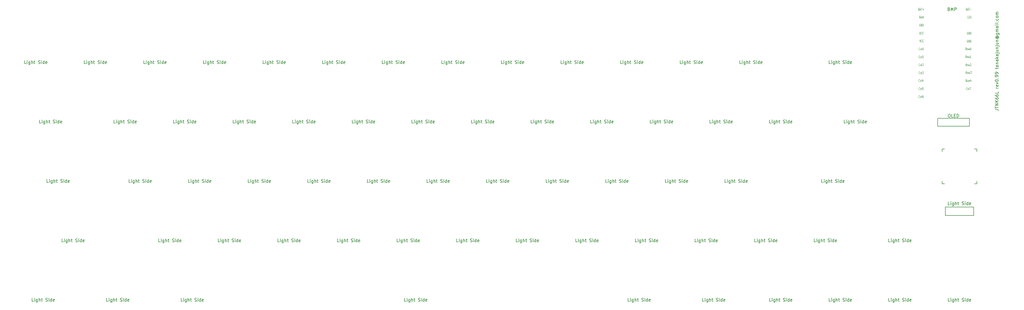
<source format=gto>
G04 #@! TF.GenerationSoftware,KiCad,Pcbnew,(5.1.12)-1*
G04 #@! TF.CreationDate,2023-09-29T20:02:25+09:00*
G04 #@! TF.ProjectId,JTNK66L,4a544e4b-3636-44c2-9e6b-696361645f70,rev?*
G04 #@! TF.SameCoordinates,Original*
G04 #@! TF.FileFunction,Legend,Top*
G04 #@! TF.FilePolarity,Positive*
%FSLAX46Y46*%
G04 Gerber Fmt 4.6, Leading zero omitted, Abs format (unit mm)*
G04 Created by KiCad (PCBNEW (5.1.12)-1) date 2023-09-29 20:02:25*
%MOMM*%
%LPD*%
G01*
G04 APERTURE LIST*
%ADD10C,0.150000*%
%ADD11C,0.125000*%
G04 APERTURE END LIST*
D10*
X335242380Y-50772380D02*
X335956666Y-50772380D01*
X336099523Y-50820000D01*
X336194761Y-50915238D01*
X336242380Y-51058095D01*
X336242380Y-51153333D01*
X335242380Y-50439047D02*
X335242380Y-49867619D01*
X336242380Y-50153333D02*
X335242380Y-50153333D01*
X336242380Y-49534285D02*
X335242380Y-49534285D01*
X336242380Y-48962857D01*
X335242380Y-48962857D01*
X336242380Y-48486666D02*
X335242380Y-48486666D01*
X336242380Y-47915238D02*
X335670952Y-48343809D01*
X335242380Y-47915238D02*
X335813809Y-48486666D01*
X335242380Y-47058095D02*
X335242380Y-47248571D01*
X335290000Y-47343809D01*
X335337619Y-47391428D01*
X335480476Y-47486666D01*
X335670952Y-47534285D01*
X336051904Y-47534285D01*
X336147142Y-47486666D01*
X336194761Y-47439047D01*
X336242380Y-47343809D01*
X336242380Y-47153333D01*
X336194761Y-47058095D01*
X336147142Y-47010476D01*
X336051904Y-46962857D01*
X335813809Y-46962857D01*
X335718571Y-47010476D01*
X335670952Y-47058095D01*
X335623333Y-47153333D01*
X335623333Y-47343809D01*
X335670952Y-47439047D01*
X335718571Y-47486666D01*
X335813809Y-47534285D01*
X335242380Y-46105714D02*
X335242380Y-46296190D01*
X335290000Y-46391428D01*
X335337619Y-46439047D01*
X335480476Y-46534285D01*
X335670952Y-46581904D01*
X336051904Y-46581904D01*
X336147142Y-46534285D01*
X336194761Y-46486666D01*
X336242380Y-46391428D01*
X336242380Y-46200952D01*
X336194761Y-46105714D01*
X336147142Y-46058095D01*
X336051904Y-46010476D01*
X335813809Y-46010476D01*
X335718571Y-46058095D01*
X335670952Y-46105714D01*
X335623333Y-46200952D01*
X335623333Y-46391428D01*
X335670952Y-46486666D01*
X335718571Y-46534285D01*
X335813809Y-46581904D01*
X336242380Y-45105714D02*
X336242380Y-45581904D01*
X335242380Y-45581904D01*
X336242380Y-44010476D02*
X335575714Y-44010476D01*
X335766190Y-44010476D02*
X335670952Y-43962857D01*
X335623333Y-43915238D01*
X335575714Y-43820000D01*
X335575714Y-43724761D01*
X336194761Y-43010476D02*
X336242380Y-43105714D01*
X336242380Y-43296190D01*
X336194761Y-43391428D01*
X336099523Y-43439047D01*
X335718571Y-43439047D01*
X335623333Y-43391428D01*
X335575714Y-43296190D01*
X335575714Y-43105714D01*
X335623333Y-43010476D01*
X335718571Y-42962857D01*
X335813809Y-42962857D01*
X335909047Y-43439047D01*
X335575714Y-42629523D02*
X336242380Y-42391428D01*
X335575714Y-42153333D01*
X335242380Y-41581904D02*
X335242380Y-41486666D01*
X335290000Y-41391428D01*
X335337619Y-41343809D01*
X335432857Y-41296190D01*
X335623333Y-41248571D01*
X335861428Y-41248571D01*
X336051904Y-41296190D01*
X336147142Y-41343809D01*
X336194761Y-41391428D01*
X336242380Y-41486666D01*
X336242380Y-41581904D01*
X336194761Y-41677142D01*
X336147142Y-41724761D01*
X336051904Y-41772380D01*
X335861428Y-41820000D01*
X335623333Y-41820000D01*
X335432857Y-41772380D01*
X335337619Y-41724761D01*
X335290000Y-41677142D01*
X335242380Y-41581904D01*
X336147142Y-40820000D02*
X336194761Y-40772380D01*
X336242380Y-40820000D01*
X336194761Y-40867619D01*
X336147142Y-40820000D01*
X336242380Y-40820000D01*
X336242380Y-40296190D02*
X336242380Y-40105714D01*
X336194761Y-40010476D01*
X336147142Y-39962857D01*
X336004285Y-39867619D01*
X335813809Y-39820000D01*
X335432857Y-39820000D01*
X335337619Y-39867619D01*
X335290000Y-39915238D01*
X335242380Y-40010476D01*
X335242380Y-40200952D01*
X335290000Y-40296190D01*
X335337619Y-40343809D01*
X335432857Y-40391428D01*
X335670952Y-40391428D01*
X335766190Y-40343809D01*
X335813809Y-40296190D01*
X335861428Y-40200952D01*
X335861428Y-40010476D01*
X335813809Y-39915238D01*
X335766190Y-39867619D01*
X335670952Y-39820000D01*
X336242380Y-39343809D02*
X336242380Y-39153333D01*
X336194761Y-39058095D01*
X336147142Y-39010476D01*
X336004285Y-38915238D01*
X335813809Y-38867619D01*
X335432857Y-38867619D01*
X335337619Y-38915238D01*
X335290000Y-38962857D01*
X335242380Y-39058095D01*
X335242380Y-39248571D01*
X335290000Y-39343809D01*
X335337619Y-39391428D01*
X335432857Y-39439047D01*
X335670952Y-39439047D01*
X335766190Y-39391428D01*
X335813809Y-39343809D01*
X335861428Y-39248571D01*
X335861428Y-39058095D01*
X335813809Y-38962857D01*
X335766190Y-38915238D01*
X335670952Y-38867619D01*
X335575714Y-37820000D02*
X335575714Y-37439047D01*
X335242380Y-37677142D02*
X336099523Y-37677142D01*
X336194761Y-37629523D01*
X336242380Y-37534285D01*
X336242380Y-37439047D01*
X336242380Y-36677142D02*
X335718571Y-36677142D01*
X335623333Y-36724761D01*
X335575714Y-36820000D01*
X335575714Y-37010476D01*
X335623333Y-37105714D01*
X336194761Y-36677142D02*
X336242380Y-36772380D01*
X336242380Y-37010476D01*
X336194761Y-37105714D01*
X336099523Y-37153333D01*
X336004285Y-37153333D01*
X335909047Y-37105714D01*
X335861428Y-37010476D01*
X335861428Y-36772380D01*
X335813809Y-36677142D01*
X335575714Y-36200952D02*
X336242380Y-36200952D01*
X335670952Y-36200952D02*
X335623333Y-36153333D01*
X335575714Y-36058095D01*
X335575714Y-35915238D01*
X335623333Y-35820000D01*
X335718571Y-35772380D01*
X336242380Y-35772380D01*
X336242380Y-34867619D02*
X335718571Y-34867619D01*
X335623333Y-34915238D01*
X335575714Y-35010476D01*
X335575714Y-35200952D01*
X335623333Y-35296190D01*
X336194761Y-34867619D02*
X336242380Y-34962857D01*
X336242380Y-35200952D01*
X336194761Y-35296190D01*
X336099523Y-35343809D01*
X336004285Y-35343809D01*
X335909047Y-35296190D01*
X335861428Y-35200952D01*
X335861428Y-34962857D01*
X335813809Y-34867619D01*
X336242380Y-34391428D02*
X335242380Y-34391428D01*
X335861428Y-34296190D02*
X336242380Y-34010476D01*
X335575714Y-34010476D02*
X335956666Y-34391428D01*
X336242380Y-33153333D02*
X335718571Y-33153333D01*
X335623333Y-33200952D01*
X335575714Y-33296190D01*
X335575714Y-33486666D01*
X335623333Y-33581904D01*
X336194761Y-33153333D02*
X336242380Y-33248571D01*
X336242380Y-33486666D01*
X336194761Y-33581904D01*
X336099523Y-33629523D01*
X336004285Y-33629523D01*
X335909047Y-33581904D01*
X335861428Y-33486666D01*
X335861428Y-33248571D01*
X335813809Y-33153333D01*
X335575714Y-32677142D02*
X336432857Y-32677142D01*
X336528095Y-32724761D01*
X336575714Y-32820000D01*
X336575714Y-32867619D01*
X335242380Y-32677142D02*
X335290000Y-32724761D01*
X335337619Y-32677142D01*
X335290000Y-32629523D01*
X335242380Y-32677142D01*
X335337619Y-32677142D01*
X335575714Y-31772380D02*
X336242380Y-31772380D01*
X335575714Y-32200952D02*
X336099523Y-32200952D01*
X336194761Y-32153333D01*
X336242380Y-32058095D01*
X336242380Y-31915238D01*
X336194761Y-31820000D01*
X336147142Y-31772380D01*
X335575714Y-31296190D02*
X336242380Y-31296190D01*
X335670952Y-31296190D02*
X335623333Y-31248571D01*
X335575714Y-31153333D01*
X335575714Y-31010476D01*
X335623333Y-30915238D01*
X335718571Y-30867619D01*
X336242380Y-30867619D01*
X335575714Y-30391428D02*
X336432857Y-30391428D01*
X336528095Y-30439047D01*
X336575714Y-30534285D01*
X336575714Y-30581904D01*
X335242380Y-30391428D02*
X335290000Y-30439047D01*
X335337619Y-30391428D01*
X335290000Y-30343809D01*
X335242380Y-30391428D01*
X335337619Y-30391428D01*
X335575714Y-29486666D02*
X336242380Y-29486666D01*
X335575714Y-29915238D02*
X336099523Y-29915238D01*
X336194761Y-29867619D01*
X336242380Y-29772380D01*
X336242380Y-29629523D01*
X336194761Y-29534285D01*
X336147142Y-29486666D01*
X335575714Y-29010476D02*
X336242380Y-29010476D01*
X335670952Y-29010476D02*
X335623333Y-28962857D01*
X335575714Y-28867619D01*
X335575714Y-28724761D01*
X335623333Y-28629523D01*
X335718571Y-28581904D01*
X336242380Y-28581904D01*
X335766190Y-27486666D02*
X335718571Y-27534285D01*
X335670952Y-27629523D01*
X335670952Y-27724761D01*
X335718571Y-27820000D01*
X335766190Y-27867619D01*
X335861428Y-27915238D01*
X335956666Y-27915238D01*
X336051904Y-27867619D01*
X336099523Y-27820000D01*
X336147142Y-27724761D01*
X336147142Y-27629523D01*
X336099523Y-27534285D01*
X336051904Y-27486666D01*
X335670952Y-27486666D02*
X336051904Y-27486666D01*
X336099523Y-27439047D01*
X336099523Y-27391428D01*
X336051904Y-27296190D01*
X335956666Y-27248571D01*
X335718571Y-27248571D01*
X335575714Y-27343809D01*
X335480476Y-27486666D01*
X335432857Y-27677142D01*
X335480476Y-27867619D01*
X335575714Y-28010476D01*
X335718571Y-28105714D01*
X335909047Y-28153333D01*
X336099523Y-28105714D01*
X336242380Y-28010476D01*
X336337619Y-27867619D01*
X336385238Y-27677142D01*
X336337619Y-27486666D01*
X336242380Y-27343809D01*
X335575714Y-26391428D02*
X336385238Y-26391428D01*
X336480476Y-26439047D01*
X336528095Y-26486666D01*
X336575714Y-26581904D01*
X336575714Y-26724761D01*
X336528095Y-26820000D01*
X336194761Y-26391428D02*
X336242380Y-26486666D01*
X336242380Y-26677142D01*
X336194761Y-26772380D01*
X336147142Y-26820000D01*
X336051904Y-26867619D01*
X335766190Y-26867619D01*
X335670952Y-26820000D01*
X335623333Y-26772380D01*
X335575714Y-26677142D01*
X335575714Y-26486666D01*
X335623333Y-26391428D01*
X336242380Y-25915238D02*
X335575714Y-25915238D01*
X335670952Y-25915238D02*
X335623333Y-25867619D01*
X335575714Y-25772380D01*
X335575714Y-25629523D01*
X335623333Y-25534285D01*
X335718571Y-25486666D01*
X336242380Y-25486666D01*
X335718571Y-25486666D02*
X335623333Y-25439047D01*
X335575714Y-25343809D01*
X335575714Y-25200952D01*
X335623333Y-25105714D01*
X335718571Y-25058095D01*
X336242380Y-25058095D01*
X336242380Y-24153333D02*
X335718571Y-24153333D01*
X335623333Y-24200952D01*
X335575714Y-24296190D01*
X335575714Y-24486666D01*
X335623333Y-24581904D01*
X336194761Y-24153333D02*
X336242380Y-24248571D01*
X336242380Y-24486666D01*
X336194761Y-24581904D01*
X336099523Y-24629523D01*
X336004285Y-24629523D01*
X335909047Y-24581904D01*
X335861428Y-24486666D01*
X335861428Y-24248571D01*
X335813809Y-24153333D01*
X336242380Y-23677142D02*
X335575714Y-23677142D01*
X335242380Y-23677142D02*
X335290000Y-23724761D01*
X335337619Y-23677142D01*
X335290000Y-23629523D01*
X335242380Y-23677142D01*
X335337619Y-23677142D01*
X336242380Y-23058095D02*
X336194761Y-23153333D01*
X336099523Y-23200952D01*
X335242380Y-23200952D01*
X336147142Y-22677142D02*
X336194761Y-22629523D01*
X336242380Y-22677142D01*
X336194761Y-22724761D01*
X336147142Y-22677142D01*
X336242380Y-22677142D01*
X336194761Y-21772380D02*
X336242380Y-21867619D01*
X336242380Y-22058095D01*
X336194761Y-22153333D01*
X336147142Y-22200952D01*
X336051904Y-22248571D01*
X335766190Y-22248571D01*
X335670952Y-22200952D01*
X335623333Y-22153333D01*
X335575714Y-22058095D01*
X335575714Y-21867619D01*
X335623333Y-21772380D01*
X336242380Y-21200952D02*
X336194761Y-21296190D01*
X336147142Y-21343809D01*
X336051904Y-21391428D01*
X335766190Y-21391428D01*
X335670952Y-21343809D01*
X335623333Y-21296190D01*
X335575714Y-21200952D01*
X335575714Y-21058095D01*
X335623333Y-20962857D01*
X335670952Y-20915238D01*
X335766190Y-20867619D01*
X336051904Y-20867619D01*
X336147142Y-20915238D01*
X336194761Y-20962857D01*
X336242380Y-21058095D01*
X336242380Y-21200952D01*
X336242380Y-20439047D02*
X335575714Y-20439047D01*
X335670952Y-20439047D02*
X335623333Y-20391428D01*
X335575714Y-20296190D01*
X335575714Y-20153333D01*
X335623333Y-20058095D01*
X335718571Y-20010476D01*
X336242380Y-20010476D01*
X335718571Y-20010476D02*
X335623333Y-19962857D01*
X335575714Y-19867619D01*
X335575714Y-19724761D01*
X335623333Y-19629523D01*
X335718571Y-19581904D01*
X336242380Y-19581904D01*
X318293750Y-74612450D02*
X319087500Y-74612450D01*
X318293750Y-73818700D02*
X318293750Y-74612450D01*
X318293750Y-63499950D02*
X318293750Y-64293700D01*
X319087500Y-63499950D02*
X318293750Y-63499950D01*
X329406250Y-74612450D02*
X329406250Y-73818700D01*
X328612500Y-74612450D02*
X329406250Y-74612450D01*
X329406250Y-63499950D02*
X329406250Y-64293700D01*
X328612500Y-63499950D02*
X329406250Y-63499950D01*
X316840000Y-56220000D02*
X316840000Y-53680000D01*
X327000000Y-53680000D02*
X327000000Y-56220000D01*
X316840000Y-53680000D02*
X327000000Y-53680000D01*
X316840000Y-56220000D02*
X327000000Y-56220000D01*
X328350000Y-82093800D02*
X328350000Y-84843800D01*
X319350000Y-82093800D02*
X328350000Y-82093800D01*
X319350000Y-84843800D02*
X319350000Y-82093800D01*
X328350000Y-84843800D02*
X319350000Y-84843800D01*
X320469000Y-18647371D02*
X320611857Y-18694990D01*
X320659476Y-18742609D01*
X320707095Y-18837847D01*
X320707095Y-18980704D01*
X320659476Y-19075942D01*
X320611857Y-19123561D01*
X320516619Y-19171180D01*
X320135666Y-19171180D01*
X320135666Y-18171180D01*
X320469000Y-18171180D01*
X320564238Y-18218800D01*
X320611857Y-18266419D01*
X320659476Y-18361657D01*
X320659476Y-18456895D01*
X320611857Y-18552133D01*
X320564238Y-18599752D01*
X320469000Y-18647371D01*
X320135666Y-18647371D01*
X321135666Y-19171180D02*
X321135666Y-18171180D01*
X321469000Y-18885466D01*
X321802333Y-18171180D01*
X321802333Y-19171180D01*
X322278523Y-19171180D02*
X322278523Y-18171180D01*
X322659476Y-18171180D01*
X322754714Y-18218800D01*
X322802333Y-18266419D01*
X322849952Y-18361657D01*
X322849952Y-18504514D01*
X322802333Y-18599752D01*
X322754714Y-18647371D01*
X322659476Y-18694990D01*
X322278523Y-18694990D01*
D11*
X326090428Y-18647228D02*
X326161857Y-18682942D01*
X326185666Y-18718657D01*
X326209476Y-18790085D01*
X326209476Y-18897228D01*
X326185666Y-18968657D01*
X326161857Y-19004371D01*
X326114238Y-19040085D01*
X325923761Y-19040085D01*
X325923761Y-18290085D01*
X326090428Y-18290085D01*
X326138047Y-18325800D01*
X326161857Y-18361514D01*
X326185666Y-18432942D01*
X326185666Y-18504371D01*
X326161857Y-18575800D01*
X326138047Y-18611514D01*
X326090428Y-18647228D01*
X325923761Y-18647228D01*
X326399952Y-18825800D02*
X326638047Y-18825800D01*
X326352333Y-19040085D02*
X326519000Y-18290085D01*
X326685666Y-19040085D01*
X326780904Y-18290085D02*
X327066619Y-18290085D01*
X326923761Y-19040085D02*
X326923761Y-18290085D01*
X327233285Y-18754371D02*
X327614238Y-18754371D01*
X310874928Y-18647228D02*
X310946357Y-18682942D01*
X310970166Y-18718657D01*
X310993976Y-18790085D01*
X310993976Y-18897228D01*
X310970166Y-18968657D01*
X310946357Y-19004371D01*
X310898738Y-19040085D01*
X310708261Y-19040085D01*
X310708261Y-18290085D01*
X310874928Y-18290085D01*
X310922547Y-18325800D01*
X310946357Y-18361514D01*
X310970166Y-18432942D01*
X310970166Y-18504371D01*
X310946357Y-18575800D01*
X310922547Y-18611514D01*
X310874928Y-18647228D01*
X310708261Y-18647228D01*
X311184452Y-18825800D02*
X311422547Y-18825800D01*
X311136833Y-19040085D02*
X311303500Y-18290085D01*
X311470166Y-19040085D01*
X311565404Y-18290085D02*
X311851119Y-18290085D01*
X311708261Y-19040085D02*
X311708261Y-18290085D01*
X312017785Y-18754371D02*
X312398738Y-18754371D01*
X312208261Y-19040085D02*
X312208261Y-18468657D01*
D10*
D11*
X311308261Y-21580085D02*
X311141595Y-21222942D01*
X311022547Y-21580085D02*
X311022547Y-20830085D01*
X311213023Y-20830085D01*
X311260642Y-20865800D01*
X311284452Y-20901514D01*
X311308261Y-20972942D01*
X311308261Y-21080085D01*
X311284452Y-21151514D01*
X311260642Y-21187228D01*
X311213023Y-21222942D01*
X311022547Y-21222942D01*
X311498738Y-21365800D02*
X311736833Y-21365800D01*
X311451119Y-21580085D02*
X311617785Y-20830085D01*
X311784452Y-21580085D01*
X311903500Y-20830085D02*
X312022547Y-21580085D01*
X312117785Y-21044371D01*
X312213023Y-21580085D01*
X312332071Y-20830085D01*
X326647571Y-21580085D02*
X326409476Y-21580085D01*
X326409476Y-20830085D01*
X326814238Y-21187228D02*
X326980904Y-21187228D01*
X327052333Y-21580085D02*
X326814238Y-21580085D01*
X326814238Y-20830085D01*
X327052333Y-20830085D01*
X327266619Y-21580085D02*
X327266619Y-20830085D01*
X327385666Y-20830085D01*
X327457095Y-20865800D01*
X327504714Y-20937228D01*
X327528523Y-21008657D01*
X327552333Y-21151514D01*
X327552333Y-21258657D01*
X327528523Y-21401514D01*
X327504714Y-21472942D01*
X327457095Y-21544371D01*
X327385666Y-21580085D01*
X327266619Y-21580085D01*
X311272547Y-23405800D02*
X311224928Y-23370085D01*
X311153500Y-23370085D01*
X311082071Y-23405800D01*
X311034452Y-23477228D01*
X311010642Y-23548657D01*
X310986833Y-23691514D01*
X310986833Y-23798657D01*
X311010642Y-23941514D01*
X311034452Y-24012942D01*
X311082071Y-24084371D01*
X311153500Y-24120085D01*
X311201119Y-24120085D01*
X311272547Y-24084371D01*
X311296357Y-24048657D01*
X311296357Y-23798657D01*
X311201119Y-23798657D01*
X311510642Y-24120085D02*
X311510642Y-23370085D01*
X311796357Y-24120085D01*
X311796357Y-23370085D01*
X312034452Y-24120085D02*
X312034452Y-23370085D01*
X312153500Y-23370085D01*
X312224928Y-23405800D01*
X312272547Y-23477228D01*
X312296357Y-23548657D01*
X312320166Y-23691514D01*
X312320166Y-23798657D01*
X312296357Y-23941514D01*
X312272547Y-24012942D01*
X312224928Y-24084371D01*
X312153500Y-24120085D01*
X312034452Y-24120085D01*
X311379690Y-26723585D02*
X311213023Y-26366442D01*
X311093976Y-26723585D02*
X311093976Y-25973585D01*
X311284452Y-25973585D01*
X311332071Y-26009300D01*
X311355880Y-26045014D01*
X311379690Y-26116442D01*
X311379690Y-26223585D01*
X311355880Y-26295014D01*
X311332071Y-26330728D01*
X311284452Y-26366442D01*
X311093976Y-26366442D01*
X311570166Y-26687871D02*
X311641595Y-26723585D01*
X311760642Y-26723585D01*
X311808261Y-26687871D01*
X311832071Y-26652157D01*
X311855880Y-26580728D01*
X311855880Y-26509300D01*
X311832071Y-26437871D01*
X311808261Y-26402157D01*
X311760642Y-26366442D01*
X311665404Y-26330728D01*
X311617785Y-26295014D01*
X311593976Y-26259300D01*
X311570166Y-26187871D01*
X311570166Y-26116442D01*
X311593976Y-26045014D01*
X311617785Y-26009300D01*
X311665404Y-25973585D01*
X311784452Y-25973585D01*
X311855880Y-26009300D01*
X311998738Y-25973585D02*
X312284452Y-25973585D01*
X312141595Y-26723585D02*
X312141595Y-25973585D01*
X326512547Y-26009300D02*
X326464928Y-25973585D01*
X326393500Y-25973585D01*
X326322071Y-26009300D01*
X326274452Y-26080728D01*
X326250642Y-26152157D01*
X326226833Y-26295014D01*
X326226833Y-26402157D01*
X326250642Y-26545014D01*
X326274452Y-26616442D01*
X326322071Y-26687871D01*
X326393500Y-26723585D01*
X326441119Y-26723585D01*
X326512547Y-26687871D01*
X326536357Y-26652157D01*
X326536357Y-26402157D01*
X326441119Y-26402157D01*
X326750642Y-26723585D02*
X326750642Y-25973585D01*
X327036357Y-26723585D01*
X327036357Y-25973585D01*
X327274452Y-26723585D02*
X327274452Y-25973585D01*
X327393500Y-25973585D01*
X327464928Y-26009300D01*
X327512547Y-26080728D01*
X327536357Y-26152157D01*
X327560166Y-26295014D01*
X327560166Y-26402157D01*
X327536357Y-26545014D01*
X327512547Y-26616442D01*
X327464928Y-26687871D01*
X327393500Y-26723585D01*
X327274452Y-26723585D01*
X310986833Y-28450085D02*
X311153500Y-29200085D01*
X311320166Y-28450085D01*
X311772547Y-29128657D02*
X311748738Y-29164371D01*
X311677309Y-29200085D01*
X311629690Y-29200085D01*
X311558261Y-29164371D01*
X311510642Y-29092942D01*
X311486833Y-29021514D01*
X311463023Y-28878657D01*
X311463023Y-28771514D01*
X311486833Y-28628657D01*
X311510642Y-28557228D01*
X311558261Y-28485800D01*
X311629690Y-28450085D01*
X311677309Y-28450085D01*
X311748738Y-28485800D01*
X311772547Y-28521514D01*
X312272547Y-29128657D02*
X312248738Y-29164371D01*
X312177309Y-29200085D01*
X312129690Y-29200085D01*
X312058261Y-29164371D01*
X312010642Y-29092942D01*
X311986833Y-29021514D01*
X311963023Y-28878657D01*
X311963023Y-28771514D01*
X311986833Y-28628657D01*
X312010642Y-28557228D01*
X312058261Y-28485800D01*
X312129690Y-28450085D01*
X312177309Y-28450085D01*
X312248738Y-28485800D01*
X312272547Y-28521514D01*
X326449047Y-28549300D02*
X326401428Y-28513585D01*
X326330000Y-28513585D01*
X326258571Y-28549300D01*
X326210952Y-28620728D01*
X326187142Y-28692157D01*
X326163333Y-28835014D01*
X326163333Y-28942157D01*
X326187142Y-29085014D01*
X326210952Y-29156442D01*
X326258571Y-29227871D01*
X326330000Y-29263585D01*
X326377619Y-29263585D01*
X326449047Y-29227871D01*
X326472857Y-29192157D01*
X326472857Y-28942157D01*
X326377619Y-28942157D01*
X326687142Y-29263585D02*
X326687142Y-28513585D01*
X326972857Y-29263585D01*
X326972857Y-28513585D01*
X327210952Y-29263585D02*
X327210952Y-28513585D01*
X327330000Y-28513585D01*
X327401428Y-28549300D01*
X327449047Y-28620728D01*
X327472857Y-28692157D01*
X327496666Y-28835014D01*
X327496666Y-28942157D01*
X327472857Y-29085014D01*
X327449047Y-29156442D01*
X327401428Y-29227871D01*
X327330000Y-29263585D01*
X327210952Y-29263585D01*
X311128523Y-39336657D02*
X311104714Y-39372371D01*
X311033285Y-39408085D01*
X310985666Y-39408085D01*
X310914238Y-39372371D01*
X310866619Y-39300942D01*
X310842809Y-39229514D01*
X310819000Y-39086657D01*
X310819000Y-38979514D01*
X310842809Y-38836657D01*
X310866619Y-38765228D01*
X310914238Y-38693800D01*
X310985666Y-38658085D01*
X311033285Y-38658085D01*
X311104714Y-38693800D01*
X311128523Y-38729514D01*
X311414238Y-39408085D02*
X311366619Y-39372371D01*
X311342809Y-39336657D01*
X311319000Y-39265228D01*
X311319000Y-39050942D01*
X311342809Y-38979514D01*
X311366619Y-38943800D01*
X311414238Y-38908085D01*
X311485666Y-38908085D01*
X311533285Y-38943800D01*
X311557095Y-38979514D01*
X311580904Y-39050942D01*
X311580904Y-39265228D01*
X311557095Y-39336657D01*
X311533285Y-39372371D01*
X311485666Y-39408085D01*
X311414238Y-39408085D01*
X311866619Y-39408085D02*
X311819000Y-39372371D01*
X311795190Y-39300942D01*
X311795190Y-38658085D01*
X312009476Y-38658085D02*
X312319000Y-38658085D01*
X312152333Y-38943800D01*
X312223761Y-38943800D01*
X312271380Y-38979514D01*
X312295190Y-39015228D01*
X312319000Y-39086657D01*
X312319000Y-39265228D01*
X312295190Y-39336657D01*
X312271380Y-39372371D01*
X312223761Y-39408085D01*
X312080904Y-39408085D01*
X312033285Y-39372371D01*
X312009476Y-39336657D01*
X326097571Y-36858085D02*
X325930904Y-36500942D01*
X325811857Y-36858085D02*
X325811857Y-36108085D01*
X326002333Y-36108085D01*
X326049952Y-36143800D01*
X326073761Y-36179514D01*
X326097571Y-36250942D01*
X326097571Y-36358085D01*
X326073761Y-36429514D01*
X326049952Y-36465228D01*
X326002333Y-36500942D01*
X325811857Y-36500942D01*
X326383285Y-36858085D02*
X326335666Y-36822371D01*
X326311857Y-36786657D01*
X326288047Y-36715228D01*
X326288047Y-36500942D01*
X326311857Y-36429514D01*
X326335666Y-36393800D01*
X326383285Y-36358085D01*
X326454714Y-36358085D01*
X326502333Y-36393800D01*
X326526142Y-36429514D01*
X326549952Y-36500942D01*
X326549952Y-36715228D01*
X326526142Y-36786657D01*
X326502333Y-36822371D01*
X326454714Y-36858085D01*
X326383285Y-36858085D01*
X326716619Y-36358085D02*
X326811857Y-36858085D01*
X326907095Y-36500942D01*
X327002333Y-36858085D01*
X327097571Y-36358085D01*
X327264238Y-36179514D02*
X327288047Y-36143800D01*
X327335666Y-36108085D01*
X327454714Y-36108085D01*
X327502333Y-36143800D01*
X327526142Y-36179514D01*
X327549952Y-36250942D01*
X327549952Y-36322371D01*
X327526142Y-36429514D01*
X327240428Y-36858085D01*
X327549952Y-36858085D01*
X311128523Y-36748657D02*
X311104714Y-36784371D01*
X311033285Y-36820085D01*
X310985666Y-36820085D01*
X310914238Y-36784371D01*
X310866619Y-36712942D01*
X310842809Y-36641514D01*
X310819000Y-36498657D01*
X310819000Y-36391514D01*
X310842809Y-36248657D01*
X310866619Y-36177228D01*
X310914238Y-36105800D01*
X310985666Y-36070085D01*
X311033285Y-36070085D01*
X311104714Y-36105800D01*
X311128523Y-36141514D01*
X311414238Y-36820085D02*
X311366619Y-36784371D01*
X311342809Y-36748657D01*
X311319000Y-36677228D01*
X311319000Y-36462942D01*
X311342809Y-36391514D01*
X311366619Y-36355800D01*
X311414238Y-36320085D01*
X311485666Y-36320085D01*
X311533285Y-36355800D01*
X311557095Y-36391514D01*
X311580904Y-36462942D01*
X311580904Y-36677228D01*
X311557095Y-36748657D01*
X311533285Y-36784371D01*
X311485666Y-36820085D01*
X311414238Y-36820085D01*
X311866619Y-36820085D02*
X311819000Y-36784371D01*
X311795190Y-36712942D01*
X311795190Y-36070085D01*
X312033285Y-36141514D02*
X312057095Y-36105800D01*
X312104714Y-36070085D01*
X312223761Y-36070085D01*
X312271380Y-36105800D01*
X312295190Y-36141514D01*
X312319000Y-36212942D01*
X312319000Y-36284371D01*
X312295190Y-36391514D01*
X312009476Y-36820085D01*
X312319000Y-36820085D01*
X326058571Y-34280085D02*
X325891904Y-33922942D01*
X325772857Y-34280085D02*
X325772857Y-33530085D01*
X325963333Y-33530085D01*
X326010952Y-33565800D01*
X326034761Y-33601514D01*
X326058571Y-33672942D01*
X326058571Y-33780085D01*
X326034761Y-33851514D01*
X326010952Y-33887228D01*
X325963333Y-33922942D01*
X325772857Y-33922942D01*
X326344285Y-34280085D02*
X326296666Y-34244371D01*
X326272857Y-34208657D01*
X326249047Y-34137228D01*
X326249047Y-33922942D01*
X326272857Y-33851514D01*
X326296666Y-33815800D01*
X326344285Y-33780085D01*
X326415714Y-33780085D01*
X326463333Y-33815800D01*
X326487142Y-33851514D01*
X326510952Y-33922942D01*
X326510952Y-34137228D01*
X326487142Y-34208657D01*
X326463333Y-34244371D01*
X326415714Y-34280085D01*
X326344285Y-34280085D01*
X326677619Y-33780085D02*
X326772857Y-34280085D01*
X326868095Y-33922942D01*
X326963333Y-34280085D01*
X327058571Y-33780085D01*
X327510952Y-34280085D02*
X327225238Y-34280085D01*
X327368095Y-34280085D02*
X327368095Y-33530085D01*
X327320476Y-33637228D01*
X327272857Y-33708657D01*
X327225238Y-33744371D01*
X311178523Y-34208657D02*
X311154714Y-34244371D01*
X311083285Y-34280085D01*
X311035666Y-34280085D01*
X310964238Y-34244371D01*
X310916619Y-34172942D01*
X310892809Y-34101514D01*
X310869000Y-33958657D01*
X310869000Y-33851514D01*
X310892809Y-33708657D01*
X310916619Y-33637228D01*
X310964238Y-33565800D01*
X311035666Y-33530085D01*
X311083285Y-33530085D01*
X311154714Y-33565800D01*
X311178523Y-33601514D01*
X311464238Y-34280085D02*
X311416619Y-34244371D01*
X311392809Y-34208657D01*
X311369000Y-34137228D01*
X311369000Y-33922942D01*
X311392809Y-33851514D01*
X311416619Y-33815800D01*
X311464238Y-33780085D01*
X311535666Y-33780085D01*
X311583285Y-33815800D01*
X311607095Y-33851514D01*
X311630904Y-33922942D01*
X311630904Y-34137228D01*
X311607095Y-34208657D01*
X311583285Y-34244371D01*
X311535666Y-34280085D01*
X311464238Y-34280085D01*
X311916619Y-34280085D02*
X311869000Y-34244371D01*
X311845190Y-34172942D01*
X311845190Y-33530085D01*
X312369000Y-34280085D02*
X312083285Y-34280085D01*
X312226142Y-34280085D02*
X312226142Y-33530085D01*
X312178523Y-33637228D01*
X312130904Y-33708657D01*
X312083285Y-33744371D01*
X326058571Y-31740085D02*
X325891904Y-31382942D01*
X325772857Y-31740085D02*
X325772857Y-30990085D01*
X325963333Y-30990085D01*
X326010952Y-31025800D01*
X326034761Y-31061514D01*
X326058571Y-31132942D01*
X326058571Y-31240085D01*
X326034761Y-31311514D01*
X326010952Y-31347228D01*
X325963333Y-31382942D01*
X325772857Y-31382942D01*
X326344285Y-31740085D02*
X326296666Y-31704371D01*
X326272857Y-31668657D01*
X326249047Y-31597228D01*
X326249047Y-31382942D01*
X326272857Y-31311514D01*
X326296666Y-31275800D01*
X326344285Y-31240085D01*
X326415714Y-31240085D01*
X326463333Y-31275800D01*
X326487142Y-31311514D01*
X326510952Y-31382942D01*
X326510952Y-31597228D01*
X326487142Y-31668657D01*
X326463333Y-31704371D01*
X326415714Y-31740085D01*
X326344285Y-31740085D01*
X326677619Y-31240085D02*
X326772857Y-31740085D01*
X326868095Y-31382942D01*
X326963333Y-31740085D01*
X327058571Y-31240085D01*
X327344285Y-30990085D02*
X327391904Y-30990085D01*
X327439523Y-31025800D01*
X327463333Y-31061514D01*
X327487142Y-31132942D01*
X327510952Y-31275800D01*
X327510952Y-31454371D01*
X327487142Y-31597228D01*
X327463333Y-31668657D01*
X327439523Y-31704371D01*
X327391904Y-31740085D01*
X327344285Y-31740085D01*
X327296666Y-31704371D01*
X327272857Y-31668657D01*
X327249047Y-31597228D01*
X327225238Y-31454371D01*
X327225238Y-31275800D01*
X327249047Y-31132942D01*
X327272857Y-31061514D01*
X327296666Y-31025800D01*
X327344285Y-30990085D01*
X311128523Y-31686657D02*
X311104714Y-31722371D01*
X311033285Y-31758085D01*
X310985666Y-31758085D01*
X310914238Y-31722371D01*
X310866619Y-31650942D01*
X310842809Y-31579514D01*
X310819000Y-31436657D01*
X310819000Y-31329514D01*
X310842809Y-31186657D01*
X310866619Y-31115228D01*
X310914238Y-31043800D01*
X310985666Y-31008085D01*
X311033285Y-31008085D01*
X311104714Y-31043800D01*
X311128523Y-31079514D01*
X311414238Y-31758085D02*
X311366619Y-31722371D01*
X311342809Y-31686657D01*
X311319000Y-31615228D01*
X311319000Y-31400942D01*
X311342809Y-31329514D01*
X311366619Y-31293800D01*
X311414238Y-31258085D01*
X311485666Y-31258085D01*
X311533285Y-31293800D01*
X311557095Y-31329514D01*
X311580904Y-31400942D01*
X311580904Y-31615228D01*
X311557095Y-31686657D01*
X311533285Y-31722371D01*
X311485666Y-31758085D01*
X311414238Y-31758085D01*
X311866619Y-31758085D02*
X311819000Y-31722371D01*
X311795190Y-31650942D01*
X311795190Y-31008085D01*
X312152333Y-31008085D02*
X312199952Y-31008085D01*
X312247571Y-31043800D01*
X312271380Y-31079514D01*
X312295190Y-31150942D01*
X312319000Y-31293800D01*
X312319000Y-31472371D01*
X312295190Y-31615228D01*
X312271380Y-31686657D01*
X312247571Y-31722371D01*
X312199952Y-31758085D01*
X312152333Y-31758085D01*
X312104714Y-31722371D01*
X312080904Y-31686657D01*
X312057095Y-31615228D01*
X312033285Y-31472371D01*
X312033285Y-31293800D01*
X312057095Y-31150942D01*
X312080904Y-31079514D01*
X312104714Y-31043800D01*
X312152333Y-31008085D01*
X311078523Y-46936657D02*
X311054714Y-46972371D01*
X310983285Y-47008085D01*
X310935666Y-47008085D01*
X310864238Y-46972371D01*
X310816619Y-46900942D01*
X310792809Y-46829514D01*
X310769000Y-46686657D01*
X310769000Y-46579514D01*
X310792809Y-46436657D01*
X310816619Y-46365228D01*
X310864238Y-46293800D01*
X310935666Y-46258085D01*
X310983285Y-46258085D01*
X311054714Y-46293800D01*
X311078523Y-46329514D01*
X311364238Y-47008085D02*
X311316619Y-46972371D01*
X311292809Y-46936657D01*
X311269000Y-46865228D01*
X311269000Y-46650942D01*
X311292809Y-46579514D01*
X311316619Y-46543800D01*
X311364238Y-46508085D01*
X311435666Y-46508085D01*
X311483285Y-46543800D01*
X311507095Y-46579514D01*
X311530904Y-46650942D01*
X311530904Y-46865228D01*
X311507095Y-46936657D01*
X311483285Y-46972371D01*
X311435666Y-47008085D01*
X311364238Y-47008085D01*
X311816619Y-47008085D02*
X311769000Y-46972371D01*
X311745190Y-46900942D01*
X311745190Y-46258085D01*
X312221380Y-46258085D02*
X312126142Y-46258085D01*
X312078523Y-46293800D01*
X312054714Y-46329514D01*
X312007095Y-46436657D01*
X311983285Y-46579514D01*
X311983285Y-46865228D01*
X312007095Y-46936657D01*
X312030904Y-46972371D01*
X312078523Y-47008085D01*
X312173761Y-47008085D01*
X312221380Y-46972371D01*
X312245190Y-46936657D01*
X312269000Y-46865228D01*
X312269000Y-46686657D01*
X312245190Y-46615228D01*
X312221380Y-46579514D01*
X312173761Y-46543800D01*
X312078523Y-46543800D01*
X312030904Y-46579514D01*
X312007095Y-46615228D01*
X311983285Y-46686657D01*
X326228523Y-44432157D02*
X326204714Y-44467871D01*
X326133285Y-44503585D01*
X326085666Y-44503585D01*
X326014238Y-44467871D01*
X325966619Y-44396442D01*
X325942809Y-44325014D01*
X325919000Y-44182157D01*
X325919000Y-44075014D01*
X325942809Y-43932157D01*
X325966619Y-43860728D01*
X326014238Y-43789300D01*
X326085666Y-43753585D01*
X326133285Y-43753585D01*
X326204714Y-43789300D01*
X326228523Y-43825014D01*
X326514238Y-44503585D02*
X326466619Y-44467871D01*
X326442809Y-44432157D01*
X326419000Y-44360728D01*
X326419000Y-44146442D01*
X326442809Y-44075014D01*
X326466619Y-44039300D01*
X326514238Y-44003585D01*
X326585666Y-44003585D01*
X326633285Y-44039300D01*
X326657095Y-44075014D01*
X326680904Y-44146442D01*
X326680904Y-44360728D01*
X326657095Y-44432157D01*
X326633285Y-44467871D01*
X326585666Y-44503585D01*
X326514238Y-44503585D01*
X326966619Y-44503585D02*
X326919000Y-44467871D01*
X326895190Y-44396442D01*
X326895190Y-43753585D01*
X327109476Y-43753585D02*
X327442809Y-43753585D01*
X327228523Y-44503585D01*
X311078523Y-44432157D02*
X311054714Y-44467871D01*
X310983285Y-44503585D01*
X310935666Y-44503585D01*
X310864238Y-44467871D01*
X310816619Y-44396442D01*
X310792809Y-44325014D01*
X310769000Y-44182157D01*
X310769000Y-44075014D01*
X310792809Y-43932157D01*
X310816619Y-43860728D01*
X310864238Y-43789300D01*
X310935666Y-43753585D01*
X310983285Y-43753585D01*
X311054714Y-43789300D01*
X311078523Y-43825014D01*
X311364238Y-44503585D02*
X311316619Y-44467871D01*
X311292809Y-44432157D01*
X311269000Y-44360728D01*
X311269000Y-44146442D01*
X311292809Y-44075014D01*
X311316619Y-44039300D01*
X311364238Y-44003585D01*
X311435666Y-44003585D01*
X311483285Y-44039300D01*
X311507095Y-44075014D01*
X311530904Y-44146442D01*
X311530904Y-44360728D01*
X311507095Y-44432157D01*
X311483285Y-44467871D01*
X311435666Y-44503585D01*
X311364238Y-44503585D01*
X311816619Y-44503585D02*
X311769000Y-44467871D01*
X311745190Y-44396442D01*
X311745190Y-43753585D01*
X312245190Y-43753585D02*
X312007095Y-43753585D01*
X311983285Y-44110728D01*
X312007095Y-44075014D01*
X312054714Y-44039300D01*
X312173761Y-44039300D01*
X312221380Y-44075014D01*
X312245190Y-44110728D01*
X312269000Y-44182157D01*
X312269000Y-44360728D01*
X312245190Y-44432157D01*
X312221380Y-44467871D01*
X312173761Y-44503585D01*
X312054714Y-44503585D01*
X312007095Y-44467871D01*
X311983285Y-44432157D01*
X326097571Y-41908085D02*
X325930904Y-41550942D01*
X325811857Y-41908085D02*
X325811857Y-41158085D01*
X326002333Y-41158085D01*
X326049952Y-41193800D01*
X326073761Y-41229514D01*
X326097571Y-41300942D01*
X326097571Y-41408085D01*
X326073761Y-41479514D01*
X326049952Y-41515228D01*
X326002333Y-41550942D01*
X325811857Y-41550942D01*
X326383285Y-41908085D02*
X326335666Y-41872371D01*
X326311857Y-41836657D01*
X326288047Y-41765228D01*
X326288047Y-41550942D01*
X326311857Y-41479514D01*
X326335666Y-41443800D01*
X326383285Y-41408085D01*
X326454714Y-41408085D01*
X326502333Y-41443800D01*
X326526142Y-41479514D01*
X326549952Y-41550942D01*
X326549952Y-41765228D01*
X326526142Y-41836657D01*
X326502333Y-41872371D01*
X326454714Y-41908085D01*
X326383285Y-41908085D01*
X326716619Y-41408085D02*
X326811857Y-41908085D01*
X326907095Y-41550942D01*
X327002333Y-41908085D01*
X327097571Y-41408085D01*
X327502333Y-41408085D02*
X327502333Y-41908085D01*
X327383285Y-41122371D02*
X327264238Y-41658085D01*
X327573761Y-41658085D01*
X311078523Y-41836657D02*
X311054714Y-41872371D01*
X310983285Y-41908085D01*
X310935666Y-41908085D01*
X310864238Y-41872371D01*
X310816619Y-41800942D01*
X310792809Y-41729514D01*
X310769000Y-41586657D01*
X310769000Y-41479514D01*
X310792809Y-41336657D01*
X310816619Y-41265228D01*
X310864238Y-41193800D01*
X310935666Y-41158085D01*
X310983285Y-41158085D01*
X311054714Y-41193800D01*
X311078523Y-41229514D01*
X311364238Y-41908085D02*
X311316619Y-41872371D01*
X311292809Y-41836657D01*
X311269000Y-41765228D01*
X311269000Y-41550942D01*
X311292809Y-41479514D01*
X311316619Y-41443800D01*
X311364238Y-41408085D01*
X311435666Y-41408085D01*
X311483285Y-41443800D01*
X311507095Y-41479514D01*
X311530904Y-41550942D01*
X311530904Y-41765228D01*
X311507095Y-41836657D01*
X311483285Y-41872371D01*
X311435666Y-41908085D01*
X311364238Y-41908085D01*
X311816619Y-41908085D02*
X311769000Y-41872371D01*
X311745190Y-41800942D01*
X311745190Y-41158085D01*
X312221380Y-41408085D02*
X312221380Y-41908085D01*
X312102333Y-41122371D02*
X311983285Y-41658085D01*
X312292809Y-41658085D01*
X326147571Y-39360085D02*
X325980904Y-39002942D01*
X325861857Y-39360085D02*
X325861857Y-38610085D01*
X326052333Y-38610085D01*
X326099952Y-38645800D01*
X326123761Y-38681514D01*
X326147571Y-38752942D01*
X326147571Y-38860085D01*
X326123761Y-38931514D01*
X326099952Y-38967228D01*
X326052333Y-39002942D01*
X325861857Y-39002942D01*
X326433285Y-39360085D02*
X326385666Y-39324371D01*
X326361857Y-39288657D01*
X326338047Y-39217228D01*
X326338047Y-39002942D01*
X326361857Y-38931514D01*
X326385666Y-38895800D01*
X326433285Y-38860085D01*
X326504714Y-38860085D01*
X326552333Y-38895800D01*
X326576142Y-38931514D01*
X326599952Y-39002942D01*
X326599952Y-39217228D01*
X326576142Y-39288657D01*
X326552333Y-39324371D01*
X326504714Y-39360085D01*
X326433285Y-39360085D01*
X326766619Y-38860085D02*
X326861857Y-39360085D01*
X326957095Y-39002942D01*
X327052333Y-39360085D01*
X327147571Y-38860085D01*
X327290428Y-38610085D02*
X327599952Y-38610085D01*
X327433285Y-38895800D01*
X327504714Y-38895800D01*
X327552333Y-38931514D01*
X327576142Y-38967228D01*
X327599952Y-39038657D01*
X327599952Y-39217228D01*
X327576142Y-39288657D01*
X327552333Y-39324371D01*
X327504714Y-39360085D01*
X327361857Y-39360085D01*
X327314238Y-39324371D01*
X327290428Y-39288657D01*
D10*
X320457619Y-52302380D02*
X320648095Y-52302380D01*
X320743333Y-52350000D01*
X320838571Y-52445238D01*
X320886190Y-52635714D01*
X320886190Y-52969047D01*
X320838571Y-53159523D01*
X320743333Y-53254761D01*
X320648095Y-53302380D01*
X320457619Y-53302380D01*
X320362380Y-53254761D01*
X320267142Y-53159523D01*
X320219523Y-52969047D01*
X320219523Y-52635714D01*
X320267142Y-52445238D01*
X320362380Y-52350000D01*
X320457619Y-52302380D01*
X321790952Y-53302380D02*
X321314761Y-53302380D01*
X321314761Y-52302380D01*
X322124285Y-52778571D02*
X322457619Y-52778571D01*
X322600476Y-53302380D02*
X322124285Y-53302380D01*
X322124285Y-52302380D01*
X322600476Y-52302380D01*
X323029047Y-53302380D02*
X323029047Y-52302380D01*
X323267142Y-52302380D01*
X323410000Y-52350000D01*
X323505238Y-52445238D01*
X323552857Y-52540476D01*
X323600476Y-52730952D01*
X323600476Y-52873809D01*
X323552857Y-53064285D01*
X323505238Y-53159523D01*
X323410000Y-53254761D01*
X323267142Y-53302380D01*
X323029047Y-53302380D01*
X27860961Y-112340380D02*
X27384771Y-112340380D01*
X27384771Y-111340380D01*
X28194295Y-112340380D02*
X28194295Y-111673714D01*
X28194295Y-111340380D02*
X28146676Y-111388000D01*
X28194295Y-111435619D01*
X28241914Y-111388000D01*
X28194295Y-111340380D01*
X28194295Y-111435619D01*
X29099057Y-111673714D02*
X29099057Y-112483238D01*
X29051438Y-112578476D01*
X29003819Y-112626095D01*
X28908580Y-112673714D01*
X28765723Y-112673714D01*
X28670485Y-112626095D01*
X29099057Y-112292761D02*
X29003819Y-112340380D01*
X28813342Y-112340380D01*
X28718104Y-112292761D01*
X28670485Y-112245142D01*
X28622866Y-112149904D01*
X28622866Y-111864190D01*
X28670485Y-111768952D01*
X28718104Y-111721333D01*
X28813342Y-111673714D01*
X29003819Y-111673714D01*
X29099057Y-111721333D01*
X29575247Y-112340380D02*
X29575247Y-111340380D01*
X30003819Y-112340380D02*
X30003819Y-111816571D01*
X29956200Y-111721333D01*
X29860961Y-111673714D01*
X29718104Y-111673714D01*
X29622866Y-111721333D01*
X29575247Y-111768952D01*
X30337152Y-111673714D02*
X30718104Y-111673714D01*
X30480009Y-111340380D02*
X30480009Y-112197523D01*
X30527628Y-112292761D01*
X30622866Y-112340380D01*
X30718104Y-112340380D01*
X31765723Y-112292761D02*
X31908580Y-112340380D01*
X32146676Y-112340380D01*
X32241914Y-112292761D01*
X32289533Y-112245142D01*
X32337152Y-112149904D01*
X32337152Y-112054666D01*
X32289533Y-111959428D01*
X32241914Y-111911809D01*
X32146676Y-111864190D01*
X31956200Y-111816571D01*
X31860961Y-111768952D01*
X31813342Y-111721333D01*
X31765723Y-111626095D01*
X31765723Y-111530857D01*
X31813342Y-111435619D01*
X31860961Y-111388000D01*
X31956200Y-111340380D01*
X32194295Y-111340380D01*
X32337152Y-111388000D01*
X32765723Y-112340380D02*
X32765723Y-111673714D01*
X32765723Y-111340380D02*
X32718104Y-111388000D01*
X32765723Y-111435619D01*
X32813342Y-111388000D01*
X32765723Y-111340380D01*
X32765723Y-111435619D01*
X33670485Y-112340380D02*
X33670485Y-111340380D01*
X33670485Y-112292761D02*
X33575247Y-112340380D01*
X33384771Y-112340380D01*
X33289533Y-112292761D01*
X33241914Y-112245142D01*
X33194295Y-112149904D01*
X33194295Y-111864190D01*
X33241914Y-111768952D01*
X33289533Y-111721333D01*
X33384771Y-111673714D01*
X33575247Y-111673714D01*
X33670485Y-111721333D01*
X34527628Y-112292761D02*
X34432390Y-112340380D01*
X34241914Y-112340380D01*
X34146676Y-112292761D01*
X34099057Y-112197523D01*
X34099057Y-111816571D01*
X34146676Y-111721333D01*
X34241914Y-111673714D01*
X34432390Y-111673714D01*
X34527628Y-111721333D01*
X34575247Y-111816571D01*
X34575247Y-111911809D01*
X34099057Y-112007047D01*
X51673561Y-112340380D02*
X51197371Y-112340380D01*
X51197371Y-111340380D01*
X52006895Y-112340380D02*
X52006895Y-111673714D01*
X52006895Y-111340380D02*
X51959276Y-111388000D01*
X52006895Y-111435619D01*
X52054514Y-111388000D01*
X52006895Y-111340380D01*
X52006895Y-111435619D01*
X52911657Y-111673714D02*
X52911657Y-112483238D01*
X52864038Y-112578476D01*
X52816419Y-112626095D01*
X52721180Y-112673714D01*
X52578323Y-112673714D01*
X52483085Y-112626095D01*
X52911657Y-112292761D02*
X52816419Y-112340380D01*
X52625942Y-112340380D01*
X52530704Y-112292761D01*
X52483085Y-112245142D01*
X52435466Y-112149904D01*
X52435466Y-111864190D01*
X52483085Y-111768952D01*
X52530704Y-111721333D01*
X52625942Y-111673714D01*
X52816419Y-111673714D01*
X52911657Y-111721333D01*
X53387847Y-112340380D02*
X53387847Y-111340380D01*
X53816419Y-112340380D02*
X53816419Y-111816571D01*
X53768800Y-111721333D01*
X53673561Y-111673714D01*
X53530704Y-111673714D01*
X53435466Y-111721333D01*
X53387847Y-111768952D01*
X54149752Y-111673714D02*
X54530704Y-111673714D01*
X54292609Y-111340380D02*
X54292609Y-112197523D01*
X54340228Y-112292761D01*
X54435466Y-112340380D01*
X54530704Y-112340380D01*
X55578323Y-112292761D02*
X55721180Y-112340380D01*
X55959276Y-112340380D01*
X56054514Y-112292761D01*
X56102133Y-112245142D01*
X56149752Y-112149904D01*
X56149752Y-112054666D01*
X56102133Y-111959428D01*
X56054514Y-111911809D01*
X55959276Y-111864190D01*
X55768800Y-111816571D01*
X55673561Y-111768952D01*
X55625942Y-111721333D01*
X55578323Y-111626095D01*
X55578323Y-111530857D01*
X55625942Y-111435619D01*
X55673561Y-111388000D01*
X55768800Y-111340380D01*
X56006895Y-111340380D01*
X56149752Y-111388000D01*
X56578323Y-112340380D02*
X56578323Y-111673714D01*
X56578323Y-111340380D02*
X56530704Y-111388000D01*
X56578323Y-111435619D01*
X56625942Y-111388000D01*
X56578323Y-111340380D01*
X56578323Y-111435619D01*
X57483085Y-112340380D02*
X57483085Y-111340380D01*
X57483085Y-112292761D02*
X57387847Y-112340380D01*
X57197371Y-112340380D01*
X57102133Y-112292761D01*
X57054514Y-112245142D01*
X57006895Y-112149904D01*
X57006895Y-111864190D01*
X57054514Y-111768952D01*
X57102133Y-111721333D01*
X57197371Y-111673714D01*
X57387847Y-111673714D01*
X57483085Y-111721333D01*
X58340228Y-112292761D02*
X58244990Y-112340380D01*
X58054514Y-112340380D01*
X57959276Y-112292761D01*
X57911657Y-112197523D01*
X57911657Y-111816571D01*
X57959276Y-111721333D01*
X58054514Y-111673714D01*
X58244990Y-111673714D01*
X58340228Y-111721333D01*
X58387847Y-111816571D01*
X58387847Y-111911809D01*
X57911657Y-112007047D01*
X37385961Y-93289880D02*
X36909771Y-93289880D01*
X36909771Y-92289880D01*
X37719295Y-93289880D02*
X37719295Y-92623214D01*
X37719295Y-92289880D02*
X37671676Y-92337500D01*
X37719295Y-92385119D01*
X37766914Y-92337500D01*
X37719295Y-92289880D01*
X37719295Y-92385119D01*
X38624057Y-92623214D02*
X38624057Y-93432738D01*
X38576438Y-93527976D01*
X38528819Y-93575595D01*
X38433580Y-93623214D01*
X38290723Y-93623214D01*
X38195485Y-93575595D01*
X38624057Y-93242261D02*
X38528819Y-93289880D01*
X38338342Y-93289880D01*
X38243104Y-93242261D01*
X38195485Y-93194642D01*
X38147866Y-93099404D01*
X38147866Y-92813690D01*
X38195485Y-92718452D01*
X38243104Y-92670833D01*
X38338342Y-92623214D01*
X38528819Y-92623214D01*
X38624057Y-92670833D01*
X39100247Y-93289880D02*
X39100247Y-92289880D01*
X39528819Y-93289880D02*
X39528819Y-92766071D01*
X39481200Y-92670833D01*
X39385961Y-92623214D01*
X39243104Y-92623214D01*
X39147866Y-92670833D01*
X39100247Y-92718452D01*
X39862152Y-92623214D02*
X40243104Y-92623214D01*
X40005009Y-92289880D02*
X40005009Y-93147023D01*
X40052628Y-93242261D01*
X40147866Y-93289880D01*
X40243104Y-93289880D01*
X41290723Y-93242261D02*
X41433580Y-93289880D01*
X41671676Y-93289880D01*
X41766914Y-93242261D01*
X41814533Y-93194642D01*
X41862152Y-93099404D01*
X41862152Y-93004166D01*
X41814533Y-92908928D01*
X41766914Y-92861309D01*
X41671676Y-92813690D01*
X41481200Y-92766071D01*
X41385961Y-92718452D01*
X41338342Y-92670833D01*
X41290723Y-92575595D01*
X41290723Y-92480357D01*
X41338342Y-92385119D01*
X41385961Y-92337500D01*
X41481200Y-92289880D01*
X41719295Y-92289880D01*
X41862152Y-92337500D01*
X42290723Y-93289880D02*
X42290723Y-92623214D01*
X42290723Y-92289880D02*
X42243104Y-92337500D01*
X42290723Y-92385119D01*
X42338342Y-92337500D01*
X42290723Y-92289880D01*
X42290723Y-92385119D01*
X43195485Y-93289880D02*
X43195485Y-92289880D01*
X43195485Y-93242261D02*
X43100247Y-93289880D01*
X42909771Y-93289880D01*
X42814533Y-93242261D01*
X42766914Y-93194642D01*
X42719295Y-93099404D01*
X42719295Y-92813690D01*
X42766914Y-92718452D01*
X42814533Y-92670833D01*
X42909771Y-92623214D01*
X43100247Y-92623214D01*
X43195485Y-92670833D01*
X44052628Y-93242261D02*
X43957390Y-93289880D01*
X43766914Y-93289880D01*
X43671676Y-93242261D01*
X43624057Y-93147023D01*
X43624057Y-92766071D01*
X43671676Y-92670833D01*
X43766914Y-92623214D01*
X43957390Y-92623214D01*
X44052628Y-92670833D01*
X44100247Y-92766071D01*
X44100247Y-92861309D01*
X43624057Y-92956547D01*
X32623561Y-74239880D02*
X32147371Y-74239880D01*
X32147371Y-73239880D01*
X32956895Y-74239880D02*
X32956895Y-73573214D01*
X32956895Y-73239880D02*
X32909276Y-73287500D01*
X32956895Y-73335119D01*
X33004514Y-73287500D01*
X32956895Y-73239880D01*
X32956895Y-73335119D01*
X33861657Y-73573214D02*
X33861657Y-74382738D01*
X33814038Y-74477976D01*
X33766419Y-74525595D01*
X33671180Y-74573214D01*
X33528323Y-74573214D01*
X33433085Y-74525595D01*
X33861657Y-74192261D02*
X33766419Y-74239880D01*
X33575942Y-74239880D01*
X33480704Y-74192261D01*
X33433085Y-74144642D01*
X33385466Y-74049404D01*
X33385466Y-73763690D01*
X33433085Y-73668452D01*
X33480704Y-73620833D01*
X33575942Y-73573214D01*
X33766419Y-73573214D01*
X33861657Y-73620833D01*
X34337847Y-74239880D02*
X34337847Y-73239880D01*
X34766419Y-74239880D02*
X34766419Y-73716071D01*
X34718800Y-73620833D01*
X34623561Y-73573214D01*
X34480704Y-73573214D01*
X34385466Y-73620833D01*
X34337847Y-73668452D01*
X35099752Y-73573214D02*
X35480704Y-73573214D01*
X35242609Y-73239880D02*
X35242609Y-74097023D01*
X35290228Y-74192261D01*
X35385466Y-74239880D01*
X35480704Y-74239880D01*
X36528323Y-74192261D02*
X36671180Y-74239880D01*
X36909276Y-74239880D01*
X37004514Y-74192261D01*
X37052133Y-74144642D01*
X37099752Y-74049404D01*
X37099752Y-73954166D01*
X37052133Y-73858928D01*
X37004514Y-73811309D01*
X36909276Y-73763690D01*
X36718800Y-73716071D01*
X36623561Y-73668452D01*
X36575942Y-73620833D01*
X36528323Y-73525595D01*
X36528323Y-73430357D01*
X36575942Y-73335119D01*
X36623561Y-73287500D01*
X36718800Y-73239880D01*
X36956895Y-73239880D01*
X37099752Y-73287500D01*
X37528323Y-74239880D02*
X37528323Y-73573214D01*
X37528323Y-73239880D02*
X37480704Y-73287500D01*
X37528323Y-73335119D01*
X37575942Y-73287500D01*
X37528323Y-73239880D01*
X37528323Y-73335119D01*
X38433085Y-74239880D02*
X38433085Y-73239880D01*
X38433085Y-74192261D02*
X38337847Y-74239880D01*
X38147371Y-74239880D01*
X38052133Y-74192261D01*
X38004514Y-74144642D01*
X37956895Y-74049404D01*
X37956895Y-73763690D01*
X38004514Y-73668452D01*
X38052133Y-73620833D01*
X38147371Y-73573214D01*
X38337847Y-73573214D01*
X38433085Y-73620833D01*
X39290228Y-74192261D02*
X39194990Y-74239880D01*
X39004514Y-74239880D01*
X38909276Y-74192261D01*
X38861657Y-74097023D01*
X38861657Y-73716071D01*
X38909276Y-73620833D01*
X39004514Y-73573214D01*
X39194990Y-73573214D01*
X39290228Y-73620833D01*
X39337847Y-73716071D01*
X39337847Y-73811309D01*
X38861657Y-73906547D01*
X30242261Y-55189880D02*
X29766071Y-55189880D01*
X29766071Y-54189880D01*
X30575595Y-55189880D02*
X30575595Y-54523214D01*
X30575595Y-54189880D02*
X30527976Y-54237500D01*
X30575595Y-54285119D01*
X30623214Y-54237500D01*
X30575595Y-54189880D01*
X30575595Y-54285119D01*
X31480357Y-54523214D02*
X31480357Y-55332738D01*
X31432738Y-55427976D01*
X31385119Y-55475595D01*
X31289880Y-55523214D01*
X31147023Y-55523214D01*
X31051785Y-55475595D01*
X31480357Y-55142261D02*
X31385119Y-55189880D01*
X31194642Y-55189880D01*
X31099404Y-55142261D01*
X31051785Y-55094642D01*
X31004166Y-54999404D01*
X31004166Y-54713690D01*
X31051785Y-54618452D01*
X31099404Y-54570833D01*
X31194642Y-54523214D01*
X31385119Y-54523214D01*
X31480357Y-54570833D01*
X31956547Y-55189880D02*
X31956547Y-54189880D01*
X32385119Y-55189880D02*
X32385119Y-54666071D01*
X32337500Y-54570833D01*
X32242261Y-54523214D01*
X32099404Y-54523214D01*
X32004166Y-54570833D01*
X31956547Y-54618452D01*
X32718452Y-54523214D02*
X33099404Y-54523214D01*
X32861309Y-54189880D02*
X32861309Y-55047023D01*
X32908928Y-55142261D01*
X33004166Y-55189880D01*
X33099404Y-55189880D01*
X34147023Y-55142261D02*
X34289880Y-55189880D01*
X34527976Y-55189880D01*
X34623214Y-55142261D01*
X34670833Y-55094642D01*
X34718452Y-54999404D01*
X34718452Y-54904166D01*
X34670833Y-54808928D01*
X34623214Y-54761309D01*
X34527976Y-54713690D01*
X34337500Y-54666071D01*
X34242261Y-54618452D01*
X34194642Y-54570833D01*
X34147023Y-54475595D01*
X34147023Y-54380357D01*
X34194642Y-54285119D01*
X34242261Y-54237500D01*
X34337500Y-54189880D01*
X34575595Y-54189880D01*
X34718452Y-54237500D01*
X35147023Y-55189880D02*
X35147023Y-54523214D01*
X35147023Y-54189880D02*
X35099404Y-54237500D01*
X35147023Y-54285119D01*
X35194642Y-54237500D01*
X35147023Y-54189880D01*
X35147023Y-54285119D01*
X36051785Y-55189880D02*
X36051785Y-54189880D01*
X36051785Y-55142261D02*
X35956547Y-55189880D01*
X35766071Y-55189880D01*
X35670833Y-55142261D01*
X35623214Y-55094642D01*
X35575595Y-54999404D01*
X35575595Y-54713690D01*
X35623214Y-54618452D01*
X35670833Y-54570833D01*
X35766071Y-54523214D01*
X35956547Y-54523214D01*
X36051785Y-54570833D01*
X36908928Y-55142261D02*
X36813690Y-55189880D01*
X36623214Y-55189880D01*
X36527976Y-55142261D01*
X36480357Y-55047023D01*
X36480357Y-54666071D01*
X36527976Y-54570833D01*
X36623214Y-54523214D01*
X36813690Y-54523214D01*
X36908928Y-54570833D01*
X36956547Y-54666071D01*
X36956547Y-54761309D01*
X36480357Y-54856547D01*
X25479761Y-36139880D02*
X25003571Y-36139880D01*
X25003571Y-35139880D01*
X25813095Y-36139880D02*
X25813095Y-35473214D01*
X25813095Y-35139880D02*
X25765476Y-35187500D01*
X25813095Y-35235119D01*
X25860714Y-35187500D01*
X25813095Y-35139880D01*
X25813095Y-35235119D01*
X26717857Y-35473214D02*
X26717857Y-36282738D01*
X26670238Y-36377976D01*
X26622619Y-36425595D01*
X26527380Y-36473214D01*
X26384523Y-36473214D01*
X26289285Y-36425595D01*
X26717857Y-36092261D02*
X26622619Y-36139880D01*
X26432142Y-36139880D01*
X26336904Y-36092261D01*
X26289285Y-36044642D01*
X26241666Y-35949404D01*
X26241666Y-35663690D01*
X26289285Y-35568452D01*
X26336904Y-35520833D01*
X26432142Y-35473214D01*
X26622619Y-35473214D01*
X26717857Y-35520833D01*
X27194047Y-36139880D02*
X27194047Y-35139880D01*
X27622619Y-36139880D02*
X27622619Y-35616071D01*
X27575000Y-35520833D01*
X27479761Y-35473214D01*
X27336904Y-35473214D01*
X27241666Y-35520833D01*
X27194047Y-35568452D01*
X27955952Y-35473214D02*
X28336904Y-35473214D01*
X28098809Y-35139880D02*
X28098809Y-35997023D01*
X28146428Y-36092261D01*
X28241666Y-36139880D01*
X28336904Y-36139880D01*
X29384523Y-36092261D02*
X29527380Y-36139880D01*
X29765476Y-36139880D01*
X29860714Y-36092261D01*
X29908333Y-36044642D01*
X29955952Y-35949404D01*
X29955952Y-35854166D01*
X29908333Y-35758928D01*
X29860714Y-35711309D01*
X29765476Y-35663690D01*
X29575000Y-35616071D01*
X29479761Y-35568452D01*
X29432142Y-35520833D01*
X29384523Y-35425595D01*
X29384523Y-35330357D01*
X29432142Y-35235119D01*
X29479761Y-35187500D01*
X29575000Y-35139880D01*
X29813095Y-35139880D01*
X29955952Y-35187500D01*
X30384523Y-36139880D02*
X30384523Y-35473214D01*
X30384523Y-35139880D02*
X30336904Y-35187500D01*
X30384523Y-35235119D01*
X30432142Y-35187500D01*
X30384523Y-35139880D01*
X30384523Y-35235119D01*
X31289285Y-36139880D02*
X31289285Y-35139880D01*
X31289285Y-36092261D02*
X31194047Y-36139880D01*
X31003571Y-36139880D01*
X30908333Y-36092261D01*
X30860714Y-36044642D01*
X30813095Y-35949404D01*
X30813095Y-35663690D01*
X30860714Y-35568452D01*
X30908333Y-35520833D01*
X31003571Y-35473214D01*
X31194047Y-35473214D01*
X31289285Y-35520833D01*
X32146428Y-36092261D02*
X32051190Y-36139880D01*
X31860714Y-36139880D01*
X31765476Y-36092261D01*
X31717857Y-35997023D01*
X31717857Y-35616071D01*
X31765476Y-35520833D01*
X31860714Y-35473214D01*
X32051190Y-35473214D01*
X32146428Y-35520833D01*
X32194047Y-35616071D01*
X32194047Y-35711309D01*
X31717857Y-35806547D01*
X44529761Y-36139880D02*
X44053571Y-36139880D01*
X44053571Y-35139880D01*
X44863095Y-36139880D02*
X44863095Y-35473214D01*
X44863095Y-35139880D02*
X44815476Y-35187500D01*
X44863095Y-35235119D01*
X44910714Y-35187500D01*
X44863095Y-35139880D01*
X44863095Y-35235119D01*
X45767857Y-35473214D02*
X45767857Y-36282738D01*
X45720238Y-36377976D01*
X45672619Y-36425595D01*
X45577380Y-36473214D01*
X45434523Y-36473214D01*
X45339285Y-36425595D01*
X45767857Y-36092261D02*
X45672619Y-36139880D01*
X45482142Y-36139880D01*
X45386904Y-36092261D01*
X45339285Y-36044642D01*
X45291666Y-35949404D01*
X45291666Y-35663690D01*
X45339285Y-35568452D01*
X45386904Y-35520833D01*
X45482142Y-35473214D01*
X45672619Y-35473214D01*
X45767857Y-35520833D01*
X46244047Y-36139880D02*
X46244047Y-35139880D01*
X46672619Y-36139880D02*
X46672619Y-35616071D01*
X46625000Y-35520833D01*
X46529761Y-35473214D01*
X46386904Y-35473214D01*
X46291666Y-35520833D01*
X46244047Y-35568452D01*
X47005952Y-35473214D02*
X47386904Y-35473214D01*
X47148809Y-35139880D02*
X47148809Y-35997023D01*
X47196428Y-36092261D01*
X47291666Y-36139880D01*
X47386904Y-36139880D01*
X48434523Y-36092261D02*
X48577380Y-36139880D01*
X48815476Y-36139880D01*
X48910714Y-36092261D01*
X48958333Y-36044642D01*
X49005952Y-35949404D01*
X49005952Y-35854166D01*
X48958333Y-35758928D01*
X48910714Y-35711309D01*
X48815476Y-35663690D01*
X48625000Y-35616071D01*
X48529761Y-35568452D01*
X48482142Y-35520833D01*
X48434523Y-35425595D01*
X48434523Y-35330357D01*
X48482142Y-35235119D01*
X48529761Y-35187500D01*
X48625000Y-35139880D01*
X48863095Y-35139880D01*
X49005952Y-35187500D01*
X49434523Y-36139880D02*
X49434523Y-35473214D01*
X49434523Y-35139880D02*
X49386904Y-35187500D01*
X49434523Y-35235119D01*
X49482142Y-35187500D01*
X49434523Y-35139880D01*
X49434523Y-35235119D01*
X50339285Y-36139880D02*
X50339285Y-35139880D01*
X50339285Y-36092261D02*
X50244047Y-36139880D01*
X50053571Y-36139880D01*
X49958333Y-36092261D01*
X49910714Y-36044642D01*
X49863095Y-35949404D01*
X49863095Y-35663690D01*
X49910714Y-35568452D01*
X49958333Y-35520833D01*
X50053571Y-35473214D01*
X50244047Y-35473214D01*
X50339285Y-35520833D01*
X51196428Y-36092261D02*
X51101190Y-36139880D01*
X50910714Y-36139880D01*
X50815476Y-36092261D01*
X50767857Y-35997023D01*
X50767857Y-35616071D01*
X50815476Y-35520833D01*
X50910714Y-35473214D01*
X51101190Y-35473214D01*
X51196428Y-35520833D01*
X51244047Y-35616071D01*
X51244047Y-35711309D01*
X50767857Y-35806547D01*
X54054761Y-55189880D02*
X53578571Y-55189880D01*
X53578571Y-54189880D01*
X54388095Y-55189880D02*
X54388095Y-54523214D01*
X54388095Y-54189880D02*
X54340476Y-54237500D01*
X54388095Y-54285119D01*
X54435714Y-54237500D01*
X54388095Y-54189880D01*
X54388095Y-54285119D01*
X55292857Y-54523214D02*
X55292857Y-55332738D01*
X55245238Y-55427976D01*
X55197619Y-55475595D01*
X55102380Y-55523214D01*
X54959523Y-55523214D01*
X54864285Y-55475595D01*
X55292857Y-55142261D02*
X55197619Y-55189880D01*
X55007142Y-55189880D01*
X54911904Y-55142261D01*
X54864285Y-55094642D01*
X54816666Y-54999404D01*
X54816666Y-54713690D01*
X54864285Y-54618452D01*
X54911904Y-54570833D01*
X55007142Y-54523214D01*
X55197619Y-54523214D01*
X55292857Y-54570833D01*
X55769047Y-55189880D02*
X55769047Y-54189880D01*
X56197619Y-55189880D02*
X56197619Y-54666071D01*
X56150000Y-54570833D01*
X56054761Y-54523214D01*
X55911904Y-54523214D01*
X55816666Y-54570833D01*
X55769047Y-54618452D01*
X56530952Y-54523214D02*
X56911904Y-54523214D01*
X56673809Y-54189880D02*
X56673809Y-55047023D01*
X56721428Y-55142261D01*
X56816666Y-55189880D01*
X56911904Y-55189880D01*
X57959523Y-55142261D02*
X58102380Y-55189880D01*
X58340476Y-55189880D01*
X58435714Y-55142261D01*
X58483333Y-55094642D01*
X58530952Y-54999404D01*
X58530952Y-54904166D01*
X58483333Y-54808928D01*
X58435714Y-54761309D01*
X58340476Y-54713690D01*
X58150000Y-54666071D01*
X58054761Y-54618452D01*
X58007142Y-54570833D01*
X57959523Y-54475595D01*
X57959523Y-54380357D01*
X58007142Y-54285119D01*
X58054761Y-54237500D01*
X58150000Y-54189880D01*
X58388095Y-54189880D01*
X58530952Y-54237500D01*
X58959523Y-55189880D02*
X58959523Y-54523214D01*
X58959523Y-54189880D02*
X58911904Y-54237500D01*
X58959523Y-54285119D01*
X59007142Y-54237500D01*
X58959523Y-54189880D01*
X58959523Y-54285119D01*
X59864285Y-55189880D02*
X59864285Y-54189880D01*
X59864285Y-55142261D02*
X59769047Y-55189880D01*
X59578571Y-55189880D01*
X59483333Y-55142261D01*
X59435714Y-55094642D01*
X59388095Y-54999404D01*
X59388095Y-54713690D01*
X59435714Y-54618452D01*
X59483333Y-54570833D01*
X59578571Y-54523214D01*
X59769047Y-54523214D01*
X59864285Y-54570833D01*
X60721428Y-55142261D02*
X60626190Y-55189880D01*
X60435714Y-55189880D01*
X60340476Y-55142261D01*
X60292857Y-55047023D01*
X60292857Y-54666071D01*
X60340476Y-54570833D01*
X60435714Y-54523214D01*
X60626190Y-54523214D01*
X60721428Y-54570833D01*
X60769047Y-54666071D01*
X60769047Y-54761309D01*
X60292857Y-54856547D01*
X58817261Y-74239880D02*
X58341071Y-74239880D01*
X58341071Y-73239880D01*
X59150595Y-74239880D02*
X59150595Y-73573214D01*
X59150595Y-73239880D02*
X59102976Y-73287500D01*
X59150595Y-73335119D01*
X59198214Y-73287500D01*
X59150595Y-73239880D01*
X59150595Y-73335119D01*
X60055357Y-73573214D02*
X60055357Y-74382738D01*
X60007738Y-74477976D01*
X59960119Y-74525595D01*
X59864880Y-74573214D01*
X59722023Y-74573214D01*
X59626785Y-74525595D01*
X60055357Y-74192261D02*
X59960119Y-74239880D01*
X59769642Y-74239880D01*
X59674404Y-74192261D01*
X59626785Y-74144642D01*
X59579166Y-74049404D01*
X59579166Y-73763690D01*
X59626785Y-73668452D01*
X59674404Y-73620833D01*
X59769642Y-73573214D01*
X59960119Y-73573214D01*
X60055357Y-73620833D01*
X60531547Y-74239880D02*
X60531547Y-73239880D01*
X60960119Y-74239880D02*
X60960119Y-73716071D01*
X60912500Y-73620833D01*
X60817261Y-73573214D01*
X60674404Y-73573214D01*
X60579166Y-73620833D01*
X60531547Y-73668452D01*
X61293452Y-73573214D02*
X61674404Y-73573214D01*
X61436309Y-73239880D02*
X61436309Y-74097023D01*
X61483928Y-74192261D01*
X61579166Y-74239880D01*
X61674404Y-74239880D01*
X62722023Y-74192261D02*
X62864880Y-74239880D01*
X63102976Y-74239880D01*
X63198214Y-74192261D01*
X63245833Y-74144642D01*
X63293452Y-74049404D01*
X63293452Y-73954166D01*
X63245833Y-73858928D01*
X63198214Y-73811309D01*
X63102976Y-73763690D01*
X62912500Y-73716071D01*
X62817261Y-73668452D01*
X62769642Y-73620833D01*
X62722023Y-73525595D01*
X62722023Y-73430357D01*
X62769642Y-73335119D01*
X62817261Y-73287500D01*
X62912500Y-73239880D01*
X63150595Y-73239880D01*
X63293452Y-73287500D01*
X63722023Y-74239880D02*
X63722023Y-73573214D01*
X63722023Y-73239880D02*
X63674404Y-73287500D01*
X63722023Y-73335119D01*
X63769642Y-73287500D01*
X63722023Y-73239880D01*
X63722023Y-73335119D01*
X64626785Y-74239880D02*
X64626785Y-73239880D01*
X64626785Y-74192261D02*
X64531547Y-74239880D01*
X64341071Y-74239880D01*
X64245833Y-74192261D01*
X64198214Y-74144642D01*
X64150595Y-74049404D01*
X64150595Y-73763690D01*
X64198214Y-73668452D01*
X64245833Y-73620833D01*
X64341071Y-73573214D01*
X64531547Y-73573214D01*
X64626785Y-73620833D01*
X65483928Y-74192261D02*
X65388690Y-74239880D01*
X65198214Y-74239880D01*
X65102976Y-74192261D01*
X65055357Y-74097023D01*
X65055357Y-73716071D01*
X65102976Y-73620833D01*
X65198214Y-73573214D01*
X65388690Y-73573214D01*
X65483928Y-73620833D01*
X65531547Y-73716071D01*
X65531547Y-73811309D01*
X65055357Y-73906547D01*
X68342261Y-93289880D02*
X67866071Y-93289880D01*
X67866071Y-92289880D01*
X68675595Y-93289880D02*
X68675595Y-92623214D01*
X68675595Y-92289880D02*
X68627976Y-92337500D01*
X68675595Y-92385119D01*
X68723214Y-92337500D01*
X68675595Y-92289880D01*
X68675595Y-92385119D01*
X69580357Y-92623214D02*
X69580357Y-93432738D01*
X69532738Y-93527976D01*
X69485119Y-93575595D01*
X69389880Y-93623214D01*
X69247023Y-93623214D01*
X69151785Y-93575595D01*
X69580357Y-93242261D02*
X69485119Y-93289880D01*
X69294642Y-93289880D01*
X69199404Y-93242261D01*
X69151785Y-93194642D01*
X69104166Y-93099404D01*
X69104166Y-92813690D01*
X69151785Y-92718452D01*
X69199404Y-92670833D01*
X69294642Y-92623214D01*
X69485119Y-92623214D01*
X69580357Y-92670833D01*
X70056547Y-93289880D02*
X70056547Y-92289880D01*
X70485119Y-93289880D02*
X70485119Y-92766071D01*
X70437500Y-92670833D01*
X70342261Y-92623214D01*
X70199404Y-92623214D01*
X70104166Y-92670833D01*
X70056547Y-92718452D01*
X70818452Y-92623214D02*
X71199404Y-92623214D01*
X70961309Y-92289880D02*
X70961309Y-93147023D01*
X71008928Y-93242261D01*
X71104166Y-93289880D01*
X71199404Y-93289880D01*
X72247023Y-93242261D02*
X72389880Y-93289880D01*
X72627976Y-93289880D01*
X72723214Y-93242261D01*
X72770833Y-93194642D01*
X72818452Y-93099404D01*
X72818452Y-93004166D01*
X72770833Y-92908928D01*
X72723214Y-92861309D01*
X72627976Y-92813690D01*
X72437500Y-92766071D01*
X72342261Y-92718452D01*
X72294642Y-92670833D01*
X72247023Y-92575595D01*
X72247023Y-92480357D01*
X72294642Y-92385119D01*
X72342261Y-92337500D01*
X72437500Y-92289880D01*
X72675595Y-92289880D01*
X72818452Y-92337500D01*
X73247023Y-93289880D02*
X73247023Y-92623214D01*
X73247023Y-92289880D02*
X73199404Y-92337500D01*
X73247023Y-92385119D01*
X73294642Y-92337500D01*
X73247023Y-92289880D01*
X73247023Y-92385119D01*
X74151785Y-93289880D02*
X74151785Y-92289880D01*
X74151785Y-93242261D02*
X74056547Y-93289880D01*
X73866071Y-93289880D01*
X73770833Y-93242261D01*
X73723214Y-93194642D01*
X73675595Y-93099404D01*
X73675595Y-92813690D01*
X73723214Y-92718452D01*
X73770833Y-92670833D01*
X73866071Y-92623214D01*
X74056547Y-92623214D01*
X74151785Y-92670833D01*
X75008928Y-93242261D02*
X74913690Y-93289880D01*
X74723214Y-93289880D01*
X74627976Y-93242261D01*
X74580357Y-93147023D01*
X74580357Y-92766071D01*
X74627976Y-92670833D01*
X74723214Y-92623214D01*
X74913690Y-92623214D01*
X75008928Y-92670833D01*
X75056547Y-92766071D01*
X75056547Y-92861309D01*
X74580357Y-92956547D01*
X75485961Y-112340380D02*
X75009771Y-112340380D01*
X75009771Y-111340380D01*
X75819295Y-112340380D02*
X75819295Y-111673714D01*
X75819295Y-111340380D02*
X75771676Y-111388000D01*
X75819295Y-111435619D01*
X75866914Y-111388000D01*
X75819295Y-111340380D01*
X75819295Y-111435619D01*
X76724057Y-111673714D02*
X76724057Y-112483238D01*
X76676438Y-112578476D01*
X76628819Y-112626095D01*
X76533580Y-112673714D01*
X76390723Y-112673714D01*
X76295485Y-112626095D01*
X76724057Y-112292761D02*
X76628819Y-112340380D01*
X76438342Y-112340380D01*
X76343104Y-112292761D01*
X76295485Y-112245142D01*
X76247866Y-112149904D01*
X76247866Y-111864190D01*
X76295485Y-111768952D01*
X76343104Y-111721333D01*
X76438342Y-111673714D01*
X76628819Y-111673714D01*
X76724057Y-111721333D01*
X77200247Y-112340380D02*
X77200247Y-111340380D01*
X77628819Y-112340380D02*
X77628819Y-111816571D01*
X77581200Y-111721333D01*
X77485961Y-111673714D01*
X77343104Y-111673714D01*
X77247866Y-111721333D01*
X77200247Y-111768952D01*
X77962152Y-111673714D02*
X78343104Y-111673714D01*
X78105009Y-111340380D02*
X78105009Y-112197523D01*
X78152628Y-112292761D01*
X78247866Y-112340380D01*
X78343104Y-112340380D01*
X79390723Y-112292761D02*
X79533580Y-112340380D01*
X79771676Y-112340380D01*
X79866914Y-112292761D01*
X79914533Y-112245142D01*
X79962152Y-112149904D01*
X79962152Y-112054666D01*
X79914533Y-111959428D01*
X79866914Y-111911809D01*
X79771676Y-111864190D01*
X79581200Y-111816571D01*
X79485961Y-111768952D01*
X79438342Y-111721333D01*
X79390723Y-111626095D01*
X79390723Y-111530857D01*
X79438342Y-111435619D01*
X79485961Y-111388000D01*
X79581200Y-111340380D01*
X79819295Y-111340380D01*
X79962152Y-111388000D01*
X80390723Y-112340380D02*
X80390723Y-111673714D01*
X80390723Y-111340380D02*
X80343104Y-111388000D01*
X80390723Y-111435619D01*
X80438342Y-111388000D01*
X80390723Y-111340380D01*
X80390723Y-111435619D01*
X81295485Y-112340380D02*
X81295485Y-111340380D01*
X81295485Y-112292761D02*
X81200247Y-112340380D01*
X81009771Y-112340380D01*
X80914533Y-112292761D01*
X80866914Y-112245142D01*
X80819295Y-112149904D01*
X80819295Y-111864190D01*
X80866914Y-111768952D01*
X80914533Y-111721333D01*
X81009771Y-111673714D01*
X81200247Y-111673714D01*
X81295485Y-111721333D01*
X82152628Y-112292761D02*
X82057390Y-112340380D01*
X81866914Y-112340380D01*
X81771676Y-112292761D01*
X81724057Y-112197523D01*
X81724057Y-111816571D01*
X81771676Y-111721333D01*
X81866914Y-111673714D01*
X82057390Y-111673714D01*
X82152628Y-111721333D01*
X82200247Y-111816571D01*
X82200247Y-111911809D01*
X81724057Y-112007047D01*
X87392261Y-93289880D02*
X86916071Y-93289880D01*
X86916071Y-92289880D01*
X87725595Y-93289880D02*
X87725595Y-92623214D01*
X87725595Y-92289880D02*
X87677976Y-92337500D01*
X87725595Y-92385119D01*
X87773214Y-92337500D01*
X87725595Y-92289880D01*
X87725595Y-92385119D01*
X88630357Y-92623214D02*
X88630357Y-93432738D01*
X88582738Y-93527976D01*
X88535119Y-93575595D01*
X88439880Y-93623214D01*
X88297023Y-93623214D01*
X88201785Y-93575595D01*
X88630357Y-93242261D02*
X88535119Y-93289880D01*
X88344642Y-93289880D01*
X88249404Y-93242261D01*
X88201785Y-93194642D01*
X88154166Y-93099404D01*
X88154166Y-92813690D01*
X88201785Y-92718452D01*
X88249404Y-92670833D01*
X88344642Y-92623214D01*
X88535119Y-92623214D01*
X88630357Y-92670833D01*
X89106547Y-93289880D02*
X89106547Y-92289880D01*
X89535119Y-93289880D02*
X89535119Y-92766071D01*
X89487500Y-92670833D01*
X89392261Y-92623214D01*
X89249404Y-92623214D01*
X89154166Y-92670833D01*
X89106547Y-92718452D01*
X89868452Y-92623214D02*
X90249404Y-92623214D01*
X90011309Y-92289880D02*
X90011309Y-93147023D01*
X90058928Y-93242261D01*
X90154166Y-93289880D01*
X90249404Y-93289880D01*
X91297023Y-93242261D02*
X91439880Y-93289880D01*
X91677976Y-93289880D01*
X91773214Y-93242261D01*
X91820833Y-93194642D01*
X91868452Y-93099404D01*
X91868452Y-93004166D01*
X91820833Y-92908928D01*
X91773214Y-92861309D01*
X91677976Y-92813690D01*
X91487500Y-92766071D01*
X91392261Y-92718452D01*
X91344642Y-92670833D01*
X91297023Y-92575595D01*
X91297023Y-92480357D01*
X91344642Y-92385119D01*
X91392261Y-92337500D01*
X91487500Y-92289880D01*
X91725595Y-92289880D01*
X91868452Y-92337500D01*
X92297023Y-93289880D02*
X92297023Y-92623214D01*
X92297023Y-92289880D02*
X92249404Y-92337500D01*
X92297023Y-92385119D01*
X92344642Y-92337500D01*
X92297023Y-92289880D01*
X92297023Y-92385119D01*
X93201785Y-93289880D02*
X93201785Y-92289880D01*
X93201785Y-93242261D02*
X93106547Y-93289880D01*
X92916071Y-93289880D01*
X92820833Y-93242261D01*
X92773214Y-93194642D01*
X92725595Y-93099404D01*
X92725595Y-92813690D01*
X92773214Y-92718452D01*
X92820833Y-92670833D01*
X92916071Y-92623214D01*
X93106547Y-92623214D01*
X93201785Y-92670833D01*
X94058928Y-93242261D02*
X93963690Y-93289880D01*
X93773214Y-93289880D01*
X93677976Y-93242261D01*
X93630357Y-93147023D01*
X93630357Y-92766071D01*
X93677976Y-92670833D01*
X93773214Y-92623214D01*
X93963690Y-92623214D01*
X94058928Y-92670833D01*
X94106547Y-92766071D01*
X94106547Y-92861309D01*
X93630357Y-92956547D01*
X77867261Y-74239880D02*
X77391071Y-74239880D01*
X77391071Y-73239880D01*
X78200595Y-74239880D02*
X78200595Y-73573214D01*
X78200595Y-73239880D02*
X78152976Y-73287500D01*
X78200595Y-73335119D01*
X78248214Y-73287500D01*
X78200595Y-73239880D01*
X78200595Y-73335119D01*
X79105357Y-73573214D02*
X79105357Y-74382738D01*
X79057738Y-74477976D01*
X79010119Y-74525595D01*
X78914880Y-74573214D01*
X78772023Y-74573214D01*
X78676785Y-74525595D01*
X79105357Y-74192261D02*
X79010119Y-74239880D01*
X78819642Y-74239880D01*
X78724404Y-74192261D01*
X78676785Y-74144642D01*
X78629166Y-74049404D01*
X78629166Y-73763690D01*
X78676785Y-73668452D01*
X78724404Y-73620833D01*
X78819642Y-73573214D01*
X79010119Y-73573214D01*
X79105357Y-73620833D01*
X79581547Y-74239880D02*
X79581547Y-73239880D01*
X80010119Y-74239880D02*
X80010119Y-73716071D01*
X79962500Y-73620833D01*
X79867261Y-73573214D01*
X79724404Y-73573214D01*
X79629166Y-73620833D01*
X79581547Y-73668452D01*
X80343452Y-73573214D02*
X80724404Y-73573214D01*
X80486309Y-73239880D02*
X80486309Y-74097023D01*
X80533928Y-74192261D01*
X80629166Y-74239880D01*
X80724404Y-74239880D01*
X81772023Y-74192261D02*
X81914880Y-74239880D01*
X82152976Y-74239880D01*
X82248214Y-74192261D01*
X82295833Y-74144642D01*
X82343452Y-74049404D01*
X82343452Y-73954166D01*
X82295833Y-73858928D01*
X82248214Y-73811309D01*
X82152976Y-73763690D01*
X81962500Y-73716071D01*
X81867261Y-73668452D01*
X81819642Y-73620833D01*
X81772023Y-73525595D01*
X81772023Y-73430357D01*
X81819642Y-73335119D01*
X81867261Y-73287500D01*
X81962500Y-73239880D01*
X82200595Y-73239880D01*
X82343452Y-73287500D01*
X82772023Y-74239880D02*
X82772023Y-73573214D01*
X82772023Y-73239880D02*
X82724404Y-73287500D01*
X82772023Y-73335119D01*
X82819642Y-73287500D01*
X82772023Y-73239880D01*
X82772023Y-73335119D01*
X83676785Y-74239880D02*
X83676785Y-73239880D01*
X83676785Y-74192261D02*
X83581547Y-74239880D01*
X83391071Y-74239880D01*
X83295833Y-74192261D01*
X83248214Y-74144642D01*
X83200595Y-74049404D01*
X83200595Y-73763690D01*
X83248214Y-73668452D01*
X83295833Y-73620833D01*
X83391071Y-73573214D01*
X83581547Y-73573214D01*
X83676785Y-73620833D01*
X84533928Y-74192261D02*
X84438690Y-74239880D01*
X84248214Y-74239880D01*
X84152976Y-74192261D01*
X84105357Y-74097023D01*
X84105357Y-73716071D01*
X84152976Y-73620833D01*
X84248214Y-73573214D01*
X84438690Y-73573214D01*
X84533928Y-73620833D01*
X84581547Y-73716071D01*
X84581547Y-73811309D01*
X84105357Y-73906547D01*
X73104761Y-55189880D02*
X72628571Y-55189880D01*
X72628571Y-54189880D01*
X73438095Y-55189880D02*
X73438095Y-54523214D01*
X73438095Y-54189880D02*
X73390476Y-54237500D01*
X73438095Y-54285119D01*
X73485714Y-54237500D01*
X73438095Y-54189880D01*
X73438095Y-54285119D01*
X74342857Y-54523214D02*
X74342857Y-55332738D01*
X74295238Y-55427976D01*
X74247619Y-55475595D01*
X74152380Y-55523214D01*
X74009523Y-55523214D01*
X73914285Y-55475595D01*
X74342857Y-55142261D02*
X74247619Y-55189880D01*
X74057142Y-55189880D01*
X73961904Y-55142261D01*
X73914285Y-55094642D01*
X73866666Y-54999404D01*
X73866666Y-54713690D01*
X73914285Y-54618452D01*
X73961904Y-54570833D01*
X74057142Y-54523214D01*
X74247619Y-54523214D01*
X74342857Y-54570833D01*
X74819047Y-55189880D02*
X74819047Y-54189880D01*
X75247619Y-55189880D02*
X75247619Y-54666071D01*
X75200000Y-54570833D01*
X75104761Y-54523214D01*
X74961904Y-54523214D01*
X74866666Y-54570833D01*
X74819047Y-54618452D01*
X75580952Y-54523214D02*
X75961904Y-54523214D01*
X75723809Y-54189880D02*
X75723809Y-55047023D01*
X75771428Y-55142261D01*
X75866666Y-55189880D01*
X75961904Y-55189880D01*
X77009523Y-55142261D02*
X77152380Y-55189880D01*
X77390476Y-55189880D01*
X77485714Y-55142261D01*
X77533333Y-55094642D01*
X77580952Y-54999404D01*
X77580952Y-54904166D01*
X77533333Y-54808928D01*
X77485714Y-54761309D01*
X77390476Y-54713690D01*
X77200000Y-54666071D01*
X77104761Y-54618452D01*
X77057142Y-54570833D01*
X77009523Y-54475595D01*
X77009523Y-54380357D01*
X77057142Y-54285119D01*
X77104761Y-54237500D01*
X77200000Y-54189880D01*
X77438095Y-54189880D01*
X77580952Y-54237500D01*
X78009523Y-55189880D02*
X78009523Y-54523214D01*
X78009523Y-54189880D02*
X77961904Y-54237500D01*
X78009523Y-54285119D01*
X78057142Y-54237500D01*
X78009523Y-54189880D01*
X78009523Y-54285119D01*
X78914285Y-55189880D02*
X78914285Y-54189880D01*
X78914285Y-55142261D02*
X78819047Y-55189880D01*
X78628571Y-55189880D01*
X78533333Y-55142261D01*
X78485714Y-55094642D01*
X78438095Y-54999404D01*
X78438095Y-54713690D01*
X78485714Y-54618452D01*
X78533333Y-54570833D01*
X78628571Y-54523214D01*
X78819047Y-54523214D01*
X78914285Y-54570833D01*
X79771428Y-55142261D02*
X79676190Y-55189880D01*
X79485714Y-55189880D01*
X79390476Y-55142261D01*
X79342857Y-55047023D01*
X79342857Y-54666071D01*
X79390476Y-54570833D01*
X79485714Y-54523214D01*
X79676190Y-54523214D01*
X79771428Y-54570833D01*
X79819047Y-54666071D01*
X79819047Y-54761309D01*
X79342857Y-54856547D01*
X63579761Y-36139880D02*
X63103571Y-36139880D01*
X63103571Y-35139880D01*
X63913095Y-36139880D02*
X63913095Y-35473214D01*
X63913095Y-35139880D02*
X63865476Y-35187500D01*
X63913095Y-35235119D01*
X63960714Y-35187500D01*
X63913095Y-35139880D01*
X63913095Y-35235119D01*
X64817857Y-35473214D02*
X64817857Y-36282738D01*
X64770238Y-36377976D01*
X64722619Y-36425595D01*
X64627380Y-36473214D01*
X64484523Y-36473214D01*
X64389285Y-36425595D01*
X64817857Y-36092261D02*
X64722619Y-36139880D01*
X64532142Y-36139880D01*
X64436904Y-36092261D01*
X64389285Y-36044642D01*
X64341666Y-35949404D01*
X64341666Y-35663690D01*
X64389285Y-35568452D01*
X64436904Y-35520833D01*
X64532142Y-35473214D01*
X64722619Y-35473214D01*
X64817857Y-35520833D01*
X65294047Y-36139880D02*
X65294047Y-35139880D01*
X65722619Y-36139880D02*
X65722619Y-35616071D01*
X65675000Y-35520833D01*
X65579761Y-35473214D01*
X65436904Y-35473214D01*
X65341666Y-35520833D01*
X65294047Y-35568452D01*
X66055952Y-35473214D02*
X66436904Y-35473214D01*
X66198809Y-35139880D02*
X66198809Y-35997023D01*
X66246428Y-36092261D01*
X66341666Y-36139880D01*
X66436904Y-36139880D01*
X67484523Y-36092261D02*
X67627380Y-36139880D01*
X67865476Y-36139880D01*
X67960714Y-36092261D01*
X68008333Y-36044642D01*
X68055952Y-35949404D01*
X68055952Y-35854166D01*
X68008333Y-35758928D01*
X67960714Y-35711309D01*
X67865476Y-35663690D01*
X67675000Y-35616071D01*
X67579761Y-35568452D01*
X67532142Y-35520833D01*
X67484523Y-35425595D01*
X67484523Y-35330357D01*
X67532142Y-35235119D01*
X67579761Y-35187500D01*
X67675000Y-35139880D01*
X67913095Y-35139880D01*
X68055952Y-35187500D01*
X68484523Y-36139880D02*
X68484523Y-35473214D01*
X68484523Y-35139880D02*
X68436904Y-35187500D01*
X68484523Y-35235119D01*
X68532142Y-35187500D01*
X68484523Y-35139880D01*
X68484523Y-35235119D01*
X69389285Y-36139880D02*
X69389285Y-35139880D01*
X69389285Y-36092261D02*
X69294047Y-36139880D01*
X69103571Y-36139880D01*
X69008333Y-36092261D01*
X68960714Y-36044642D01*
X68913095Y-35949404D01*
X68913095Y-35663690D01*
X68960714Y-35568452D01*
X69008333Y-35520833D01*
X69103571Y-35473214D01*
X69294047Y-35473214D01*
X69389285Y-35520833D01*
X70246428Y-36092261D02*
X70151190Y-36139880D01*
X69960714Y-36139880D01*
X69865476Y-36092261D01*
X69817857Y-35997023D01*
X69817857Y-35616071D01*
X69865476Y-35520833D01*
X69960714Y-35473214D01*
X70151190Y-35473214D01*
X70246428Y-35520833D01*
X70294047Y-35616071D01*
X70294047Y-35711309D01*
X69817857Y-35806547D01*
X82629761Y-36139880D02*
X82153571Y-36139880D01*
X82153571Y-35139880D01*
X82963095Y-36139880D02*
X82963095Y-35473214D01*
X82963095Y-35139880D02*
X82915476Y-35187500D01*
X82963095Y-35235119D01*
X83010714Y-35187500D01*
X82963095Y-35139880D01*
X82963095Y-35235119D01*
X83867857Y-35473214D02*
X83867857Y-36282738D01*
X83820238Y-36377976D01*
X83772619Y-36425595D01*
X83677380Y-36473214D01*
X83534523Y-36473214D01*
X83439285Y-36425595D01*
X83867857Y-36092261D02*
X83772619Y-36139880D01*
X83582142Y-36139880D01*
X83486904Y-36092261D01*
X83439285Y-36044642D01*
X83391666Y-35949404D01*
X83391666Y-35663690D01*
X83439285Y-35568452D01*
X83486904Y-35520833D01*
X83582142Y-35473214D01*
X83772619Y-35473214D01*
X83867857Y-35520833D01*
X84344047Y-36139880D02*
X84344047Y-35139880D01*
X84772619Y-36139880D02*
X84772619Y-35616071D01*
X84725000Y-35520833D01*
X84629761Y-35473214D01*
X84486904Y-35473214D01*
X84391666Y-35520833D01*
X84344047Y-35568452D01*
X85105952Y-35473214D02*
X85486904Y-35473214D01*
X85248809Y-35139880D02*
X85248809Y-35997023D01*
X85296428Y-36092261D01*
X85391666Y-36139880D01*
X85486904Y-36139880D01*
X86534523Y-36092261D02*
X86677380Y-36139880D01*
X86915476Y-36139880D01*
X87010714Y-36092261D01*
X87058333Y-36044642D01*
X87105952Y-35949404D01*
X87105952Y-35854166D01*
X87058333Y-35758928D01*
X87010714Y-35711309D01*
X86915476Y-35663690D01*
X86725000Y-35616071D01*
X86629761Y-35568452D01*
X86582142Y-35520833D01*
X86534523Y-35425595D01*
X86534523Y-35330357D01*
X86582142Y-35235119D01*
X86629761Y-35187500D01*
X86725000Y-35139880D01*
X86963095Y-35139880D01*
X87105952Y-35187500D01*
X87534523Y-36139880D02*
X87534523Y-35473214D01*
X87534523Y-35139880D02*
X87486904Y-35187500D01*
X87534523Y-35235119D01*
X87582142Y-35187500D01*
X87534523Y-35139880D01*
X87534523Y-35235119D01*
X88439285Y-36139880D02*
X88439285Y-35139880D01*
X88439285Y-36092261D02*
X88344047Y-36139880D01*
X88153571Y-36139880D01*
X88058333Y-36092261D01*
X88010714Y-36044642D01*
X87963095Y-35949404D01*
X87963095Y-35663690D01*
X88010714Y-35568452D01*
X88058333Y-35520833D01*
X88153571Y-35473214D01*
X88344047Y-35473214D01*
X88439285Y-35520833D01*
X89296428Y-36092261D02*
X89201190Y-36139880D01*
X89010714Y-36139880D01*
X88915476Y-36092261D01*
X88867857Y-35997023D01*
X88867857Y-35616071D01*
X88915476Y-35520833D01*
X89010714Y-35473214D01*
X89201190Y-35473214D01*
X89296428Y-35520833D01*
X89344047Y-35616071D01*
X89344047Y-35711309D01*
X88867857Y-35806547D01*
X92154761Y-55189880D02*
X91678571Y-55189880D01*
X91678571Y-54189880D01*
X92488095Y-55189880D02*
X92488095Y-54523214D01*
X92488095Y-54189880D02*
X92440476Y-54237500D01*
X92488095Y-54285119D01*
X92535714Y-54237500D01*
X92488095Y-54189880D01*
X92488095Y-54285119D01*
X93392857Y-54523214D02*
X93392857Y-55332738D01*
X93345238Y-55427976D01*
X93297619Y-55475595D01*
X93202380Y-55523214D01*
X93059523Y-55523214D01*
X92964285Y-55475595D01*
X93392857Y-55142261D02*
X93297619Y-55189880D01*
X93107142Y-55189880D01*
X93011904Y-55142261D01*
X92964285Y-55094642D01*
X92916666Y-54999404D01*
X92916666Y-54713690D01*
X92964285Y-54618452D01*
X93011904Y-54570833D01*
X93107142Y-54523214D01*
X93297619Y-54523214D01*
X93392857Y-54570833D01*
X93869047Y-55189880D02*
X93869047Y-54189880D01*
X94297619Y-55189880D02*
X94297619Y-54666071D01*
X94250000Y-54570833D01*
X94154761Y-54523214D01*
X94011904Y-54523214D01*
X93916666Y-54570833D01*
X93869047Y-54618452D01*
X94630952Y-54523214D02*
X95011904Y-54523214D01*
X94773809Y-54189880D02*
X94773809Y-55047023D01*
X94821428Y-55142261D01*
X94916666Y-55189880D01*
X95011904Y-55189880D01*
X96059523Y-55142261D02*
X96202380Y-55189880D01*
X96440476Y-55189880D01*
X96535714Y-55142261D01*
X96583333Y-55094642D01*
X96630952Y-54999404D01*
X96630952Y-54904166D01*
X96583333Y-54808928D01*
X96535714Y-54761309D01*
X96440476Y-54713690D01*
X96250000Y-54666071D01*
X96154761Y-54618452D01*
X96107142Y-54570833D01*
X96059523Y-54475595D01*
X96059523Y-54380357D01*
X96107142Y-54285119D01*
X96154761Y-54237500D01*
X96250000Y-54189880D01*
X96488095Y-54189880D01*
X96630952Y-54237500D01*
X97059523Y-55189880D02*
X97059523Y-54523214D01*
X97059523Y-54189880D02*
X97011904Y-54237500D01*
X97059523Y-54285119D01*
X97107142Y-54237500D01*
X97059523Y-54189880D01*
X97059523Y-54285119D01*
X97964285Y-55189880D02*
X97964285Y-54189880D01*
X97964285Y-55142261D02*
X97869047Y-55189880D01*
X97678571Y-55189880D01*
X97583333Y-55142261D01*
X97535714Y-55094642D01*
X97488095Y-54999404D01*
X97488095Y-54713690D01*
X97535714Y-54618452D01*
X97583333Y-54570833D01*
X97678571Y-54523214D01*
X97869047Y-54523214D01*
X97964285Y-54570833D01*
X98821428Y-55142261D02*
X98726190Y-55189880D01*
X98535714Y-55189880D01*
X98440476Y-55142261D01*
X98392857Y-55047023D01*
X98392857Y-54666071D01*
X98440476Y-54570833D01*
X98535714Y-54523214D01*
X98726190Y-54523214D01*
X98821428Y-54570833D01*
X98869047Y-54666071D01*
X98869047Y-54761309D01*
X98392857Y-54856547D01*
X96916761Y-74239880D02*
X96440571Y-74239880D01*
X96440571Y-73239880D01*
X97250095Y-74239880D02*
X97250095Y-73573214D01*
X97250095Y-73239880D02*
X97202476Y-73287500D01*
X97250095Y-73335119D01*
X97297714Y-73287500D01*
X97250095Y-73239880D01*
X97250095Y-73335119D01*
X98154857Y-73573214D02*
X98154857Y-74382738D01*
X98107238Y-74477976D01*
X98059619Y-74525595D01*
X97964380Y-74573214D01*
X97821523Y-74573214D01*
X97726285Y-74525595D01*
X98154857Y-74192261D02*
X98059619Y-74239880D01*
X97869142Y-74239880D01*
X97773904Y-74192261D01*
X97726285Y-74144642D01*
X97678666Y-74049404D01*
X97678666Y-73763690D01*
X97726285Y-73668452D01*
X97773904Y-73620833D01*
X97869142Y-73573214D01*
X98059619Y-73573214D01*
X98154857Y-73620833D01*
X98631047Y-74239880D02*
X98631047Y-73239880D01*
X99059619Y-74239880D02*
X99059619Y-73716071D01*
X99012000Y-73620833D01*
X98916761Y-73573214D01*
X98773904Y-73573214D01*
X98678666Y-73620833D01*
X98631047Y-73668452D01*
X99392952Y-73573214D02*
X99773904Y-73573214D01*
X99535809Y-73239880D02*
X99535809Y-74097023D01*
X99583428Y-74192261D01*
X99678666Y-74239880D01*
X99773904Y-74239880D01*
X100821523Y-74192261D02*
X100964380Y-74239880D01*
X101202476Y-74239880D01*
X101297714Y-74192261D01*
X101345333Y-74144642D01*
X101392952Y-74049404D01*
X101392952Y-73954166D01*
X101345333Y-73858928D01*
X101297714Y-73811309D01*
X101202476Y-73763690D01*
X101012000Y-73716071D01*
X100916761Y-73668452D01*
X100869142Y-73620833D01*
X100821523Y-73525595D01*
X100821523Y-73430357D01*
X100869142Y-73335119D01*
X100916761Y-73287500D01*
X101012000Y-73239880D01*
X101250095Y-73239880D01*
X101392952Y-73287500D01*
X101821523Y-74239880D02*
X101821523Y-73573214D01*
X101821523Y-73239880D02*
X101773904Y-73287500D01*
X101821523Y-73335119D01*
X101869142Y-73287500D01*
X101821523Y-73239880D01*
X101821523Y-73335119D01*
X102726285Y-74239880D02*
X102726285Y-73239880D01*
X102726285Y-74192261D02*
X102631047Y-74239880D01*
X102440571Y-74239880D01*
X102345333Y-74192261D01*
X102297714Y-74144642D01*
X102250095Y-74049404D01*
X102250095Y-73763690D01*
X102297714Y-73668452D01*
X102345333Y-73620833D01*
X102440571Y-73573214D01*
X102631047Y-73573214D01*
X102726285Y-73620833D01*
X103583428Y-74192261D02*
X103488190Y-74239880D01*
X103297714Y-74239880D01*
X103202476Y-74192261D01*
X103154857Y-74097023D01*
X103154857Y-73716071D01*
X103202476Y-73620833D01*
X103297714Y-73573214D01*
X103488190Y-73573214D01*
X103583428Y-73620833D01*
X103631047Y-73716071D01*
X103631047Y-73811309D01*
X103154857Y-73906547D01*
X106442761Y-93289880D02*
X105966571Y-93289880D01*
X105966571Y-92289880D01*
X106776095Y-93289880D02*
X106776095Y-92623214D01*
X106776095Y-92289880D02*
X106728476Y-92337500D01*
X106776095Y-92385119D01*
X106823714Y-92337500D01*
X106776095Y-92289880D01*
X106776095Y-92385119D01*
X107680857Y-92623214D02*
X107680857Y-93432738D01*
X107633238Y-93527976D01*
X107585619Y-93575595D01*
X107490380Y-93623214D01*
X107347523Y-93623214D01*
X107252285Y-93575595D01*
X107680857Y-93242261D02*
X107585619Y-93289880D01*
X107395142Y-93289880D01*
X107299904Y-93242261D01*
X107252285Y-93194642D01*
X107204666Y-93099404D01*
X107204666Y-92813690D01*
X107252285Y-92718452D01*
X107299904Y-92670833D01*
X107395142Y-92623214D01*
X107585619Y-92623214D01*
X107680857Y-92670833D01*
X108157047Y-93289880D02*
X108157047Y-92289880D01*
X108585619Y-93289880D02*
X108585619Y-92766071D01*
X108538000Y-92670833D01*
X108442761Y-92623214D01*
X108299904Y-92623214D01*
X108204666Y-92670833D01*
X108157047Y-92718452D01*
X108918952Y-92623214D02*
X109299904Y-92623214D01*
X109061809Y-92289880D02*
X109061809Y-93147023D01*
X109109428Y-93242261D01*
X109204666Y-93289880D01*
X109299904Y-93289880D01*
X110347523Y-93242261D02*
X110490380Y-93289880D01*
X110728476Y-93289880D01*
X110823714Y-93242261D01*
X110871333Y-93194642D01*
X110918952Y-93099404D01*
X110918952Y-93004166D01*
X110871333Y-92908928D01*
X110823714Y-92861309D01*
X110728476Y-92813690D01*
X110538000Y-92766071D01*
X110442761Y-92718452D01*
X110395142Y-92670833D01*
X110347523Y-92575595D01*
X110347523Y-92480357D01*
X110395142Y-92385119D01*
X110442761Y-92337500D01*
X110538000Y-92289880D01*
X110776095Y-92289880D01*
X110918952Y-92337500D01*
X111347523Y-93289880D02*
X111347523Y-92623214D01*
X111347523Y-92289880D02*
X111299904Y-92337500D01*
X111347523Y-92385119D01*
X111395142Y-92337500D01*
X111347523Y-92289880D01*
X111347523Y-92385119D01*
X112252285Y-93289880D02*
X112252285Y-92289880D01*
X112252285Y-93242261D02*
X112157047Y-93289880D01*
X111966571Y-93289880D01*
X111871333Y-93242261D01*
X111823714Y-93194642D01*
X111776095Y-93099404D01*
X111776095Y-92813690D01*
X111823714Y-92718452D01*
X111871333Y-92670833D01*
X111966571Y-92623214D01*
X112157047Y-92623214D01*
X112252285Y-92670833D01*
X113109428Y-93242261D02*
X113014190Y-93289880D01*
X112823714Y-93289880D01*
X112728476Y-93242261D01*
X112680857Y-93147023D01*
X112680857Y-92766071D01*
X112728476Y-92670833D01*
X112823714Y-92623214D01*
X113014190Y-92623214D01*
X113109428Y-92670833D01*
X113157047Y-92766071D01*
X113157047Y-92861309D01*
X112680857Y-92956547D01*
X125492761Y-93289880D02*
X125016571Y-93289880D01*
X125016571Y-92289880D01*
X125826095Y-93289880D02*
X125826095Y-92623214D01*
X125826095Y-92289880D02*
X125778476Y-92337500D01*
X125826095Y-92385119D01*
X125873714Y-92337500D01*
X125826095Y-92289880D01*
X125826095Y-92385119D01*
X126730857Y-92623214D02*
X126730857Y-93432738D01*
X126683238Y-93527976D01*
X126635619Y-93575595D01*
X126540380Y-93623214D01*
X126397523Y-93623214D01*
X126302285Y-93575595D01*
X126730857Y-93242261D02*
X126635619Y-93289880D01*
X126445142Y-93289880D01*
X126349904Y-93242261D01*
X126302285Y-93194642D01*
X126254666Y-93099404D01*
X126254666Y-92813690D01*
X126302285Y-92718452D01*
X126349904Y-92670833D01*
X126445142Y-92623214D01*
X126635619Y-92623214D01*
X126730857Y-92670833D01*
X127207047Y-93289880D02*
X127207047Y-92289880D01*
X127635619Y-93289880D02*
X127635619Y-92766071D01*
X127588000Y-92670833D01*
X127492761Y-92623214D01*
X127349904Y-92623214D01*
X127254666Y-92670833D01*
X127207047Y-92718452D01*
X127968952Y-92623214D02*
X128349904Y-92623214D01*
X128111809Y-92289880D02*
X128111809Y-93147023D01*
X128159428Y-93242261D01*
X128254666Y-93289880D01*
X128349904Y-93289880D01*
X129397523Y-93242261D02*
X129540380Y-93289880D01*
X129778476Y-93289880D01*
X129873714Y-93242261D01*
X129921333Y-93194642D01*
X129968952Y-93099404D01*
X129968952Y-93004166D01*
X129921333Y-92908928D01*
X129873714Y-92861309D01*
X129778476Y-92813690D01*
X129588000Y-92766071D01*
X129492761Y-92718452D01*
X129445142Y-92670833D01*
X129397523Y-92575595D01*
X129397523Y-92480357D01*
X129445142Y-92385119D01*
X129492761Y-92337500D01*
X129588000Y-92289880D01*
X129826095Y-92289880D01*
X129968952Y-92337500D01*
X130397523Y-93289880D02*
X130397523Y-92623214D01*
X130397523Y-92289880D02*
X130349904Y-92337500D01*
X130397523Y-92385119D01*
X130445142Y-92337500D01*
X130397523Y-92289880D01*
X130397523Y-92385119D01*
X131302285Y-93289880D02*
X131302285Y-92289880D01*
X131302285Y-93242261D02*
X131207047Y-93289880D01*
X131016571Y-93289880D01*
X130921333Y-93242261D01*
X130873714Y-93194642D01*
X130826095Y-93099404D01*
X130826095Y-92813690D01*
X130873714Y-92718452D01*
X130921333Y-92670833D01*
X131016571Y-92623214D01*
X131207047Y-92623214D01*
X131302285Y-92670833D01*
X132159428Y-93242261D02*
X132064190Y-93289880D01*
X131873714Y-93289880D01*
X131778476Y-93242261D01*
X131730857Y-93147023D01*
X131730857Y-92766071D01*
X131778476Y-92670833D01*
X131873714Y-92623214D01*
X132064190Y-92623214D01*
X132159428Y-92670833D01*
X132207047Y-92766071D01*
X132207047Y-92861309D01*
X131730857Y-92956547D01*
X115966761Y-74239880D02*
X115490571Y-74239880D01*
X115490571Y-73239880D01*
X116300095Y-74239880D02*
X116300095Y-73573214D01*
X116300095Y-73239880D02*
X116252476Y-73287500D01*
X116300095Y-73335119D01*
X116347714Y-73287500D01*
X116300095Y-73239880D01*
X116300095Y-73335119D01*
X117204857Y-73573214D02*
X117204857Y-74382738D01*
X117157238Y-74477976D01*
X117109619Y-74525595D01*
X117014380Y-74573214D01*
X116871523Y-74573214D01*
X116776285Y-74525595D01*
X117204857Y-74192261D02*
X117109619Y-74239880D01*
X116919142Y-74239880D01*
X116823904Y-74192261D01*
X116776285Y-74144642D01*
X116728666Y-74049404D01*
X116728666Y-73763690D01*
X116776285Y-73668452D01*
X116823904Y-73620833D01*
X116919142Y-73573214D01*
X117109619Y-73573214D01*
X117204857Y-73620833D01*
X117681047Y-74239880D02*
X117681047Y-73239880D01*
X118109619Y-74239880D02*
X118109619Y-73716071D01*
X118062000Y-73620833D01*
X117966761Y-73573214D01*
X117823904Y-73573214D01*
X117728666Y-73620833D01*
X117681047Y-73668452D01*
X118442952Y-73573214D02*
X118823904Y-73573214D01*
X118585809Y-73239880D02*
X118585809Y-74097023D01*
X118633428Y-74192261D01*
X118728666Y-74239880D01*
X118823904Y-74239880D01*
X119871523Y-74192261D02*
X120014380Y-74239880D01*
X120252476Y-74239880D01*
X120347714Y-74192261D01*
X120395333Y-74144642D01*
X120442952Y-74049404D01*
X120442952Y-73954166D01*
X120395333Y-73858928D01*
X120347714Y-73811309D01*
X120252476Y-73763690D01*
X120062000Y-73716071D01*
X119966761Y-73668452D01*
X119919142Y-73620833D01*
X119871523Y-73525595D01*
X119871523Y-73430357D01*
X119919142Y-73335119D01*
X119966761Y-73287500D01*
X120062000Y-73239880D01*
X120300095Y-73239880D01*
X120442952Y-73287500D01*
X120871523Y-74239880D02*
X120871523Y-73573214D01*
X120871523Y-73239880D02*
X120823904Y-73287500D01*
X120871523Y-73335119D01*
X120919142Y-73287500D01*
X120871523Y-73239880D01*
X120871523Y-73335119D01*
X121776285Y-74239880D02*
X121776285Y-73239880D01*
X121776285Y-74192261D02*
X121681047Y-74239880D01*
X121490571Y-74239880D01*
X121395333Y-74192261D01*
X121347714Y-74144642D01*
X121300095Y-74049404D01*
X121300095Y-73763690D01*
X121347714Y-73668452D01*
X121395333Y-73620833D01*
X121490571Y-73573214D01*
X121681047Y-73573214D01*
X121776285Y-73620833D01*
X122633428Y-74192261D02*
X122538190Y-74239880D01*
X122347714Y-74239880D01*
X122252476Y-74192261D01*
X122204857Y-74097023D01*
X122204857Y-73716071D01*
X122252476Y-73620833D01*
X122347714Y-73573214D01*
X122538190Y-73573214D01*
X122633428Y-73620833D01*
X122681047Y-73716071D01*
X122681047Y-73811309D01*
X122204857Y-73906547D01*
X111204761Y-55189880D02*
X110728571Y-55189880D01*
X110728571Y-54189880D01*
X111538095Y-55189880D02*
X111538095Y-54523214D01*
X111538095Y-54189880D02*
X111490476Y-54237500D01*
X111538095Y-54285119D01*
X111585714Y-54237500D01*
X111538095Y-54189880D01*
X111538095Y-54285119D01*
X112442857Y-54523214D02*
X112442857Y-55332738D01*
X112395238Y-55427976D01*
X112347619Y-55475595D01*
X112252380Y-55523214D01*
X112109523Y-55523214D01*
X112014285Y-55475595D01*
X112442857Y-55142261D02*
X112347619Y-55189880D01*
X112157142Y-55189880D01*
X112061904Y-55142261D01*
X112014285Y-55094642D01*
X111966666Y-54999404D01*
X111966666Y-54713690D01*
X112014285Y-54618452D01*
X112061904Y-54570833D01*
X112157142Y-54523214D01*
X112347619Y-54523214D01*
X112442857Y-54570833D01*
X112919047Y-55189880D02*
X112919047Y-54189880D01*
X113347619Y-55189880D02*
X113347619Y-54666071D01*
X113300000Y-54570833D01*
X113204761Y-54523214D01*
X113061904Y-54523214D01*
X112966666Y-54570833D01*
X112919047Y-54618452D01*
X113680952Y-54523214D02*
X114061904Y-54523214D01*
X113823809Y-54189880D02*
X113823809Y-55047023D01*
X113871428Y-55142261D01*
X113966666Y-55189880D01*
X114061904Y-55189880D01*
X115109523Y-55142261D02*
X115252380Y-55189880D01*
X115490476Y-55189880D01*
X115585714Y-55142261D01*
X115633333Y-55094642D01*
X115680952Y-54999404D01*
X115680952Y-54904166D01*
X115633333Y-54808928D01*
X115585714Y-54761309D01*
X115490476Y-54713690D01*
X115300000Y-54666071D01*
X115204761Y-54618452D01*
X115157142Y-54570833D01*
X115109523Y-54475595D01*
X115109523Y-54380357D01*
X115157142Y-54285119D01*
X115204761Y-54237500D01*
X115300000Y-54189880D01*
X115538095Y-54189880D01*
X115680952Y-54237500D01*
X116109523Y-55189880D02*
X116109523Y-54523214D01*
X116109523Y-54189880D02*
X116061904Y-54237500D01*
X116109523Y-54285119D01*
X116157142Y-54237500D01*
X116109523Y-54189880D01*
X116109523Y-54285119D01*
X117014285Y-55189880D02*
X117014285Y-54189880D01*
X117014285Y-55142261D02*
X116919047Y-55189880D01*
X116728571Y-55189880D01*
X116633333Y-55142261D01*
X116585714Y-55094642D01*
X116538095Y-54999404D01*
X116538095Y-54713690D01*
X116585714Y-54618452D01*
X116633333Y-54570833D01*
X116728571Y-54523214D01*
X116919047Y-54523214D01*
X117014285Y-54570833D01*
X117871428Y-55142261D02*
X117776190Y-55189880D01*
X117585714Y-55189880D01*
X117490476Y-55142261D01*
X117442857Y-55047023D01*
X117442857Y-54666071D01*
X117490476Y-54570833D01*
X117585714Y-54523214D01*
X117776190Y-54523214D01*
X117871428Y-54570833D01*
X117919047Y-54666071D01*
X117919047Y-54761309D01*
X117442857Y-54856547D01*
X101679761Y-36139880D02*
X101203571Y-36139880D01*
X101203571Y-35139880D01*
X102013095Y-36139880D02*
X102013095Y-35473214D01*
X102013095Y-35139880D02*
X101965476Y-35187500D01*
X102013095Y-35235119D01*
X102060714Y-35187500D01*
X102013095Y-35139880D01*
X102013095Y-35235119D01*
X102917857Y-35473214D02*
X102917857Y-36282738D01*
X102870238Y-36377976D01*
X102822619Y-36425595D01*
X102727380Y-36473214D01*
X102584523Y-36473214D01*
X102489285Y-36425595D01*
X102917857Y-36092261D02*
X102822619Y-36139880D01*
X102632142Y-36139880D01*
X102536904Y-36092261D01*
X102489285Y-36044642D01*
X102441666Y-35949404D01*
X102441666Y-35663690D01*
X102489285Y-35568452D01*
X102536904Y-35520833D01*
X102632142Y-35473214D01*
X102822619Y-35473214D01*
X102917857Y-35520833D01*
X103394047Y-36139880D02*
X103394047Y-35139880D01*
X103822619Y-36139880D02*
X103822619Y-35616071D01*
X103775000Y-35520833D01*
X103679761Y-35473214D01*
X103536904Y-35473214D01*
X103441666Y-35520833D01*
X103394047Y-35568452D01*
X104155952Y-35473214D02*
X104536904Y-35473214D01*
X104298809Y-35139880D02*
X104298809Y-35997023D01*
X104346428Y-36092261D01*
X104441666Y-36139880D01*
X104536904Y-36139880D01*
X105584523Y-36092261D02*
X105727380Y-36139880D01*
X105965476Y-36139880D01*
X106060714Y-36092261D01*
X106108333Y-36044642D01*
X106155952Y-35949404D01*
X106155952Y-35854166D01*
X106108333Y-35758928D01*
X106060714Y-35711309D01*
X105965476Y-35663690D01*
X105775000Y-35616071D01*
X105679761Y-35568452D01*
X105632142Y-35520833D01*
X105584523Y-35425595D01*
X105584523Y-35330357D01*
X105632142Y-35235119D01*
X105679761Y-35187500D01*
X105775000Y-35139880D01*
X106013095Y-35139880D01*
X106155952Y-35187500D01*
X106584523Y-36139880D02*
X106584523Y-35473214D01*
X106584523Y-35139880D02*
X106536904Y-35187500D01*
X106584523Y-35235119D01*
X106632142Y-35187500D01*
X106584523Y-35139880D01*
X106584523Y-35235119D01*
X107489285Y-36139880D02*
X107489285Y-35139880D01*
X107489285Y-36092261D02*
X107394047Y-36139880D01*
X107203571Y-36139880D01*
X107108333Y-36092261D01*
X107060714Y-36044642D01*
X107013095Y-35949404D01*
X107013095Y-35663690D01*
X107060714Y-35568452D01*
X107108333Y-35520833D01*
X107203571Y-35473214D01*
X107394047Y-35473214D01*
X107489285Y-35520833D01*
X108346428Y-36092261D02*
X108251190Y-36139880D01*
X108060714Y-36139880D01*
X107965476Y-36092261D01*
X107917857Y-35997023D01*
X107917857Y-35616071D01*
X107965476Y-35520833D01*
X108060714Y-35473214D01*
X108251190Y-35473214D01*
X108346428Y-35520833D01*
X108394047Y-35616071D01*
X108394047Y-35711309D01*
X107917857Y-35806547D01*
X120729761Y-36139880D02*
X120253571Y-36139880D01*
X120253571Y-35139880D01*
X121063095Y-36139880D02*
X121063095Y-35473214D01*
X121063095Y-35139880D02*
X121015476Y-35187500D01*
X121063095Y-35235119D01*
X121110714Y-35187500D01*
X121063095Y-35139880D01*
X121063095Y-35235119D01*
X121967857Y-35473214D02*
X121967857Y-36282738D01*
X121920238Y-36377976D01*
X121872619Y-36425595D01*
X121777380Y-36473214D01*
X121634523Y-36473214D01*
X121539285Y-36425595D01*
X121967857Y-36092261D02*
X121872619Y-36139880D01*
X121682142Y-36139880D01*
X121586904Y-36092261D01*
X121539285Y-36044642D01*
X121491666Y-35949404D01*
X121491666Y-35663690D01*
X121539285Y-35568452D01*
X121586904Y-35520833D01*
X121682142Y-35473214D01*
X121872619Y-35473214D01*
X121967857Y-35520833D01*
X122444047Y-36139880D02*
X122444047Y-35139880D01*
X122872619Y-36139880D02*
X122872619Y-35616071D01*
X122825000Y-35520833D01*
X122729761Y-35473214D01*
X122586904Y-35473214D01*
X122491666Y-35520833D01*
X122444047Y-35568452D01*
X123205952Y-35473214D02*
X123586904Y-35473214D01*
X123348809Y-35139880D02*
X123348809Y-35997023D01*
X123396428Y-36092261D01*
X123491666Y-36139880D01*
X123586904Y-36139880D01*
X124634523Y-36092261D02*
X124777380Y-36139880D01*
X125015476Y-36139880D01*
X125110714Y-36092261D01*
X125158333Y-36044642D01*
X125205952Y-35949404D01*
X125205952Y-35854166D01*
X125158333Y-35758928D01*
X125110714Y-35711309D01*
X125015476Y-35663690D01*
X124825000Y-35616071D01*
X124729761Y-35568452D01*
X124682142Y-35520833D01*
X124634523Y-35425595D01*
X124634523Y-35330357D01*
X124682142Y-35235119D01*
X124729761Y-35187500D01*
X124825000Y-35139880D01*
X125063095Y-35139880D01*
X125205952Y-35187500D01*
X125634523Y-36139880D02*
X125634523Y-35473214D01*
X125634523Y-35139880D02*
X125586904Y-35187500D01*
X125634523Y-35235119D01*
X125682142Y-35187500D01*
X125634523Y-35139880D01*
X125634523Y-35235119D01*
X126539285Y-36139880D02*
X126539285Y-35139880D01*
X126539285Y-36092261D02*
X126444047Y-36139880D01*
X126253571Y-36139880D01*
X126158333Y-36092261D01*
X126110714Y-36044642D01*
X126063095Y-35949404D01*
X126063095Y-35663690D01*
X126110714Y-35568452D01*
X126158333Y-35520833D01*
X126253571Y-35473214D01*
X126444047Y-35473214D01*
X126539285Y-35520833D01*
X127396428Y-36092261D02*
X127301190Y-36139880D01*
X127110714Y-36139880D01*
X127015476Y-36092261D01*
X126967857Y-35997023D01*
X126967857Y-35616071D01*
X127015476Y-35520833D01*
X127110714Y-35473214D01*
X127301190Y-35473214D01*
X127396428Y-35520833D01*
X127444047Y-35616071D01*
X127444047Y-35711309D01*
X126967857Y-35806547D01*
X130254761Y-55189880D02*
X129778571Y-55189880D01*
X129778571Y-54189880D01*
X130588095Y-55189880D02*
X130588095Y-54523214D01*
X130588095Y-54189880D02*
X130540476Y-54237500D01*
X130588095Y-54285119D01*
X130635714Y-54237500D01*
X130588095Y-54189880D01*
X130588095Y-54285119D01*
X131492857Y-54523214D02*
X131492857Y-55332738D01*
X131445238Y-55427976D01*
X131397619Y-55475595D01*
X131302380Y-55523214D01*
X131159523Y-55523214D01*
X131064285Y-55475595D01*
X131492857Y-55142261D02*
X131397619Y-55189880D01*
X131207142Y-55189880D01*
X131111904Y-55142261D01*
X131064285Y-55094642D01*
X131016666Y-54999404D01*
X131016666Y-54713690D01*
X131064285Y-54618452D01*
X131111904Y-54570833D01*
X131207142Y-54523214D01*
X131397619Y-54523214D01*
X131492857Y-54570833D01*
X131969047Y-55189880D02*
X131969047Y-54189880D01*
X132397619Y-55189880D02*
X132397619Y-54666071D01*
X132350000Y-54570833D01*
X132254761Y-54523214D01*
X132111904Y-54523214D01*
X132016666Y-54570833D01*
X131969047Y-54618452D01*
X132730952Y-54523214D02*
X133111904Y-54523214D01*
X132873809Y-54189880D02*
X132873809Y-55047023D01*
X132921428Y-55142261D01*
X133016666Y-55189880D01*
X133111904Y-55189880D01*
X134159523Y-55142261D02*
X134302380Y-55189880D01*
X134540476Y-55189880D01*
X134635714Y-55142261D01*
X134683333Y-55094642D01*
X134730952Y-54999404D01*
X134730952Y-54904166D01*
X134683333Y-54808928D01*
X134635714Y-54761309D01*
X134540476Y-54713690D01*
X134350000Y-54666071D01*
X134254761Y-54618452D01*
X134207142Y-54570833D01*
X134159523Y-54475595D01*
X134159523Y-54380357D01*
X134207142Y-54285119D01*
X134254761Y-54237500D01*
X134350000Y-54189880D01*
X134588095Y-54189880D01*
X134730952Y-54237500D01*
X135159523Y-55189880D02*
X135159523Y-54523214D01*
X135159523Y-54189880D02*
X135111904Y-54237500D01*
X135159523Y-54285119D01*
X135207142Y-54237500D01*
X135159523Y-54189880D01*
X135159523Y-54285119D01*
X136064285Y-55189880D02*
X136064285Y-54189880D01*
X136064285Y-55142261D02*
X135969047Y-55189880D01*
X135778571Y-55189880D01*
X135683333Y-55142261D01*
X135635714Y-55094642D01*
X135588095Y-54999404D01*
X135588095Y-54713690D01*
X135635714Y-54618452D01*
X135683333Y-54570833D01*
X135778571Y-54523214D01*
X135969047Y-54523214D01*
X136064285Y-54570833D01*
X136921428Y-55142261D02*
X136826190Y-55189880D01*
X136635714Y-55189880D01*
X136540476Y-55142261D01*
X136492857Y-55047023D01*
X136492857Y-54666071D01*
X136540476Y-54570833D01*
X136635714Y-54523214D01*
X136826190Y-54523214D01*
X136921428Y-54570833D01*
X136969047Y-54666071D01*
X136969047Y-54761309D01*
X136492857Y-54856547D01*
X135016761Y-74239880D02*
X134540571Y-74239880D01*
X134540571Y-73239880D01*
X135350095Y-74239880D02*
X135350095Y-73573214D01*
X135350095Y-73239880D02*
X135302476Y-73287500D01*
X135350095Y-73335119D01*
X135397714Y-73287500D01*
X135350095Y-73239880D01*
X135350095Y-73335119D01*
X136254857Y-73573214D02*
X136254857Y-74382738D01*
X136207238Y-74477976D01*
X136159619Y-74525595D01*
X136064380Y-74573214D01*
X135921523Y-74573214D01*
X135826285Y-74525595D01*
X136254857Y-74192261D02*
X136159619Y-74239880D01*
X135969142Y-74239880D01*
X135873904Y-74192261D01*
X135826285Y-74144642D01*
X135778666Y-74049404D01*
X135778666Y-73763690D01*
X135826285Y-73668452D01*
X135873904Y-73620833D01*
X135969142Y-73573214D01*
X136159619Y-73573214D01*
X136254857Y-73620833D01*
X136731047Y-74239880D02*
X136731047Y-73239880D01*
X137159619Y-74239880D02*
X137159619Y-73716071D01*
X137112000Y-73620833D01*
X137016761Y-73573214D01*
X136873904Y-73573214D01*
X136778666Y-73620833D01*
X136731047Y-73668452D01*
X137492952Y-73573214D02*
X137873904Y-73573214D01*
X137635809Y-73239880D02*
X137635809Y-74097023D01*
X137683428Y-74192261D01*
X137778666Y-74239880D01*
X137873904Y-74239880D01*
X138921523Y-74192261D02*
X139064380Y-74239880D01*
X139302476Y-74239880D01*
X139397714Y-74192261D01*
X139445333Y-74144642D01*
X139492952Y-74049404D01*
X139492952Y-73954166D01*
X139445333Y-73858928D01*
X139397714Y-73811309D01*
X139302476Y-73763690D01*
X139112000Y-73716071D01*
X139016761Y-73668452D01*
X138969142Y-73620833D01*
X138921523Y-73525595D01*
X138921523Y-73430357D01*
X138969142Y-73335119D01*
X139016761Y-73287500D01*
X139112000Y-73239880D01*
X139350095Y-73239880D01*
X139492952Y-73287500D01*
X139921523Y-74239880D02*
X139921523Y-73573214D01*
X139921523Y-73239880D02*
X139873904Y-73287500D01*
X139921523Y-73335119D01*
X139969142Y-73287500D01*
X139921523Y-73239880D01*
X139921523Y-73335119D01*
X140826285Y-74239880D02*
X140826285Y-73239880D01*
X140826285Y-74192261D02*
X140731047Y-74239880D01*
X140540571Y-74239880D01*
X140445333Y-74192261D01*
X140397714Y-74144642D01*
X140350095Y-74049404D01*
X140350095Y-73763690D01*
X140397714Y-73668452D01*
X140445333Y-73620833D01*
X140540571Y-73573214D01*
X140731047Y-73573214D01*
X140826285Y-73620833D01*
X141683428Y-74192261D02*
X141588190Y-74239880D01*
X141397714Y-74239880D01*
X141302476Y-74192261D01*
X141254857Y-74097023D01*
X141254857Y-73716071D01*
X141302476Y-73620833D01*
X141397714Y-73573214D01*
X141588190Y-73573214D01*
X141683428Y-73620833D01*
X141731047Y-73716071D01*
X141731047Y-73811309D01*
X141254857Y-73906547D01*
X144542761Y-93289880D02*
X144066571Y-93289880D01*
X144066571Y-92289880D01*
X144876095Y-93289880D02*
X144876095Y-92623214D01*
X144876095Y-92289880D02*
X144828476Y-92337500D01*
X144876095Y-92385119D01*
X144923714Y-92337500D01*
X144876095Y-92289880D01*
X144876095Y-92385119D01*
X145780857Y-92623214D02*
X145780857Y-93432738D01*
X145733238Y-93527976D01*
X145685619Y-93575595D01*
X145590380Y-93623214D01*
X145447523Y-93623214D01*
X145352285Y-93575595D01*
X145780857Y-93242261D02*
X145685619Y-93289880D01*
X145495142Y-93289880D01*
X145399904Y-93242261D01*
X145352285Y-93194642D01*
X145304666Y-93099404D01*
X145304666Y-92813690D01*
X145352285Y-92718452D01*
X145399904Y-92670833D01*
X145495142Y-92623214D01*
X145685619Y-92623214D01*
X145780857Y-92670833D01*
X146257047Y-93289880D02*
X146257047Y-92289880D01*
X146685619Y-93289880D02*
X146685619Y-92766071D01*
X146638000Y-92670833D01*
X146542761Y-92623214D01*
X146399904Y-92623214D01*
X146304666Y-92670833D01*
X146257047Y-92718452D01*
X147018952Y-92623214D02*
X147399904Y-92623214D01*
X147161809Y-92289880D02*
X147161809Y-93147023D01*
X147209428Y-93242261D01*
X147304666Y-93289880D01*
X147399904Y-93289880D01*
X148447523Y-93242261D02*
X148590380Y-93289880D01*
X148828476Y-93289880D01*
X148923714Y-93242261D01*
X148971333Y-93194642D01*
X149018952Y-93099404D01*
X149018952Y-93004166D01*
X148971333Y-92908928D01*
X148923714Y-92861309D01*
X148828476Y-92813690D01*
X148638000Y-92766071D01*
X148542761Y-92718452D01*
X148495142Y-92670833D01*
X148447523Y-92575595D01*
X148447523Y-92480357D01*
X148495142Y-92385119D01*
X148542761Y-92337500D01*
X148638000Y-92289880D01*
X148876095Y-92289880D01*
X149018952Y-92337500D01*
X149447523Y-93289880D02*
X149447523Y-92623214D01*
X149447523Y-92289880D02*
X149399904Y-92337500D01*
X149447523Y-92385119D01*
X149495142Y-92337500D01*
X149447523Y-92289880D01*
X149447523Y-92385119D01*
X150352285Y-93289880D02*
X150352285Y-92289880D01*
X150352285Y-93242261D02*
X150257047Y-93289880D01*
X150066571Y-93289880D01*
X149971333Y-93242261D01*
X149923714Y-93194642D01*
X149876095Y-93099404D01*
X149876095Y-92813690D01*
X149923714Y-92718452D01*
X149971333Y-92670833D01*
X150066571Y-92623214D01*
X150257047Y-92623214D01*
X150352285Y-92670833D01*
X151209428Y-93242261D02*
X151114190Y-93289880D01*
X150923714Y-93289880D01*
X150828476Y-93242261D01*
X150780857Y-93147023D01*
X150780857Y-92766071D01*
X150828476Y-92670833D01*
X150923714Y-92623214D01*
X151114190Y-92623214D01*
X151209428Y-92670833D01*
X151257047Y-92766071D01*
X151257047Y-92861309D01*
X150780857Y-92956547D01*
X146923761Y-112340380D02*
X146447571Y-112340380D01*
X146447571Y-111340380D01*
X147257095Y-112340380D02*
X147257095Y-111673714D01*
X147257095Y-111340380D02*
X147209476Y-111388000D01*
X147257095Y-111435619D01*
X147304714Y-111388000D01*
X147257095Y-111340380D01*
X147257095Y-111435619D01*
X148161857Y-111673714D02*
X148161857Y-112483238D01*
X148114238Y-112578476D01*
X148066619Y-112626095D01*
X147971380Y-112673714D01*
X147828523Y-112673714D01*
X147733285Y-112626095D01*
X148161857Y-112292761D02*
X148066619Y-112340380D01*
X147876142Y-112340380D01*
X147780904Y-112292761D01*
X147733285Y-112245142D01*
X147685666Y-112149904D01*
X147685666Y-111864190D01*
X147733285Y-111768952D01*
X147780904Y-111721333D01*
X147876142Y-111673714D01*
X148066619Y-111673714D01*
X148161857Y-111721333D01*
X148638047Y-112340380D02*
X148638047Y-111340380D01*
X149066619Y-112340380D02*
X149066619Y-111816571D01*
X149019000Y-111721333D01*
X148923761Y-111673714D01*
X148780904Y-111673714D01*
X148685666Y-111721333D01*
X148638047Y-111768952D01*
X149399952Y-111673714D02*
X149780904Y-111673714D01*
X149542809Y-111340380D02*
X149542809Y-112197523D01*
X149590428Y-112292761D01*
X149685666Y-112340380D01*
X149780904Y-112340380D01*
X150828523Y-112292761D02*
X150971380Y-112340380D01*
X151209476Y-112340380D01*
X151304714Y-112292761D01*
X151352333Y-112245142D01*
X151399952Y-112149904D01*
X151399952Y-112054666D01*
X151352333Y-111959428D01*
X151304714Y-111911809D01*
X151209476Y-111864190D01*
X151019000Y-111816571D01*
X150923761Y-111768952D01*
X150876142Y-111721333D01*
X150828523Y-111626095D01*
X150828523Y-111530857D01*
X150876142Y-111435619D01*
X150923761Y-111388000D01*
X151019000Y-111340380D01*
X151257095Y-111340380D01*
X151399952Y-111388000D01*
X151828523Y-112340380D02*
X151828523Y-111673714D01*
X151828523Y-111340380D02*
X151780904Y-111388000D01*
X151828523Y-111435619D01*
X151876142Y-111388000D01*
X151828523Y-111340380D01*
X151828523Y-111435619D01*
X152733285Y-112340380D02*
X152733285Y-111340380D01*
X152733285Y-112292761D02*
X152638047Y-112340380D01*
X152447571Y-112340380D01*
X152352333Y-112292761D01*
X152304714Y-112245142D01*
X152257095Y-112149904D01*
X152257095Y-111864190D01*
X152304714Y-111768952D01*
X152352333Y-111721333D01*
X152447571Y-111673714D01*
X152638047Y-111673714D01*
X152733285Y-111721333D01*
X153590428Y-112292761D02*
X153495190Y-112340380D01*
X153304714Y-112340380D01*
X153209476Y-112292761D01*
X153161857Y-112197523D01*
X153161857Y-111816571D01*
X153209476Y-111721333D01*
X153304714Y-111673714D01*
X153495190Y-111673714D01*
X153590428Y-111721333D01*
X153638047Y-111816571D01*
X153638047Y-111911809D01*
X153161857Y-112007047D01*
X163592761Y-93289880D02*
X163116571Y-93289880D01*
X163116571Y-92289880D01*
X163926095Y-93289880D02*
X163926095Y-92623214D01*
X163926095Y-92289880D02*
X163878476Y-92337500D01*
X163926095Y-92385119D01*
X163973714Y-92337500D01*
X163926095Y-92289880D01*
X163926095Y-92385119D01*
X164830857Y-92623214D02*
X164830857Y-93432738D01*
X164783238Y-93527976D01*
X164735619Y-93575595D01*
X164640380Y-93623214D01*
X164497523Y-93623214D01*
X164402285Y-93575595D01*
X164830857Y-93242261D02*
X164735619Y-93289880D01*
X164545142Y-93289880D01*
X164449904Y-93242261D01*
X164402285Y-93194642D01*
X164354666Y-93099404D01*
X164354666Y-92813690D01*
X164402285Y-92718452D01*
X164449904Y-92670833D01*
X164545142Y-92623214D01*
X164735619Y-92623214D01*
X164830857Y-92670833D01*
X165307047Y-93289880D02*
X165307047Y-92289880D01*
X165735619Y-93289880D02*
X165735619Y-92766071D01*
X165688000Y-92670833D01*
X165592761Y-92623214D01*
X165449904Y-92623214D01*
X165354666Y-92670833D01*
X165307047Y-92718452D01*
X166068952Y-92623214D02*
X166449904Y-92623214D01*
X166211809Y-92289880D02*
X166211809Y-93147023D01*
X166259428Y-93242261D01*
X166354666Y-93289880D01*
X166449904Y-93289880D01*
X167497523Y-93242261D02*
X167640380Y-93289880D01*
X167878476Y-93289880D01*
X167973714Y-93242261D01*
X168021333Y-93194642D01*
X168068952Y-93099404D01*
X168068952Y-93004166D01*
X168021333Y-92908928D01*
X167973714Y-92861309D01*
X167878476Y-92813690D01*
X167688000Y-92766071D01*
X167592761Y-92718452D01*
X167545142Y-92670833D01*
X167497523Y-92575595D01*
X167497523Y-92480357D01*
X167545142Y-92385119D01*
X167592761Y-92337500D01*
X167688000Y-92289880D01*
X167926095Y-92289880D01*
X168068952Y-92337500D01*
X168497523Y-93289880D02*
X168497523Y-92623214D01*
X168497523Y-92289880D02*
X168449904Y-92337500D01*
X168497523Y-92385119D01*
X168545142Y-92337500D01*
X168497523Y-92289880D01*
X168497523Y-92385119D01*
X169402285Y-93289880D02*
X169402285Y-92289880D01*
X169402285Y-93242261D02*
X169307047Y-93289880D01*
X169116571Y-93289880D01*
X169021333Y-93242261D01*
X168973714Y-93194642D01*
X168926095Y-93099404D01*
X168926095Y-92813690D01*
X168973714Y-92718452D01*
X169021333Y-92670833D01*
X169116571Y-92623214D01*
X169307047Y-92623214D01*
X169402285Y-92670833D01*
X170259428Y-93242261D02*
X170164190Y-93289880D01*
X169973714Y-93289880D01*
X169878476Y-93242261D01*
X169830857Y-93147023D01*
X169830857Y-92766071D01*
X169878476Y-92670833D01*
X169973714Y-92623214D01*
X170164190Y-92623214D01*
X170259428Y-92670833D01*
X170307047Y-92766071D01*
X170307047Y-92861309D01*
X169830857Y-92956547D01*
X154066761Y-74239880D02*
X153590571Y-74239880D01*
X153590571Y-73239880D01*
X154400095Y-74239880D02*
X154400095Y-73573214D01*
X154400095Y-73239880D02*
X154352476Y-73287500D01*
X154400095Y-73335119D01*
X154447714Y-73287500D01*
X154400095Y-73239880D01*
X154400095Y-73335119D01*
X155304857Y-73573214D02*
X155304857Y-74382738D01*
X155257238Y-74477976D01*
X155209619Y-74525595D01*
X155114380Y-74573214D01*
X154971523Y-74573214D01*
X154876285Y-74525595D01*
X155304857Y-74192261D02*
X155209619Y-74239880D01*
X155019142Y-74239880D01*
X154923904Y-74192261D01*
X154876285Y-74144642D01*
X154828666Y-74049404D01*
X154828666Y-73763690D01*
X154876285Y-73668452D01*
X154923904Y-73620833D01*
X155019142Y-73573214D01*
X155209619Y-73573214D01*
X155304857Y-73620833D01*
X155781047Y-74239880D02*
X155781047Y-73239880D01*
X156209619Y-74239880D02*
X156209619Y-73716071D01*
X156162000Y-73620833D01*
X156066761Y-73573214D01*
X155923904Y-73573214D01*
X155828666Y-73620833D01*
X155781047Y-73668452D01*
X156542952Y-73573214D02*
X156923904Y-73573214D01*
X156685809Y-73239880D02*
X156685809Y-74097023D01*
X156733428Y-74192261D01*
X156828666Y-74239880D01*
X156923904Y-74239880D01*
X157971523Y-74192261D02*
X158114380Y-74239880D01*
X158352476Y-74239880D01*
X158447714Y-74192261D01*
X158495333Y-74144642D01*
X158542952Y-74049404D01*
X158542952Y-73954166D01*
X158495333Y-73858928D01*
X158447714Y-73811309D01*
X158352476Y-73763690D01*
X158162000Y-73716071D01*
X158066761Y-73668452D01*
X158019142Y-73620833D01*
X157971523Y-73525595D01*
X157971523Y-73430357D01*
X158019142Y-73335119D01*
X158066761Y-73287500D01*
X158162000Y-73239880D01*
X158400095Y-73239880D01*
X158542952Y-73287500D01*
X158971523Y-74239880D02*
X158971523Y-73573214D01*
X158971523Y-73239880D02*
X158923904Y-73287500D01*
X158971523Y-73335119D01*
X159019142Y-73287500D01*
X158971523Y-73239880D01*
X158971523Y-73335119D01*
X159876285Y-74239880D02*
X159876285Y-73239880D01*
X159876285Y-74192261D02*
X159781047Y-74239880D01*
X159590571Y-74239880D01*
X159495333Y-74192261D01*
X159447714Y-74144642D01*
X159400095Y-74049404D01*
X159400095Y-73763690D01*
X159447714Y-73668452D01*
X159495333Y-73620833D01*
X159590571Y-73573214D01*
X159781047Y-73573214D01*
X159876285Y-73620833D01*
X160733428Y-74192261D02*
X160638190Y-74239880D01*
X160447714Y-74239880D01*
X160352476Y-74192261D01*
X160304857Y-74097023D01*
X160304857Y-73716071D01*
X160352476Y-73620833D01*
X160447714Y-73573214D01*
X160638190Y-73573214D01*
X160733428Y-73620833D01*
X160781047Y-73716071D01*
X160781047Y-73811309D01*
X160304857Y-73906547D01*
X149304761Y-55189880D02*
X148828571Y-55189880D01*
X148828571Y-54189880D01*
X149638095Y-55189880D02*
X149638095Y-54523214D01*
X149638095Y-54189880D02*
X149590476Y-54237500D01*
X149638095Y-54285119D01*
X149685714Y-54237500D01*
X149638095Y-54189880D01*
X149638095Y-54285119D01*
X150542857Y-54523214D02*
X150542857Y-55332738D01*
X150495238Y-55427976D01*
X150447619Y-55475595D01*
X150352380Y-55523214D01*
X150209523Y-55523214D01*
X150114285Y-55475595D01*
X150542857Y-55142261D02*
X150447619Y-55189880D01*
X150257142Y-55189880D01*
X150161904Y-55142261D01*
X150114285Y-55094642D01*
X150066666Y-54999404D01*
X150066666Y-54713690D01*
X150114285Y-54618452D01*
X150161904Y-54570833D01*
X150257142Y-54523214D01*
X150447619Y-54523214D01*
X150542857Y-54570833D01*
X151019047Y-55189880D02*
X151019047Y-54189880D01*
X151447619Y-55189880D02*
X151447619Y-54666071D01*
X151400000Y-54570833D01*
X151304761Y-54523214D01*
X151161904Y-54523214D01*
X151066666Y-54570833D01*
X151019047Y-54618452D01*
X151780952Y-54523214D02*
X152161904Y-54523214D01*
X151923809Y-54189880D02*
X151923809Y-55047023D01*
X151971428Y-55142261D01*
X152066666Y-55189880D01*
X152161904Y-55189880D01*
X153209523Y-55142261D02*
X153352380Y-55189880D01*
X153590476Y-55189880D01*
X153685714Y-55142261D01*
X153733333Y-55094642D01*
X153780952Y-54999404D01*
X153780952Y-54904166D01*
X153733333Y-54808928D01*
X153685714Y-54761309D01*
X153590476Y-54713690D01*
X153400000Y-54666071D01*
X153304761Y-54618452D01*
X153257142Y-54570833D01*
X153209523Y-54475595D01*
X153209523Y-54380357D01*
X153257142Y-54285119D01*
X153304761Y-54237500D01*
X153400000Y-54189880D01*
X153638095Y-54189880D01*
X153780952Y-54237500D01*
X154209523Y-55189880D02*
X154209523Y-54523214D01*
X154209523Y-54189880D02*
X154161904Y-54237500D01*
X154209523Y-54285119D01*
X154257142Y-54237500D01*
X154209523Y-54189880D01*
X154209523Y-54285119D01*
X155114285Y-55189880D02*
X155114285Y-54189880D01*
X155114285Y-55142261D02*
X155019047Y-55189880D01*
X154828571Y-55189880D01*
X154733333Y-55142261D01*
X154685714Y-55094642D01*
X154638095Y-54999404D01*
X154638095Y-54713690D01*
X154685714Y-54618452D01*
X154733333Y-54570833D01*
X154828571Y-54523214D01*
X155019047Y-54523214D01*
X155114285Y-54570833D01*
X155971428Y-55142261D02*
X155876190Y-55189880D01*
X155685714Y-55189880D01*
X155590476Y-55142261D01*
X155542857Y-55047023D01*
X155542857Y-54666071D01*
X155590476Y-54570833D01*
X155685714Y-54523214D01*
X155876190Y-54523214D01*
X155971428Y-54570833D01*
X156019047Y-54666071D01*
X156019047Y-54761309D01*
X155542857Y-54856547D01*
X139779761Y-36139880D02*
X139303571Y-36139880D01*
X139303571Y-35139880D01*
X140113095Y-36139880D02*
X140113095Y-35473214D01*
X140113095Y-35139880D02*
X140065476Y-35187500D01*
X140113095Y-35235119D01*
X140160714Y-35187500D01*
X140113095Y-35139880D01*
X140113095Y-35235119D01*
X141017857Y-35473214D02*
X141017857Y-36282738D01*
X140970238Y-36377976D01*
X140922619Y-36425595D01*
X140827380Y-36473214D01*
X140684523Y-36473214D01*
X140589285Y-36425595D01*
X141017857Y-36092261D02*
X140922619Y-36139880D01*
X140732142Y-36139880D01*
X140636904Y-36092261D01*
X140589285Y-36044642D01*
X140541666Y-35949404D01*
X140541666Y-35663690D01*
X140589285Y-35568452D01*
X140636904Y-35520833D01*
X140732142Y-35473214D01*
X140922619Y-35473214D01*
X141017857Y-35520833D01*
X141494047Y-36139880D02*
X141494047Y-35139880D01*
X141922619Y-36139880D02*
X141922619Y-35616071D01*
X141875000Y-35520833D01*
X141779761Y-35473214D01*
X141636904Y-35473214D01*
X141541666Y-35520833D01*
X141494047Y-35568452D01*
X142255952Y-35473214D02*
X142636904Y-35473214D01*
X142398809Y-35139880D02*
X142398809Y-35997023D01*
X142446428Y-36092261D01*
X142541666Y-36139880D01*
X142636904Y-36139880D01*
X143684523Y-36092261D02*
X143827380Y-36139880D01*
X144065476Y-36139880D01*
X144160714Y-36092261D01*
X144208333Y-36044642D01*
X144255952Y-35949404D01*
X144255952Y-35854166D01*
X144208333Y-35758928D01*
X144160714Y-35711309D01*
X144065476Y-35663690D01*
X143875000Y-35616071D01*
X143779761Y-35568452D01*
X143732142Y-35520833D01*
X143684523Y-35425595D01*
X143684523Y-35330357D01*
X143732142Y-35235119D01*
X143779761Y-35187500D01*
X143875000Y-35139880D01*
X144113095Y-35139880D01*
X144255952Y-35187500D01*
X144684523Y-36139880D02*
X144684523Y-35473214D01*
X144684523Y-35139880D02*
X144636904Y-35187500D01*
X144684523Y-35235119D01*
X144732142Y-35187500D01*
X144684523Y-35139880D01*
X144684523Y-35235119D01*
X145589285Y-36139880D02*
X145589285Y-35139880D01*
X145589285Y-36092261D02*
X145494047Y-36139880D01*
X145303571Y-36139880D01*
X145208333Y-36092261D01*
X145160714Y-36044642D01*
X145113095Y-35949404D01*
X145113095Y-35663690D01*
X145160714Y-35568452D01*
X145208333Y-35520833D01*
X145303571Y-35473214D01*
X145494047Y-35473214D01*
X145589285Y-35520833D01*
X146446428Y-36092261D02*
X146351190Y-36139880D01*
X146160714Y-36139880D01*
X146065476Y-36092261D01*
X146017857Y-35997023D01*
X146017857Y-35616071D01*
X146065476Y-35520833D01*
X146160714Y-35473214D01*
X146351190Y-35473214D01*
X146446428Y-35520833D01*
X146494047Y-35616071D01*
X146494047Y-35711309D01*
X146017857Y-35806547D01*
X158829761Y-36139880D02*
X158353571Y-36139880D01*
X158353571Y-35139880D01*
X159163095Y-36139880D02*
X159163095Y-35473214D01*
X159163095Y-35139880D02*
X159115476Y-35187500D01*
X159163095Y-35235119D01*
X159210714Y-35187500D01*
X159163095Y-35139880D01*
X159163095Y-35235119D01*
X160067857Y-35473214D02*
X160067857Y-36282738D01*
X160020238Y-36377976D01*
X159972619Y-36425595D01*
X159877380Y-36473214D01*
X159734523Y-36473214D01*
X159639285Y-36425595D01*
X160067857Y-36092261D02*
X159972619Y-36139880D01*
X159782142Y-36139880D01*
X159686904Y-36092261D01*
X159639285Y-36044642D01*
X159591666Y-35949404D01*
X159591666Y-35663690D01*
X159639285Y-35568452D01*
X159686904Y-35520833D01*
X159782142Y-35473214D01*
X159972619Y-35473214D01*
X160067857Y-35520833D01*
X160544047Y-36139880D02*
X160544047Y-35139880D01*
X160972619Y-36139880D02*
X160972619Y-35616071D01*
X160925000Y-35520833D01*
X160829761Y-35473214D01*
X160686904Y-35473214D01*
X160591666Y-35520833D01*
X160544047Y-35568452D01*
X161305952Y-35473214D02*
X161686904Y-35473214D01*
X161448809Y-35139880D02*
X161448809Y-35997023D01*
X161496428Y-36092261D01*
X161591666Y-36139880D01*
X161686904Y-36139880D01*
X162734523Y-36092261D02*
X162877380Y-36139880D01*
X163115476Y-36139880D01*
X163210714Y-36092261D01*
X163258333Y-36044642D01*
X163305952Y-35949404D01*
X163305952Y-35854166D01*
X163258333Y-35758928D01*
X163210714Y-35711309D01*
X163115476Y-35663690D01*
X162925000Y-35616071D01*
X162829761Y-35568452D01*
X162782142Y-35520833D01*
X162734523Y-35425595D01*
X162734523Y-35330357D01*
X162782142Y-35235119D01*
X162829761Y-35187500D01*
X162925000Y-35139880D01*
X163163095Y-35139880D01*
X163305952Y-35187500D01*
X163734523Y-36139880D02*
X163734523Y-35473214D01*
X163734523Y-35139880D02*
X163686904Y-35187500D01*
X163734523Y-35235119D01*
X163782142Y-35187500D01*
X163734523Y-35139880D01*
X163734523Y-35235119D01*
X164639285Y-36139880D02*
X164639285Y-35139880D01*
X164639285Y-36092261D02*
X164544047Y-36139880D01*
X164353571Y-36139880D01*
X164258333Y-36092261D01*
X164210714Y-36044642D01*
X164163095Y-35949404D01*
X164163095Y-35663690D01*
X164210714Y-35568452D01*
X164258333Y-35520833D01*
X164353571Y-35473214D01*
X164544047Y-35473214D01*
X164639285Y-35520833D01*
X165496428Y-36092261D02*
X165401190Y-36139880D01*
X165210714Y-36139880D01*
X165115476Y-36092261D01*
X165067857Y-35997023D01*
X165067857Y-35616071D01*
X165115476Y-35520833D01*
X165210714Y-35473214D01*
X165401190Y-35473214D01*
X165496428Y-35520833D01*
X165544047Y-35616071D01*
X165544047Y-35711309D01*
X165067857Y-35806547D01*
X168354761Y-55189880D02*
X167878571Y-55189880D01*
X167878571Y-54189880D01*
X168688095Y-55189880D02*
X168688095Y-54523214D01*
X168688095Y-54189880D02*
X168640476Y-54237500D01*
X168688095Y-54285119D01*
X168735714Y-54237500D01*
X168688095Y-54189880D01*
X168688095Y-54285119D01*
X169592857Y-54523214D02*
X169592857Y-55332738D01*
X169545238Y-55427976D01*
X169497619Y-55475595D01*
X169402380Y-55523214D01*
X169259523Y-55523214D01*
X169164285Y-55475595D01*
X169592857Y-55142261D02*
X169497619Y-55189880D01*
X169307142Y-55189880D01*
X169211904Y-55142261D01*
X169164285Y-55094642D01*
X169116666Y-54999404D01*
X169116666Y-54713690D01*
X169164285Y-54618452D01*
X169211904Y-54570833D01*
X169307142Y-54523214D01*
X169497619Y-54523214D01*
X169592857Y-54570833D01*
X170069047Y-55189880D02*
X170069047Y-54189880D01*
X170497619Y-55189880D02*
X170497619Y-54666071D01*
X170450000Y-54570833D01*
X170354761Y-54523214D01*
X170211904Y-54523214D01*
X170116666Y-54570833D01*
X170069047Y-54618452D01*
X170830952Y-54523214D02*
X171211904Y-54523214D01*
X170973809Y-54189880D02*
X170973809Y-55047023D01*
X171021428Y-55142261D01*
X171116666Y-55189880D01*
X171211904Y-55189880D01*
X172259523Y-55142261D02*
X172402380Y-55189880D01*
X172640476Y-55189880D01*
X172735714Y-55142261D01*
X172783333Y-55094642D01*
X172830952Y-54999404D01*
X172830952Y-54904166D01*
X172783333Y-54808928D01*
X172735714Y-54761309D01*
X172640476Y-54713690D01*
X172450000Y-54666071D01*
X172354761Y-54618452D01*
X172307142Y-54570833D01*
X172259523Y-54475595D01*
X172259523Y-54380357D01*
X172307142Y-54285119D01*
X172354761Y-54237500D01*
X172450000Y-54189880D01*
X172688095Y-54189880D01*
X172830952Y-54237500D01*
X173259523Y-55189880D02*
X173259523Y-54523214D01*
X173259523Y-54189880D02*
X173211904Y-54237500D01*
X173259523Y-54285119D01*
X173307142Y-54237500D01*
X173259523Y-54189880D01*
X173259523Y-54285119D01*
X174164285Y-55189880D02*
X174164285Y-54189880D01*
X174164285Y-55142261D02*
X174069047Y-55189880D01*
X173878571Y-55189880D01*
X173783333Y-55142261D01*
X173735714Y-55094642D01*
X173688095Y-54999404D01*
X173688095Y-54713690D01*
X173735714Y-54618452D01*
X173783333Y-54570833D01*
X173878571Y-54523214D01*
X174069047Y-54523214D01*
X174164285Y-54570833D01*
X175021428Y-55142261D02*
X174926190Y-55189880D01*
X174735714Y-55189880D01*
X174640476Y-55142261D01*
X174592857Y-55047023D01*
X174592857Y-54666071D01*
X174640476Y-54570833D01*
X174735714Y-54523214D01*
X174926190Y-54523214D01*
X175021428Y-54570833D01*
X175069047Y-54666071D01*
X175069047Y-54761309D01*
X174592857Y-54856547D01*
X173116761Y-74239880D02*
X172640571Y-74239880D01*
X172640571Y-73239880D01*
X173450095Y-74239880D02*
X173450095Y-73573214D01*
X173450095Y-73239880D02*
X173402476Y-73287500D01*
X173450095Y-73335119D01*
X173497714Y-73287500D01*
X173450095Y-73239880D01*
X173450095Y-73335119D01*
X174354857Y-73573214D02*
X174354857Y-74382738D01*
X174307238Y-74477976D01*
X174259619Y-74525595D01*
X174164380Y-74573214D01*
X174021523Y-74573214D01*
X173926285Y-74525595D01*
X174354857Y-74192261D02*
X174259619Y-74239880D01*
X174069142Y-74239880D01*
X173973904Y-74192261D01*
X173926285Y-74144642D01*
X173878666Y-74049404D01*
X173878666Y-73763690D01*
X173926285Y-73668452D01*
X173973904Y-73620833D01*
X174069142Y-73573214D01*
X174259619Y-73573214D01*
X174354857Y-73620833D01*
X174831047Y-74239880D02*
X174831047Y-73239880D01*
X175259619Y-74239880D02*
X175259619Y-73716071D01*
X175212000Y-73620833D01*
X175116761Y-73573214D01*
X174973904Y-73573214D01*
X174878666Y-73620833D01*
X174831047Y-73668452D01*
X175592952Y-73573214D02*
X175973904Y-73573214D01*
X175735809Y-73239880D02*
X175735809Y-74097023D01*
X175783428Y-74192261D01*
X175878666Y-74239880D01*
X175973904Y-74239880D01*
X177021523Y-74192261D02*
X177164380Y-74239880D01*
X177402476Y-74239880D01*
X177497714Y-74192261D01*
X177545333Y-74144642D01*
X177592952Y-74049404D01*
X177592952Y-73954166D01*
X177545333Y-73858928D01*
X177497714Y-73811309D01*
X177402476Y-73763690D01*
X177212000Y-73716071D01*
X177116761Y-73668452D01*
X177069142Y-73620833D01*
X177021523Y-73525595D01*
X177021523Y-73430357D01*
X177069142Y-73335119D01*
X177116761Y-73287500D01*
X177212000Y-73239880D01*
X177450095Y-73239880D01*
X177592952Y-73287500D01*
X178021523Y-74239880D02*
X178021523Y-73573214D01*
X178021523Y-73239880D02*
X177973904Y-73287500D01*
X178021523Y-73335119D01*
X178069142Y-73287500D01*
X178021523Y-73239880D01*
X178021523Y-73335119D01*
X178926285Y-74239880D02*
X178926285Y-73239880D01*
X178926285Y-74192261D02*
X178831047Y-74239880D01*
X178640571Y-74239880D01*
X178545333Y-74192261D01*
X178497714Y-74144642D01*
X178450095Y-74049404D01*
X178450095Y-73763690D01*
X178497714Y-73668452D01*
X178545333Y-73620833D01*
X178640571Y-73573214D01*
X178831047Y-73573214D01*
X178926285Y-73620833D01*
X179783428Y-74192261D02*
X179688190Y-74239880D01*
X179497714Y-74239880D01*
X179402476Y-74192261D01*
X179354857Y-74097023D01*
X179354857Y-73716071D01*
X179402476Y-73620833D01*
X179497714Y-73573214D01*
X179688190Y-73573214D01*
X179783428Y-73620833D01*
X179831047Y-73716071D01*
X179831047Y-73811309D01*
X179354857Y-73906547D01*
X182642761Y-93289880D02*
X182166571Y-93289880D01*
X182166571Y-92289880D01*
X182976095Y-93289880D02*
X182976095Y-92623214D01*
X182976095Y-92289880D02*
X182928476Y-92337500D01*
X182976095Y-92385119D01*
X183023714Y-92337500D01*
X182976095Y-92289880D01*
X182976095Y-92385119D01*
X183880857Y-92623214D02*
X183880857Y-93432738D01*
X183833238Y-93527976D01*
X183785619Y-93575595D01*
X183690380Y-93623214D01*
X183547523Y-93623214D01*
X183452285Y-93575595D01*
X183880857Y-93242261D02*
X183785619Y-93289880D01*
X183595142Y-93289880D01*
X183499904Y-93242261D01*
X183452285Y-93194642D01*
X183404666Y-93099404D01*
X183404666Y-92813690D01*
X183452285Y-92718452D01*
X183499904Y-92670833D01*
X183595142Y-92623214D01*
X183785619Y-92623214D01*
X183880857Y-92670833D01*
X184357047Y-93289880D02*
X184357047Y-92289880D01*
X184785619Y-93289880D02*
X184785619Y-92766071D01*
X184738000Y-92670833D01*
X184642761Y-92623214D01*
X184499904Y-92623214D01*
X184404666Y-92670833D01*
X184357047Y-92718452D01*
X185118952Y-92623214D02*
X185499904Y-92623214D01*
X185261809Y-92289880D02*
X185261809Y-93147023D01*
X185309428Y-93242261D01*
X185404666Y-93289880D01*
X185499904Y-93289880D01*
X186547523Y-93242261D02*
X186690380Y-93289880D01*
X186928476Y-93289880D01*
X187023714Y-93242261D01*
X187071333Y-93194642D01*
X187118952Y-93099404D01*
X187118952Y-93004166D01*
X187071333Y-92908928D01*
X187023714Y-92861309D01*
X186928476Y-92813690D01*
X186738000Y-92766071D01*
X186642761Y-92718452D01*
X186595142Y-92670833D01*
X186547523Y-92575595D01*
X186547523Y-92480357D01*
X186595142Y-92385119D01*
X186642761Y-92337500D01*
X186738000Y-92289880D01*
X186976095Y-92289880D01*
X187118952Y-92337500D01*
X187547523Y-93289880D02*
X187547523Y-92623214D01*
X187547523Y-92289880D02*
X187499904Y-92337500D01*
X187547523Y-92385119D01*
X187595142Y-92337500D01*
X187547523Y-92289880D01*
X187547523Y-92385119D01*
X188452285Y-93289880D02*
X188452285Y-92289880D01*
X188452285Y-93242261D02*
X188357047Y-93289880D01*
X188166571Y-93289880D01*
X188071333Y-93242261D01*
X188023714Y-93194642D01*
X187976095Y-93099404D01*
X187976095Y-92813690D01*
X188023714Y-92718452D01*
X188071333Y-92670833D01*
X188166571Y-92623214D01*
X188357047Y-92623214D01*
X188452285Y-92670833D01*
X189309428Y-93242261D02*
X189214190Y-93289880D01*
X189023714Y-93289880D01*
X188928476Y-93242261D01*
X188880857Y-93147023D01*
X188880857Y-92766071D01*
X188928476Y-92670833D01*
X189023714Y-92623214D01*
X189214190Y-92623214D01*
X189309428Y-92670833D01*
X189357047Y-92766071D01*
X189357047Y-92861309D01*
X188880857Y-92956547D01*
X201692761Y-93289880D02*
X201216571Y-93289880D01*
X201216571Y-92289880D01*
X202026095Y-93289880D02*
X202026095Y-92623214D01*
X202026095Y-92289880D02*
X201978476Y-92337500D01*
X202026095Y-92385119D01*
X202073714Y-92337500D01*
X202026095Y-92289880D01*
X202026095Y-92385119D01*
X202930857Y-92623214D02*
X202930857Y-93432738D01*
X202883238Y-93527976D01*
X202835619Y-93575595D01*
X202740380Y-93623214D01*
X202597523Y-93623214D01*
X202502285Y-93575595D01*
X202930857Y-93242261D02*
X202835619Y-93289880D01*
X202645142Y-93289880D01*
X202549904Y-93242261D01*
X202502285Y-93194642D01*
X202454666Y-93099404D01*
X202454666Y-92813690D01*
X202502285Y-92718452D01*
X202549904Y-92670833D01*
X202645142Y-92623214D01*
X202835619Y-92623214D01*
X202930857Y-92670833D01*
X203407047Y-93289880D02*
X203407047Y-92289880D01*
X203835619Y-93289880D02*
X203835619Y-92766071D01*
X203788000Y-92670833D01*
X203692761Y-92623214D01*
X203549904Y-92623214D01*
X203454666Y-92670833D01*
X203407047Y-92718452D01*
X204168952Y-92623214D02*
X204549904Y-92623214D01*
X204311809Y-92289880D02*
X204311809Y-93147023D01*
X204359428Y-93242261D01*
X204454666Y-93289880D01*
X204549904Y-93289880D01*
X205597523Y-93242261D02*
X205740380Y-93289880D01*
X205978476Y-93289880D01*
X206073714Y-93242261D01*
X206121333Y-93194642D01*
X206168952Y-93099404D01*
X206168952Y-93004166D01*
X206121333Y-92908928D01*
X206073714Y-92861309D01*
X205978476Y-92813690D01*
X205788000Y-92766071D01*
X205692761Y-92718452D01*
X205645142Y-92670833D01*
X205597523Y-92575595D01*
X205597523Y-92480357D01*
X205645142Y-92385119D01*
X205692761Y-92337500D01*
X205788000Y-92289880D01*
X206026095Y-92289880D01*
X206168952Y-92337500D01*
X206597523Y-93289880D02*
X206597523Y-92623214D01*
X206597523Y-92289880D02*
X206549904Y-92337500D01*
X206597523Y-92385119D01*
X206645142Y-92337500D01*
X206597523Y-92289880D01*
X206597523Y-92385119D01*
X207502285Y-93289880D02*
X207502285Y-92289880D01*
X207502285Y-93242261D02*
X207407047Y-93289880D01*
X207216571Y-93289880D01*
X207121333Y-93242261D01*
X207073714Y-93194642D01*
X207026095Y-93099404D01*
X207026095Y-92813690D01*
X207073714Y-92718452D01*
X207121333Y-92670833D01*
X207216571Y-92623214D01*
X207407047Y-92623214D01*
X207502285Y-92670833D01*
X208359428Y-93242261D02*
X208264190Y-93289880D01*
X208073714Y-93289880D01*
X207978476Y-93242261D01*
X207930857Y-93147023D01*
X207930857Y-92766071D01*
X207978476Y-92670833D01*
X208073714Y-92623214D01*
X208264190Y-92623214D01*
X208359428Y-92670833D01*
X208407047Y-92766071D01*
X208407047Y-92861309D01*
X207930857Y-92956547D01*
X192166761Y-74239880D02*
X191690571Y-74239880D01*
X191690571Y-73239880D01*
X192500095Y-74239880D02*
X192500095Y-73573214D01*
X192500095Y-73239880D02*
X192452476Y-73287500D01*
X192500095Y-73335119D01*
X192547714Y-73287500D01*
X192500095Y-73239880D01*
X192500095Y-73335119D01*
X193404857Y-73573214D02*
X193404857Y-74382738D01*
X193357238Y-74477976D01*
X193309619Y-74525595D01*
X193214380Y-74573214D01*
X193071523Y-74573214D01*
X192976285Y-74525595D01*
X193404857Y-74192261D02*
X193309619Y-74239880D01*
X193119142Y-74239880D01*
X193023904Y-74192261D01*
X192976285Y-74144642D01*
X192928666Y-74049404D01*
X192928666Y-73763690D01*
X192976285Y-73668452D01*
X193023904Y-73620833D01*
X193119142Y-73573214D01*
X193309619Y-73573214D01*
X193404857Y-73620833D01*
X193881047Y-74239880D02*
X193881047Y-73239880D01*
X194309619Y-74239880D02*
X194309619Y-73716071D01*
X194262000Y-73620833D01*
X194166761Y-73573214D01*
X194023904Y-73573214D01*
X193928666Y-73620833D01*
X193881047Y-73668452D01*
X194642952Y-73573214D02*
X195023904Y-73573214D01*
X194785809Y-73239880D02*
X194785809Y-74097023D01*
X194833428Y-74192261D01*
X194928666Y-74239880D01*
X195023904Y-74239880D01*
X196071523Y-74192261D02*
X196214380Y-74239880D01*
X196452476Y-74239880D01*
X196547714Y-74192261D01*
X196595333Y-74144642D01*
X196642952Y-74049404D01*
X196642952Y-73954166D01*
X196595333Y-73858928D01*
X196547714Y-73811309D01*
X196452476Y-73763690D01*
X196262000Y-73716071D01*
X196166761Y-73668452D01*
X196119142Y-73620833D01*
X196071523Y-73525595D01*
X196071523Y-73430357D01*
X196119142Y-73335119D01*
X196166761Y-73287500D01*
X196262000Y-73239880D01*
X196500095Y-73239880D01*
X196642952Y-73287500D01*
X197071523Y-74239880D02*
X197071523Y-73573214D01*
X197071523Y-73239880D02*
X197023904Y-73287500D01*
X197071523Y-73335119D01*
X197119142Y-73287500D01*
X197071523Y-73239880D01*
X197071523Y-73335119D01*
X197976285Y-74239880D02*
X197976285Y-73239880D01*
X197976285Y-74192261D02*
X197881047Y-74239880D01*
X197690571Y-74239880D01*
X197595333Y-74192261D01*
X197547714Y-74144642D01*
X197500095Y-74049404D01*
X197500095Y-73763690D01*
X197547714Y-73668452D01*
X197595333Y-73620833D01*
X197690571Y-73573214D01*
X197881047Y-73573214D01*
X197976285Y-73620833D01*
X198833428Y-74192261D02*
X198738190Y-74239880D01*
X198547714Y-74239880D01*
X198452476Y-74192261D01*
X198404857Y-74097023D01*
X198404857Y-73716071D01*
X198452476Y-73620833D01*
X198547714Y-73573214D01*
X198738190Y-73573214D01*
X198833428Y-73620833D01*
X198881047Y-73716071D01*
X198881047Y-73811309D01*
X198404857Y-73906547D01*
X187404761Y-55189880D02*
X186928571Y-55189880D01*
X186928571Y-54189880D01*
X187738095Y-55189880D02*
X187738095Y-54523214D01*
X187738095Y-54189880D02*
X187690476Y-54237500D01*
X187738095Y-54285119D01*
X187785714Y-54237500D01*
X187738095Y-54189880D01*
X187738095Y-54285119D01*
X188642857Y-54523214D02*
X188642857Y-55332738D01*
X188595238Y-55427976D01*
X188547619Y-55475595D01*
X188452380Y-55523214D01*
X188309523Y-55523214D01*
X188214285Y-55475595D01*
X188642857Y-55142261D02*
X188547619Y-55189880D01*
X188357142Y-55189880D01*
X188261904Y-55142261D01*
X188214285Y-55094642D01*
X188166666Y-54999404D01*
X188166666Y-54713690D01*
X188214285Y-54618452D01*
X188261904Y-54570833D01*
X188357142Y-54523214D01*
X188547619Y-54523214D01*
X188642857Y-54570833D01*
X189119047Y-55189880D02*
X189119047Y-54189880D01*
X189547619Y-55189880D02*
X189547619Y-54666071D01*
X189500000Y-54570833D01*
X189404761Y-54523214D01*
X189261904Y-54523214D01*
X189166666Y-54570833D01*
X189119047Y-54618452D01*
X189880952Y-54523214D02*
X190261904Y-54523214D01*
X190023809Y-54189880D02*
X190023809Y-55047023D01*
X190071428Y-55142261D01*
X190166666Y-55189880D01*
X190261904Y-55189880D01*
X191309523Y-55142261D02*
X191452380Y-55189880D01*
X191690476Y-55189880D01*
X191785714Y-55142261D01*
X191833333Y-55094642D01*
X191880952Y-54999404D01*
X191880952Y-54904166D01*
X191833333Y-54808928D01*
X191785714Y-54761309D01*
X191690476Y-54713690D01*
X191500000Y-54666071D01*
X191404761Y-54618452D01*
X191357142Y-54570833D01*
X191309523Y-54475595D01*
X191309523Y-54380357D01*
X191357142Y-54285119D01*
X191404761Y-54237500D01*
X191500000Y-54189880D01*
X191738095Y-54189880D01*
X191880952Y-54237500D01*
X192309523Y-55189880D02*
X192309523Y-54523214D01*
X192309523Y-54189880D02*
X192261904Y-54237500D01*
X192309523Y-54285119D01*
X192357142Y-54237500D01*
X192309523Y-54189880D01*
X192309523Y-54285119D01*
X193214285Y-55189880D02*
X193214285Y-54189880D01*
X193214285Y-55142261D02*
X193119047Y-55189880D01*
X192928571Y-55189880D01*
X192833333Y-55142261D01*
X192785714Y-55094642D01*
X192738095Y-54999404D01*
X192738095Y-54713690D01*
X192785714Y-54618452D01*
X192833333Y-54570833D01*
X192928571Y-54523214D01*
X193119047Y-54523214D01*
X193214285Y-54570833D01*
X194071428Y-55142261D02*
X193976190Y-55189880D01*
X193785714Y-55189880D01*
X193690476Y-55142261D01*
X193642857Y-55047023D01*
X193642857Y-54666071D01*
X193690476Y-54570833D01*
X193785714Y-54523214D01*
X193976190Y-54523214D01*
X194071428Y-54570833D01*
X194119047Y-54666071D01*
X194119047Y-54761309D01*
X193642857Y-54856547D01*
X177879761Y-36139880D02*
X177403571Y-36139880D01*
X177403571Y-35139880D01*
X178213095Y-36139880D02*
X178213095Y-35473214D01*
X178213095Y-35139880D02*
X178165476Y-35187500D01*
X178213095Y-35235119D01*
X178260714Y-35187500D01*
X178213095Y-35139880D01*
X178213095Y-35235119D01*
X179117857Y-35473214D02*
X179117857Y-36282738D01*
X179070238Y-36377976D01*
X179022619Y-36425595D01*
X178927380Y-36473214D01*
X178784523Y-36473214D01*
X178689285Y-36425595D01*
X179117857Y-36092261D02*
X179022619Y-36139880D01*
X178832142Y-36139880D01*
X178736904Y-36092261D01*
X178689285Y-36044642D01*
X178641666Y-35949404D01*
X178641666Y-35663690D01*
X178689285Y-35568452D01*
X178736904Y-35520833D01*
X178832142Y-35473214D01*
X179022619Y-35473214D01*
X179117857Y-35520833D01*
X179594047Y-36139880D02*
X179594047Y-35139880D01*
X180022619Y-36139880D02*
X180022619Y-35616071D01*
X179975000Y-35520833D01*
X179879761Y-35473214D01*
X179736904Y-35473214D01*
X179641666Y-35520833D01*
X179594047Y-35568452D01*
X180355952Y-35473214D02*
X180736904Y-35473214D01*
X180498809Y-35139880D02*
X180498809Y-35997023D01*
X180546428Y-36092261D01*
X180641666Y-36139880D01*
X180736904Y-36139880D01*
X181784523Y-36092261D02*
X181927380Y-36139880D01*
X182165476Y-36139880D01*
X182260714Y-36092261D01*
X182308333Y-36044642D01*
X182355952Y-35949404D01*
X182355952Y-35854166D01*
X182308333Y-35758928D01*
X182260714Y-35711309D01*
X182165476Y-35663690D01*
X181975000Y-35616071D01*
X181879761Y-35568452D01*
X181832142Y-35520833D01*
X181784523Y-35425595D01*
X181784523Y-35330357D01*
X181832142Y-35235119D01*
X181879761Y-35187500D01*
X181975000Y-35139880D01*
X182213095Y-35139880D01*
X182355952Y-35187500D01*
X182784523Y-36139880D02*
X182784523Y-35473214D01*
X182784523Y-35139880D02*
X182736904Y-35187500D01*
X182784523Y-35235119D01*
X182832142Y-35187500D01*
X182784523Y-35139880D01*
X182784523Y-35235119D01*
X183689285Y-36139880D02*
X183689285Y-35139880D01*
X183689285Y-36092261D02*
X183594047Y-36139880D01*
X183403571Y-36139880D01*
X183308333Y-36092261D01*
X183260714Y-36044642D01*
X183213095Y-35949404D01*
X183213095Y-35663690D01*
X183260714Y-35568452D01*
X183308333Y-35520833D01*
X183403571Y-35473214D01*
X183594047Y-35473214D01*
X183689285Y-35520833D01*
X184546428Y-36092261D02*
X184451190Y-36139880D01*
X184260714Y-36139880D01*
X184165476Y-36092261D01*
X184117857Y-35997023D01*
X184117857Y-35616071D01*
X184165476Y-35520833D01*
X184260714Y-35473214D01*
X184451190Y-35473214D01*
X184546428Y-35520833D01*
X184594047Y-35616071D01*
X184594047Y-35711309D01*
X184117857Y-35806547D01*
X196929761Y-36139880D02*
X196453571Y-36139880D01*
X196453571Y-35139880D01*
X197263095Y-36139880D02*
X197263095Y-35473214D01*
X197263095Y-35139880D02*
X197215476Y-35187500D01*
X197263095Y-35235119D01*
X197310714Y-35187500D01*
X197263095Y-35139880D01*
X197263095Y-35235119D01*
X198167857Y-35473214D02*
X198167857Y-36282738D01*
X198120238Y-36377976D01*
X198072619Y-36425595D01*
X197977380Y-36473214D01*
X197834523Y-36473214D01*
X197739285Y-36425595D01*
X198167857Y-36092261D02*
X198072619Y-36139880D01*
X197882142Y-36139880D01*
X197786904Y-36092261D01*
X197739285Y-36044642D01*
X197691666Y-35949404D01*
X197691666Y-35663690D01*
X197739285Y-35568452D01*
X197786904Y-35520833D01*
X197882142Y-35473214D01*
X198072619Y-35473214D01*
X198167857Y-35520833D01*
X198644047Y-36139880D02*
X198644047Y-35139880D01*
X199072619Y-36139880D02*
X199072619Y-35616071D01*
X199025000Y-35520833D01*
X198929761Y-35473214D01*
X198786904Y-35473214D01*
X198691666Y-35520833D01*
X198644047Y-35568452D01*
X199405952Y-35473214D02*
X199786904Y-35473214D01*
X199548809Y-35139880D02*
X199548809Y-35997023D01*
X199596428Y-36092261D01*
X199691666Y-36139880D01*
X199786904Y-36139880D01*
X200834523Y-36092261D02*
X200977380Y-36139880D01*
X201215476Y-36139880D01*
X201310714Y-36092261D01*
X201358333Y-36044642D01*
X201405952Y-35949404D01*
X201405952Y-35854166D01*
X201358333Y-35758928D01*
X201310714Y-35711309D01*
X201215476Y-35663690D01*
X201025000Y-35616071D01*
X200929761Y-35568452D01*
X200882142Y-35520833D01*
X200834523Y-35425595D01*
X200834523Y-35330357D01*
X200882142Y-35235119D01*
X200929761Y-35187500D01*
X201025000Y-35139880D01*
X201263095Y-35139880D01*
X201405952Y-35187500D01*
X201834523Y-36139880D02*
X201834523Y-35473214D01*
X201834523Y-35139880D02*
X201786904Y-35187500D01*
X201834523Y-35235119D01*
X201882142Y-35187500D01*
X201834523Y-35139880D01*
X201834523Y-35235119D01*
X202739285Y-36139880D02*
X202739285Y-35139880D01*
X202739285Y-36092261D02*
X202644047Y-36139880D01*
X202453571Y-36139880D01*
X202358333Y-36092261D01*
X202310714Y-36044642D01*
X202263095Y-35949404D01*
X202263095Y-35663690D01*
X202310714Y-35568452D01*
X202358333Y-35520833D01*
X202453571Y-35473214D01*
X202644047Y-35473214D01*
X202739285Y-35520833D01*
X203596428Y-36092261D02*
X203501190Y-36139880D01*
X203310714Y-36139880D01*
X203215476Y-36092261D01*
X203167857Y-35997023D01*
X203167857Y-35616071D01*
X203215476Y-35520833D01*
X203310714Y-35473214D01*
X203501190Y-35473214D01*
X203596428Y-35520833D01*
X203644047Y-35616071D01*
X203644047Y-35711309D01*
X203167857Y-35806547D01*
X206454761Y-55189880D02*
X205978571Y-55189880D01*
X205978571Y-54189880D01*
X206788095Y-55189880D02*
X206788095Y-54523214D01*
X206788095Y-54189880D02*
X206740476Y-54237500D01*
X206788095Y-54285119D01*
X206835714Y-54237500D01*
X206788095Y-54189880D01*
X206788095Y-54285119D01*
X207692857Y-54523214D02*
X207692857Y-55332738D01*
X207645238Y-55427976D01*
X207597619Y-55475595D01*
X207502380Y-55523214D01*
X207359523Y-55523214D01*
X207264285Y-55475595D01*
X207692857Y-55142261D02*
X207597619Y-55189880D01*
X207407142Y-55189880D01*
X207311904Y-55142261D01*
X207264285Y-55094642D01*
X207216666Y-54999404D01*
X207216666Y-54713690D01*
X207264285Y-54618452D01*
X207311904Y-54570833D01*
X207407142Y-54523214D01*
X207597619Y-54523214D01*
X207692857Y-54570833D01*
X208169047Y-55189880D02*
X208169047Y-54189880D01*
X208597619Y-55189880D02*
X208597619Y-54666071D01*
X208550000Y-54570833D01*
X208454761Y-54523214D01*
X208311904Y-54523214D01*
X208216666Y-54570833D01*
X208169047Y-54618452D01*
X208930952Y-54523214D02*
X209311904Y-54523214D01*
X209073809Y-54189880D02*
X209073809Y-55047023D01*
X209121428Y-55142261D01*
X209216666Y-55189880D01*
X209311904Y-55189880D01*
X210359523Y-55142261D02*
X210502380Y-55189880D01*
X210740476Y-55189880D01*
X210835714Y-55142261D01*
X210883333Y-55094642D01*
X210930952Y-54999404D01*
X210930952Y-54904166D01*
X210883333Y-54808928D01*
X210835714Y-54761309D01*
X210740476Y-54713690D01*
X210550000Y-54666071D01*
X210454761Y-54618452D01*
X210407142Y-54570833D01*
X210359523Y-54475595D01*
X210359523Y-54380357D01*
X210407142Y-54285119D01*
X210454761Y-54237500D01*
X210550000Y-54189880D01*
X210788095Y-54189880D01*
X210930952Y-54237500D01*
X211359523Y-55189880D02*
X211359523Y-54523214D01*
X211359523Y-54189880D02*
X211311904Y-54237500D01*
X211359523Y-54285119D01*
X211407142Y-54237500D01*
X211359523Y-54189880D01*
X211359523Y-54285119D01*
X212264285Y-55189880D02*
X212264285Y-54189880D01*
X212264285Y-55142261D02*
X212169047Y-55189880D01*
X211978571Y-55189880D01*
X211883333Y-55142261D01*
X211835714Y-55094642D01*
X211788095Y-54999404D01*
X211788095Y-54713690D01*
X211835714Y-54618452D01*
X211883333Y-54570833D01*
X211978571Y-54523214D01*
X212169047Y-54523214D01*
X212264285Y-54570833D01*
X213121428Y-55142261D02*
X213026190Y-55189880D01*
X212835714Y-55189880D01*
X212740476Y-55142261D01*
X212692857Y-55047023D01*
X212692857Y-54666071D01*
X212740476Y-54570833D01*
X212835714Y-54523214D01*
X213026190Y-54523214D01*
X213121428Y-54570833D01*
X213169047Y-54666071D01*
X213169047Y-54761309D01*
X212692857Y-54856547D01*
X211216761Y-74239880D02*
X210740571Y-74239880D01*
X210740571Y-73239880D01*
X211550095Y-74239880D02*
X211550095Y-73573214D01*
X211550095Y-73239880D02*
X211502476Y-73287500D01*
X211550095Y-73335119D01*
X211597714Y-73287500D01*
X211550095Y-73239880D01*
X211550095Y-73335119D01*
X212454857Y-73573214D02*
X212454857Y-74382738D01*
X212407238Y-74477976D01*
X212359619Y-74525595D01*
X212264380Y-74573214D01*
X212121523Y-74573214D01*
X212026285Y-74525595D01*
X212454857Y-74192261D02*
X212359619Y-74239880D01*
X212169142Y-74239880D01*
X212073904Y-74192261D01*
X212026285Y-74144642D01*
X211978666Y-74049404D01*
X211978666Y-73763690D01*
X212026285Y-73668452D01*
X212073904Y-73620833D01*
X212169142Y-73573214D01*
X212359619Y-73573214D01*
X212454857Y-73620833D01*
X212931047Y-74239880D02*
X212931047Y-73239880D01*
X213359619Y-74239880D02*
X213359619Y-73716071D01*
X213312000Y-73620833D01*
X213216761Y-73573214D01*
X213073904Y-73573214D01*
X212978666Y-73620833D01*
X212931047Y-73668452D01*
X213692952Y-73573214D02*
X214073904Y-73573214D01*
X213835809Y-73239880D02*
X213835809Y-74097023D01*
X213883428Y-74192261D01*
X213978666Y-74239880D01*
X214073904Y-74239880D01*
X215121523Y-74192261D02*
X215264380Y-74239880D01*
X215502476Y-74239880D01*
X215597714Y-74192261D01*
X215645333Y-74144642D01*
X215692952Y-74049404D01*
X215692952Y-73954166D01*
X215645333Y-73858928D01*
X215597714Y-73811309D01*
X215502476Y-73763690D01*
X215312000Y-73716071D01*
X215216761Y-73668452D01*
X215169142Y-73620833D01*
X215121523Y-73525595D01*
X215121523Y-73430357D01*
X215169142Y-73335119D01*
X215216761Y-73287500D01*
X215312000Y-73239880D01*
X215550095Y-73239880D01*
X215692952Y-73287500D01*
X216121523Y-74239880D02*
X216121523Y-73573214D01*
X216121523Y-73239880D02*
X216073904Y-73287500D01*
X216121523Y-73335119D01*
X216169142Y-73287500D01*
X216121523Y-73239880D01*
X216121523Y-73335119D01*
X217026285Y-74239880D02*
X217026285Y-73239880D01*
X217026285Y-74192261D02*
X216931047Y-74239880D01*
X216740571Y-74239880D01*
X216645333Y-74192261D01*
X216597714Y-74144642D01*
X216550095Y-74049404D01*
X216550095Y-73763690D01*
X216597714Y-73668452D01*
X216645333Y-73620833D01*
X216740571Y-73573214D01*
X216931047Y-73573214D01*
X217026285Y-73620833D01*
X217883428Y-74192261D02*
X217788190Y-74239880D01*
X217597714Y-74239880D01*
X217502476Y-74192261D01*
X217454857Y-74097023D01*
X217454857Y-73716071D01*
X217502476Y-73620833D01*
X217597714Y-73573214D01*
X217788190Y-73573214D01*
X217883428Y-73620833D01*
X217931047Y-73716071D01*
X217931047Y-73811309D01*
X217454857Y-73906547D01*
X220742761Y-93289880D02*
X220266571Y-93289880D01*
X220266571Y-92289880D01*
X221076095Y-93289880D02*
X221076095Y-92623214D01*
X221076095Y-92289880D02*
X221028476Y-92337500D01*
X221076095Y-92385119D01*
X221123714Y-92337500D01*
X221076095Y-92289880D01*
X221076095Y-92385119D01*
X221980857Y-92623214D02*
X221980857Y-93432738D01*
X221933238Y-93527976D01*
X221885619Y-93575595D01*
X221790380Y-93623214D01*
X221647523Y-93623214D01*
X221552285Y-93575595D01*
X221980857Y-93242261D02*
X221885619Y-93289880D01*
X221695142Y-93289880D01*
X221599904Y-93242261D01*
X221552285Y-93194642D01*
X221504666Y-93099404D01*
X221504666Y-92813690D01*
X221552285Y-92718452D01*
X221599904Y-92670833D01*
X221695142Y-92623214D01*
X221885619Y-92623214D01*
X221980857Y-92670833D01*
X222457047Y-93289880D02*
X222457047Y-92289880D01*
X222885619Y-93289880D02*
X222885619Y-92766071D01*
X222838000Y-92670833D01*
X222742761Y-92623214D01*
X222599904Y-92623214D01*
X222504666Y-92670833D01*
X222457047Y-92718452D01*
X223218952Y-92623214D02*
X223599904Y-92623214D01*
X223361809Y-92289880D02*
X223361809Y-93147023D01*
X223409428Y-93242261D01*
X223504666Y-93289880D01*
X223599904Y-93289880D01*
X224647523Y-93242261D02*
X224790380Y-93289880D01*
X225028476Y-93289880D01*
X225123714Y-93242261D01*
X225171333Y-93194642D01*
X225218952Y-93099404D01*
X225218952Y-93004166D01*
X225171333Y-92908928D01*
X225123714Y-92861309D01*
X225028476Y-92813690D01*
X224838000Y-92766071D01*
X224742761Y-92718452D01*
X224695142Y-92670833D01*
X224647523Y-92575595D01*
X224647523Y-92480357D01*
X224695142Y-92385119D01*
X224742761Y-92337500D01*
X224838000Y-92289880D01*
X225076095Y-92289880D01*
X225218952Y-92337500D01*
X225647523Y-93289880D02*
X225647523Y-92623214D01*
X225647523Y-92289880D02*
X225599904Y-92337500D01*
X225647523Y-92385119D01*
X225695142Y-92337500D01*
X225647523Y-92289880D01*
X225647523Y-92385119D01*
X226552285Y-93289880D02*
X226552285Y-92289880D01*
X226552285Y-93242261D02*
X226457047Y-93289880D01*
X226266571Y-93289880D01*
X226171333Y-93242261D01*
X226123714Y-93194642D01*
X226076095Y-93099404D01*
X226076095Y-92813690D01*
X226123714Y-92718452D01*
X226171333Y-92670833D01*
X226266571Y-92623214D01*
X226457047Y-92623214D01*
X226552285Y-92670833D01*
X227409428Y-93242261D02*
X227314190Y-93289880D01*
X227123714Y-93289880D01*
X227028476Y-93242261D01*
X226980857Y-93147023D01*
X226980857Y-92766071D01*
X227028476Y-92670833D01*
X227123714Y-92623214D01*
X227314190Y-92623214D01*
X227409428Y-92670833D01*
X227457047Y-92766071D01*
X227457047Y-92861309D01*
X226980857Y-92956547D01*
X218360761Y-112340380D02*
X217884571Y-112340380D01*
X217884571Y-111340380D01*
X218694095Y-112340380D02*
X218694095Y-111673714D01*
X218694095Y-111340380D02*
X218646476Y-111388000D01*
X218694095Y-111435619D01*
X218741714Y-111388000D01*
X218694095Y-111340380D01*
X218694095Y-111435619D01*
X219598857Y-111673714D02*
X219598857Y-112483238D01*
X219551238Y-112578476D01*
X219503619Y-112626095D01*
X219408380Y-112673714D01*
X219265523Y-112673714D01*
X219170285Y-112626095D01*
X219598857Y-112292761D02*
X219503619Y-112340380D01*
X219313142Y-112340380D01*
X219217904Y-112292761D01*
X219170285Y-112245142D01*
X219122666Y-112149904D01*
X219122666Y-111864190D01*
X219170285Y-111768952D01*
X219217904Y-111721333D01*
X219313142Y-111673714D01*
X219503619Y-111673714D01*
X219598857Y-111721333D01*
X220075047Y-112340380D02*
X220075047Y-111340380D01*
X220503619Y-112340380D02*
X220503619Y-111816571D01*
X220456000Y-111721333D01*
X220360761Y-111673714D01*
X220217904Y-111673714D01*
X220122666Y-111721333D01*
X220075047Y-111768952D01*
X220836952Y-111673714D02*
X221217904Y-111673714D01*
X220979809Y-111340380D02*
X220979809Y-112197523D01*
X221027428Y-112292761D01*
X221122666Y-112340380D01*
X221217904Y-112340380D01*
X222265523Y-112292761D02*
X222408380Y-112340380D01*
X222646476Y-112340380D01*
X222741714Y-112292761D01*
X222789333Y-112245142D01*
X222836952Y-112149904D01*
X222836952Y-112054666D01*
X222789333Y-111959428D01*
X222741714Y-111911809D01*
X222646476Y-111864190D01*
X222456000Y-111816571D01*
X222360761Y-111768952D01*
X222313142Y-111721333D01*
X222265523Y-111626095D01*
X222265523Y-111530857D01*
X222313142Y-111435619D01*
X222360761Y-111388000D01*
X222456000Y-111340380D01*
X222694095Y-111340380D01*
X222836952Y-111388000D01*
X223265523Y-112340380D02*
X223265523Y-111673714D01*
X223265523Y-111340380D02*
X223217904Y-111388000D01*
X223265523Y-111435619D01*
X223313142Y-111388000D01*
X223265523Y-111340380D01*
X223265523Y-111435619D01*
X224170285Y-112340380D02*
X224170285Y-111340380D01*
X224170285Y-112292761D02*
X224075047Y-112340380D01*
X223884571Y-112340380D01*
X223789333Y-112292761D01*
X223741714Y-112245142D01*
X223694095Y-112149904D01*
X223694095Y-111864190D01*
X223741714Y-111768952D01*
X223789333Y-111721333D01*
X223884571Y-111673714D01*
X224075047Y-111673714D01*
X224170285Y-111721333D01*
X225027428Y-112292761D02*
X224932190Y-112340380D01*
X224741714Y-112340380D01*
X224646476Y-112292761D01*
X224598857Y-112197523D01*
X224598857Y-111816571D01*
X224646476Y-111721333D01*
X224741714Y-111673714D01*
X224932190Y-111673714D01*
X225027428Y-111721333D01*
X225075047Y-111816571D01*
X225075047Y-111911809D01*
X224598857Y-112007047D01*
X242173761Y-112340380D02*
X241697571Y-112340380D01*
X241697571Y-111340380D01*
X242507095Y-112340380D02*
X242507095Y-111673714D01*
X242507095Y-111340380D02*
X242459476Y-111388000D01*
X242507095Y-111435619D01*
X242554714Y-111388000D01*
X242507095Y-111340380D01*
X242507095Y-111435619D01*
X243411857Y-111673714D02*
X243411857Y-112483238D01*
X243364238Y-112578476D01*
X243316619Y-112626095D01*
X243221380Y-112673714D01*
X243078523Y-112673714D01*
X242983285Y-112626095D01*
X243411857Y-112292761D02*
X243316619Y-112340380D01*
X243126142Y-112340380D01*
X243030904Y-112292761D01*
X242983285Y-112245142D01*
X242935666Y-112149904D01*
X242935666Y-111864190D01*
X242983285Y-111768952D01*
X243030904Y-111721333D01*
X243126142Y-111673714D01*
X243316619Y-111673714D01*
X243411857Y-111721333D01*
X243888047Y-112340380D02*
X243888047Y-111340380D01*
X244316619Y-112340380D02*
X244316619Y-111816571D01*
X244269000Y-111721333D01*
X244173761Y-111673714D01*
X244030904Y-111673714D01*
X243935666Y-111721333D01*
X243888047Y-111768952D01*
X244649952Y-111673714D02*
X245030904Y-111673714D01*
X244792809Y-111340380D02*
X244792809Y-112197523D01*
X244840428Y-112292761D01*
X244935666Y-112340380D01*
X245030904Y-112340380D01*
X246078523Y-112292761D02*
X246221380Y-112340380D01*
X246459476Y-112340380D01*
X246554714Y-112292761D01*
X246602333Y-112245142D01*
X246649952Y-112149904D01*
X246649952Y-112054666D01*
X246602333Y-111959428D01*
X246554714Y-111911809D01*
X246459476Y-111864190D01*
X246269000Y-111816571D01*
X246173761Y-111768952D01*
X246126142Y-111721333D01*
X246078523Y-111626095D01*
X246078523Y-111530857D01*
X246126142Y-111435619D01*
X246173761Y-111388000D01*
X246269000Y-111340380D01*
X246507095Y-111340380D01*
X246649952Y-111388000D01*
X247078523Y-112340380D02*
X247078523Y-111673714D01*
X247078523Y-111340380D02*
X247030904Y-111388000D01*
X247078523Y-111435619D01*
X247126142Y-111388000D01*
X247078523Y-111340380D01*
X247078523Y-111435619D01*
X247983285Y-112340380D02*
X247983285Y-111340380D01*
X247983285Y-112292761D02*
X247888047Y-112340380D01*
X247697571Y-112340380D01*
X247602333Y-112292761D01*
X247554714Y-112245142D01*
X247507095Y-112149904D01*
X247507095Y-111864190D01*
X247554714Y-111768952D01*
X247602333Y-111721333D01*
X247697571Y-111673714D01*
X247888047Y-111673714D01*
X247983285Y-111721333D01*
X248840428Y-112292761D02*
X248745190Y-112340380D01*
X248554714Y-112340380D01*
X248459476Y-112292761D01*
X248411857Y-112197523D01*
X248411857Y-111816571D01*
X248459476Y-111721333D01*
X248554714Y-111673714D01*
X248745190Y-111673714D01*
X248840428Y-111721333D01*
X248888047Y-111816571D01*
X248888047Y-111911809D01*
X248411857Y-112007047D01*
X239792761Y-93289880D02*
X239316571Y-93289880D01*
X239316571Y-92289880D01*
X240126095Y-93289880D02*
X240126095Y-92623214D01*
X240126095Y-92289880D02*
X240078476Y-92337500D01*
X240126095Y-92385119D01*
X240173714Y-92337500D01*
X240126095Y-92289880D01*
X240126095Y-92385119D01*
X241030857Y-92623214D02*
X241030857Y-93432738D01*
X240983238Y-93527976D01*
X240935619Y-93575595D01*
X240840380Y-93623214D01*
X240697523Y-93623214D01*
X240602285Y-93575595D01*
X241030857Y-93242261D02*
X240935619Y-93289880D01*
X240745142Y-93289880D01*
X240649904Y-93242261D01*
X240602285Y-93194642D01*
X240554666Y-93099404D01*
X240554666Y-92813690D01*
X240602285Y-92718452D01*
X240649904Y-92670833D01*
X240745142Y-92623214D01*
X240935619Y-92623214D01*
X241030857Y-92670833D01*
X241507047Y-93289880D02*
X241507047Y-92289880D01*
X241935619Y-93289880D02*
X241935619Y-92766071D01*
X241888000Y-92670833D01*
X241792761Y-92623214D01*
X241649904Y-92623214D01*
X241554666Y-92670833D01*
X241507047Y-92718452D01*
X242268952Y-92623214D02*
X242649904Y-92623214D01*
X242411809Y-92289880D02*
X242411809Y-93147023D01*
X242459428Y-93242261D01*
X242554666Y-93289880D01*
X242649904Y-93289880D01*
X243697523Y-93242261D02*
X243840380Y-93289880D01*
X244078476Y-93289880D01*
X244173714Y-93242261D01*
X244221333Y-93194642D01*
X244268952Y-93099404D01*
X244268952Y-93004166D01*
X244221333Y-92908928D01*
X244173714Y-92861309D01*
X244078476Y-92813690D01*
X243888000Y-92766071D01*
X243792761Y-92718452D01*
X243745142Y-92670833D01*
X243697523Y-92575595D01*
X243697523Y-92480357D01*
X243745142Y-92385119D01*
X243792761Y-92337500D01*
X243888000Y-92289880D01*
X244126095Y-92289880D01*
X244268952Y-92337500D01*
X244697523Y-93289880D02*
X244697523Y-92623214D01*
X244697523Y-92289880D02*
X244649904Y-92337500D01*
X244697523Y-92385119D01*
X244745142Y-92337500D01*
X244697523Y-92289880D01*
X244697523Y-92385119D01*
X245602285Y-93289880D02*
X245602285Y-92289880D01*
X245602285Y-93242261D02*
X245507047Y-93289880D01*
X245316571Y-93289880D01*
X245221333Y-93242261D01*
X245173714Y-93194642D01*
X245126095Y-93099404D01*
X245126095Y-92813690D01*
X245173714Y-92718452D01*
X245221333Y-92670833D01*
X245316571Y-92623214D01*
X245507047Y-92623214D01*
X245602285Y-92670833D01*
X246459428Y-93242261D02*
X246364190Y-93289880D01*
X246173714Y-93289880D01*
X246078476Y-93242261D01*
X246030857Y-93147023D01*
X246030857Y-92766071D01*
X246078476Y-92670833D01*
X246173714Y-92623214D01*
X246364190Y-92623214D01*
X246459428Y-92670833D01*
X246507047Y-92766071D01*
X246507047Y-92861309D01*
X246030857Y-92956547D01*
X230266761Y-74239880D02*
X229790571Y-74239880D01*
X229790571Y-73239880D01*
X230600095Y-74239880D02*
X230600095Y-73573214D01*
X230600095Y-73239880D02*
X230552476Y-73287500D01*
X230600095Y-73335119D01*
X230647714Y-73287500D01*
X230600095Y-73239880D01*
X230600095Y-73335119D01*
X231504857Y-73573214D02*
X231504857Y-74382738D01*
X231457238Y-74477976D01*
X231409619Y-74525595D01*
X231314380Y-74573214D01*
X231171523Y-74573214D01*
X231076285Y-74525595D01*
X231504857Y-74192261D02*
X231409619Y-74239880D01*
X231219142Y-74239880D01*
X231123904Y-74192261D01*
X231076285Y-74144642D01*
X231028666Y-74049404D01*
X231028666Y-73763690D01*
X231076285Y-73668452D01*
X231123904Y-73620833D01*
X231219142Y-73573214D01*
X231409619Y-73573214D01*
X231504857Y-73620833D01*
X231981047Y-74239880D02*
X231981047Y-73239880D01*
X232409619Y-74239880D02*
X232409619Y-73716071D01*
X232362000Y-73620833D01*
X232266761Y-73573214D01*
X232123904Y-73573214D01*
X232028666Y-73620833D01*
X231981047Y-73668452D01*
X232742952Y-73573214D02*
X233123904Y-73573214D01*
X232885809Y-73239880D02*
X232885809Y-74097023D01*
X232933428Y-74192261D01*
X233028666Y-74239880D01*
X233123904Y-74239880D01*
X234171523Y-74192261D02*
X234314380Y-74239880D01*
X234552476Y-74239880D01*
X234647714Y-74192261D01*
X234695333Y-74144642D01*
X234742952Y-74049404D01*
X234742952Y-73954166D01*
X234695333Y-73858928D01*
X234647714Y-73811309D01*
X234552476Y-73763690D01*
X234362000Y-73716071D01*
X234266761Y-73668452D01*
X234219142Y-73620833D01*
X234171523Y-73525595D01*
X234171523Y-73430357D01*
X234219142Y-73335119D01*
X234266761Y-73287500D01*
X234362000Y-73239880D01*
X234600095Y-73239880D01*
X234742952Y-73287500D01*
X235171523Y-74239880D02*
X235171523Y-73573214D01*
X235171523Y-73239880D02*
X235123904Y-73287500D01*
X235171523Y-73335119D01*
X235219142Y-73287500D01*
X235171523Y-73239880D01*
X235171523Y-73335119D01*
X236076285Y-74239880D02*
X236076285Y-73239880D01*
X236076285Y-74192261D02*
X235981047Y-74239880D01*
X235790571Y-74239880D01*
X235695333Y-74192261D01*
X235647714Y-74144642D01*
X235600095Y-74049404D01*
X235600095Y-73763690D01*
X235647714Y-73668452D01*
X235695333Y-73620833D01*
X235790571Y-73573214D01*
X235981047Y-73573214D01*
X236076285Y-73620833D01*
X236933428Y-74192261D02*
X236838190Y-74239880D01*
X236647714Y-74239880D01*
X236552476Y-74192261D01*
X236504857Y-74097023D01*
X236504857Y-73716071D01*
X236552476Y-73620833D01*
X236647714Y-73573214D01*
X236838190Y-73573214D01*
X236933428Y-73620833D01*
X236981047Y-73716071D01*
X236981047Y-73811309D01*
X236504857Y-73906547D01*
X225504761Y-55189880D02*
X225028571Y-55189880D01*
X225028571Y-54189880D01*
X225838095Y-55189880D02*
X225838095Y-54523214D01*
X225838095Y-54189880D02*
X225790476Y-54237500D01*
X225838095Y-54285119D01*
X225885714Y-54237500D01*
X225838095Y-54189880D01*
X225838095Y-54285119D01*
X226742857Y-54523214D02*
X226742857Y-55332738D01*
X226695238Y-55427976D01*
X226647619Y-55475595D01*
X226552380Y-55523214D01*
X226409523Y-55523214D01*
X226314285Y-55475595D01*
X226742857Y-55142261D02*
X226647619Y-55189880D01*
X226457142Y-55189880D01*
X226361904Y-55142261D01*
X226314285Y-55094642D01*
X226266666Y-54999404D01*
X226266666Y-54713690D01*
X226314285Y-54618452D01*
X226361904Y-54570833D01*
X226457142Y-54523214D01*
X226647619Y-54523214D01*
X226742857Y-54570833D01*
X227219047Y-55189880D02*
X227219047Y-54189880D01*
X227647619Y-55189880D02*
X227647619Y-54666071D01*
X227600000Y-54570833D01*
X227504761Y-54523214D01*
X227361904Y-54523214D01*
X227266666Y-54570833D01*
X227219047Y-54618452D01*
X227980952Y-54523214D02*
X228361904Y-54523214D01*
X228123809Y-54189880D02*
X228123809Y-55047023D01*
X228171428Y-55142261D01*
X228266666Y-55189880D01*
X228361904Y-55189880D01*
X229409523Y-55142261D02*
X229552380Y-55189880D01*
X229790476Y-55189880D01*
X229885714Y-55142261D01*
X229933333Y-55094642D01*
X229980952Y-54999404D01*
X229980952Y-54904166D01*
X229933333Y-54808928D01*
X229885714Y-54761309D01*
X229790476Y-54713690D01*
X229600000Y-54666071D01*
X229504761Y-54618452D01*
X229457142Y-54570833D01*
X229409523Y-54475595D01*
X229409523Y-54380357D01*
X229457142Y-54285119D01*
X229504761Y-54237500D01*
X229600000Y-54189880D01*
X229838095Y-54189880D01*
X229980952Y-54237500D01*
X230409523Y-55189880D02*
X230409523Y-54523214D01*
X230409523Y-54189880D02*
X230361904Y-54237500D01*
X230409523Y-54285119D01*
X230457142Y-54237500D01*
X230409523Y-54189880D01*
X230409523Y-54285119D01*
X231314285Y-55189880D02*
X231314285Y-54189880D01*
X231314285Y-55142261D02*
X231219047Y-55189880D01*
X231028571Y-55189880D01*
X230933333Y-55142261D01*
X230885714Y-55094642D01*
X230838095Y-54999404D01*
X230838095Y-54713690D01*
X230885714Y-54618452D01*
X230933333Y-54570833D01*
X231028571Y-54523214D01*
X231219047Y-54523214D01*
X231314285Y-54570833D01*
X232171428Y-55142261D02*
X232076190Y-55189880D01*
X231885714Y-55189880D01*
X231790476Y-55142261D01*
X231742857Y-55047023D01*
X231742857Y-54666071D01*
X231790476Y-54570833D01*
X231885714Y-54523214D01*
X232076190Y-54523214D01*
X232171428Y-54570833D01*
X232219047Y-54666071D01*
X232219047Y-54761309D01*
X231742857Y-54856547D01*
X215979761Y-36139880D02*
X215503571Y-36139880D01*
X215503571Y-35139880D01*
X216313095Y-36139880D02*
X216313095Y-35473214D01*
X216313095Y-35139880D02*
X216265476Y-35187500D01*
X216313095Y-35235119D01*
X216360714Y-35187500D01*
X216313095Y-35139880D01*
X216313095Y-35235119D01*
X217217857Y-35473214D02*
X217217857Y-36282738D01*
X217170238Y-36377976D01*
X217122619Y-36425595D01*
X217027380Y-36473214D01*
X216884523Y-36473214D01*
X216789285Y-36425595D01*
X217217857Y-36092261D02*
X217122619Y-36139880D01*
X216932142Y-36139880D01*
X216836904Y-36092261D01*
X216789285Y-36044642D01*
X216741666Y-35949404D01*
X216741666Y-35663690D01*
X216789285Y-35568452D01*
X216836904Y-35520833D01*
X216932142Y-35473214D01*
X217122619Y-35473214D01*
X217217857Y-35520833D01*
X217694047Y-36139880D02*
X217694047Y-35139880D01*
X218122619Y-36139880D02*
X218122619Y-35616071D01*
X218075000Y-35520833D01*
X217979761Y-35473214D01*
X217836904Y-35473214D01*
X217741666Y-35520833D01*
X217694047Y-35568452D01*
X218455952Y-35473214D02*
X218836904Y-35473214D01*
X218598809Y-35139880D02*
X218598809Y-35997023D01*
X218646428Y-36092261D01*
X218741666Y-36139880D01*
X218836904Y-36139880D01*
X219884523Y-36092261D02*
X220027380Y-36139880D01*
X220265476Y-36139880D01*
X220360714Y-36092261D01*
X220408333Y-36044642D01*
X220455952Y-35949404D01*
X220455952Y-35854166D01*
X220408333Y-35758928D01*
X220360714Y-35711309D01*
X220265476Y-35663690D01*
X220075000Y-35616071D01*
X219979761Y-35568452D01*
X219932142Y-35520833D01*
X219884523Y-35425595D01*
X219884523Y-35330357D01*
X219932142Y-35235119D01*
X219979761Y-35187500D01*
X220075000Y-35139880D01*
X220313095Y-35139880D01*
X220455952Y-35187500D01*
X220884523Y-36139880D02*
X220884523Y-35473214D01*
X220884523Y-35139880D02*
X220836904Y-35187500D01*
X220884523Y-35235119D01*
X220932142Y-35187500D01*
X220884523Y-35139880D01*
X220884523Y-35235119D01*
X221789285Y-36139880D02*
X221789285Y-35139880D01*
X221789285Y-36092261D02*
X221694047Y-36139880D01*
X221503571Y-36139880D01*
X221408333Y-36092261D01*
X221360714Y-36044642D01*
X221313095Y-35949404D01*
X221313095Y-35663690D01*
X221360714Y-35568452D01*
X221408333Y-35520833D01*
X221503571Y-35473214D01*
X221694047Y-35473214D01*
X221789285Y-35520833D01*
X222646428Y-36092261D02*
X222551190Y-36139880D01*
X222360714Y-36139880D01*
X222265476Y-36092261D01*
X222217857Y-35997023D01*
X222217857Y-35616071D01*
X222265476Y-35520833D01*
X222360714Y-35473214D01*
X222551190Y-35473214D01*
X222646428Y-35520833D01*
X222694047Y-35616071D01*
X222694047Y-35711309D01*
X222217857Y-35806547D01*
X235029761Y-36139880D02*
X234553571Y-36139880D01*
X234553571Y-35139880D01*
X235363095Y-36139880D02*
X235363095Y-35473214D01*
X235363095Y-35139880D02*
X235315476Y-35187500D01*
X235363095Y-35235119D01*
X235410714Y-35187500D01*
X235363095Y-35139880D01*
X235363095Y-35235119D01*
X236267857Y-35473214D02*
X236267857Y-36282738D01*
X236220238Y-36377976D01*
X236172619Y-36425595D01*
X236077380Y-36473214D01*
X235934523Y-36473214D01*
X235839285Y-36425595D01*
X236267857Y-36092261D02*
X236172619Y-36139880D01*
X235982142Y-36139880D01*
X235886904Y-36092261D01*
X235839285Y-36044642D01*
X235791666Y-35949404D01*
X235791666Y-35663690D01*
X235839285Y-35568452D01*
X235886904Y-35520833D01*
X235982142Y-35473214D01*
X236172619Y-35473214D01*
X236267857Y-35520833D01*
X236744047Y-36139880D02*
X236744047Y-35139880D01*
X237172619Y-36139880D02*
X237172619Y-35616071D01*
X237125000Y-35520833D01*
X237029761Y-35473214D01*
X236886904Y-35473214D01*
X236791666Y-35520833D01*
X236744047Y-35568452D01*
X237505952Y-35473214D02*
X237886904Y-35473214D01*
X237648809Y-35139880D02*
X237648809Y-35997023D01*
X237696428Y-36092261D01*
X237791666Y-36139880D01*
X237886904Y-36139880D01*
X238934523Y-36092261D02*
X239077380Y-36139880D01*
X239315476Y-36139880D01*
X239410714Y-36092261D01*
X239458333Y-36044642D01*
X239505952Y-35949404D01*
X239505952Y-35854166D01*
X239458333Y-35758928D01*
X239410714Y-35711309D01*
X239315476Y-35663690D01*
X239125000Y-35616071D01*
X239029761Y-35568452D01*
X238982142Y-35520833D01*
X238934523Y-35425595D01*
X238934523Y-35330357D01*
X238982142Y-35235119D01*
X239029761Y-35187500D01*
X239125000Y-35139880D01*
X239363095Y-35139880D01*
X239505952Y-35187500D01*
X239934523Y-36139880D02*
X239934523Y-35473214D01*
X239934523Y-35139880D02*
X239886904Y-35187500D01*
X239934523Y-35235119D01*
X239982142Y-35187500D01*
X239934523Y-35139880D01*
X239934523Y-35235119D01*
X240839285Y-36139880D02*
X240839285Y-35139880D01*
X240839285Y-36092261D02*
X240744047Y-36139880D01*
X240553571Y-36139880D01*
X240458333Y-36092261D01*
X240410714Y-36044642D01*
X240363095Y-35949404D01*
X240363095Y-35663690D01*
X240410714Y-35568452D01*
X240458333Y-35520833D01*
X240553571Y-35473214D01*
X240744047Y-35473214D01*
X240839285Y-35520833D01*
X241696428Y-36092261D02*
X241601190Y-36139880D01*
X241410714Y-36139880D01*
X241315476Y-36092261D01*
X241267857Y-35997023D01*
X241267857Y-35616071D01*
X241315476Y-35520833D01*
X241410714Y-35473214D01*
X241601190Y-35473214D01*
X241696428Y-35520833D01*
X241744047Y-35616071D01*
X241744047Y-35711309D01*
X241267857Y-35806547D01*
X244554761Y-55189880D02*
X244078571Y-55189880D01*
X244078571Y-54189880D01*
X244888095Y-55189880D02*
X244888095Y-54523214D01*
X244888095Y-54189880D02*
X244840476Y-54237500D01*
X244888095Y-54285119D01*
X244935714Y-54237500D01*
X244888095Y-54189880D01*
X244888095Y-54285119D01*
X245792857Y-54523214D02*
X245792857Y-55332738D01*
X245745238Y-55427976D01*
X245697619Y-55475595D01*
X245602380Y-55523214D01*
X245459523Y-55523214D01*
X245364285Y-55475595D01*
X245792857Y-55142261D02*
X245697619Y-55189880D01*
X245507142Y-55189880D01*
X245411904Y-55142261D01*
X245364285Y-55094642D01*
X245316666Y-54999404D01*
X245316666Y-54713690D01*
X245364285Y-54618452D01*
X245411904Y-54570833D01*
X245507142Y-54523214D01*
X245697619Y-54523214D01*
X245792857Y-54570833D01*
X246269047Y-55189880D02*
X246269047Y-54189880D01*
X246697619Y-55189880D02*
X246697619Y-54666071D01*
X246650000Y-54570833D01*
X246554761Y-54523214D01*
X246411904Y-54523214D01*
X246316666Y-54570833D01*
X246269047Y-54618452D01*
X247030952Y-54523214D02*
X247411904Y-54523214D01*
X247173809Y-54189880D02*
X247173809Y-55047023D01*
X247221428Y-55142261D01*
X247316666Y-55189880D01*
X247411904Y-55189880D01*
X248459523Y-55142261D02*
X248602380Y-55189880D01*
X248840476Y-55189880D01*
X248935714Y-55142261D01*
X248983333Y-55094642D01*
X249030952Y-54999404D01*
X249030952Y-54904166D01*
X248983333Y-54808928D01*
X248935714Y-54761309D01*
X248840476Y-54713690D01*
X248650000Y-54666071D01*
X248554761Y-54618452D01*
X248507142Y-54570833D01*
X248459523Y-54475595D01*
X248459523Y-54380357D01*
X248507142Y-54285119D01*
X248554761Y-54237500D01*
X248650000Y-54189880D01*
X248888095Y-54189880D01*
X249030952Y-54237500D01*
X249459523Y-55189880D02*
X249459523Y-54523214D01*
X249459523Y-54189880D02*
X249411904Y-54237500D01*
X249459523Y-54285119D01*
X249507142Y-54237500D01*
X249459523Y-54189880D01*
X249459523Y-54285119D01*
X250364285Y-55189880D02*
X250364285Y-54189880D01*
X250364285Y-55142261D02*
X250269047Y-55189880D01*
X250078571Y-55189880D01*
X249983333Y-55142261D01*
X249935714Y-55094642D01*
X249888095Y-54999404D01*
X249888095Y-54713690D01*
X249935714Y-54618452D01*
X249983333Y-54570833D01*
X250078571Y-54523214D01*
X250269047Y-54523214D01*
X250364285Y-54570833D01*
X251221428Y-55142261D02*
X251126190Y-55189880D01*
X250935714Y-55189880D01*
X250840476Y-55142261D01*
X250792857Y-55047023D01*
X250792857Y-54666071D01*
X250840476Y-54570833D01*
X250935714Y-54523214D01*
X251126190Y-54523214D01*
X251221428Y-54570833D01*
X251269047Y-54666071D01*
X251269047Y-54761309D01*
X250792857Y-54856547D01*
X249316761Y-74239880D02*
X248840571Y-74239880D01*
X248840571Y-73239880D01*
X249650095Y-74239880D02*
X249650095Y-73573214D01*
X249650095Y-73239880D02*
X249602476Y-73287500D01*
X249650095Y-73335119D01*
X249697714Y-73287500D01*
X249650095Y-73239880D01*
X249650095Y-73335119D01*
X250554857Y-73573214D02*
X250554857Y-74382738D01*
X250507238Y-74477976D01*
X250459619Y-74525595D01*
X250364380Y-74573214D01*
X250221523Y-74573214D01*
X250126285Y-74525595D01*
X250554857Y-74192261D02*
X250459619Y-74239880D01*
X250269142Y-74239880D01*
X250173904Y-74192261D01*
X250126285Y-74144642D01*
X250078666Y-74049404D01*
X250078666Y-73763690D01*
X250126285Y-73668452D01*
X250173904Y-73620833D01*
X250269142Y-73573214D01*
X250459619Y-73573214D01*
X250554857Y-73620833D01*
X251031047Y-74239880D02*
X251031047Y-73239880D01*
X251459619Y-74239880D02*
X251459619Y-73716071D01*
X251412000Y-73620833D01*
X251316761Y-73573214D01*
X251173904Y-73573214D01*
X251078666Y-73620833D01*
X251031047Y-73668452D01*
X251792952Y-73573214D02*
X252173904Y-73573214D01*
X251935809Y-73239880D02*
X251935809Y-74097023D01*
X251983428Y-74192261D01*
X252078666Y-74239880D01*
X252173904Y-74239880D01*
X253221523Y-74192261D02*
X253364380Y-74239880D01*
X253602476Y-74239880D01*
X253697714Y-74192261D01*
X253745333Y-74144642D01*
X253792952Y-74049404D01*
X253792952Y-73954166D01*
X253745333Y-73858928D01*
X253697714Y-73811309D01*
X253602476Y-73763690D01*
X253412000Y-73716071D01*
X253316761Y-73668452D01*
X253269142Y-73620833D01*
X253221523Y-73525595D01*
X253221523Y-73430357D01*
X253269142Y-73335119D01*
X253316761Y-73287500D01*
X253412000Y-73239880D01*
X253650095Y-73239880D01*
X253792952Y-73287500D01*
X254221523Y-74239880D02*
X254221523Y-73573214D01*
X254221523Y-73239880D02*
X254173904Y-73287500D01*
X254221523Y-73335119D01*
X254269142Y-73287500D01*
X254221523Y-73239880D01*
X254221523Y-73335119D01*
X255126285Y-74239880D02*
X255126285Y-73239880D01*
X255126285Y-74192261D02*
X255031047Y-74239880D01*
X254840571Y-74239880D01*
X254745333Y-74192261D01*
X254697714Y-74144642D01*
X254650095Y-74049404D01*
X254650095Y-73763690D01*
X254697714Y-73668452D01*
X254745333Y-73620833D01*
X254840571Y-73573214D01*
X255031047Y-73573214D01*
X255126285Y-73620833D01*
X255983428Y-74192261D02*
X255888190Y-74239880D01*
X255697714Y-74239880D01*
X255602476Y-74192261D01*
X255554857Y-74097023D01*
X255554857Y-73716071D01*
X255602476Y-73620833D01*
X255697714Y-73573214D01*
X255888190Y-73573214D01*
X255983428Y-73620833D01*
X256031047Y-73716071D01*
X256031047Y-73811309D01*
X255554857Y-73906547D01*
X258842761Y-93289880D02*
X258366571Y-93289880D01*
X258366571Y-92289880D01*
X259176095Y-93289880D02*
X259176095Y-92623214D01*
X259176095Y-92289880D02*
X259128476Y-92337500D01*
X259176095Y-92385119D01*
X259223714Y-92337500D01*
X259176095Y-92289880D01*
X259176095Y-92385119D01*
X260080857Y-92623214D02*
X260080857Y-93432738D01*
X260033238Y-93527976D01*
X259985619Y-93575595D01*
X259890380Y-93623214D01*
X259747523Y-93623214D01*
X259652285Y-93575595D01*
X260080857Y-93242261D02*
X259985619Y-93289880D01*
X259795142Y-93289880D01*
X259699904Y-93242261D01*
X259652285Y-93194642D01*
X259604666Y-93099404D01*
X259604666Y-92813690D01*
X259652285Y-92718452D01*
X259699904Y-92670833D01*
X259795142Y-92623214D01*
X259985619Y-92623214D01*
X260080857Y-92670833D01*
X260557047Y-93289880D02*
X260557047Y-92289880D01*
X260985619Y-93289880D02*
X260985619Y-92766071D01*
X260938000Y-92670833D01*
X260842761Y-92623214D01*
X260699904Y-92623214D01*
X260604666Y-92670833D01*
X260557047Y-92718452D01*
X261318952Y-92623214D02*
X261699904Y-92623214D01*
X261461809Y-92289880D02*
X261461809Y-93147023D01*
X261509428Y-93242261D01*
X261604666Y-93289880D01*
X261699904Y-93289880D01*
X262747523Y-93242261D02*
X262890380Y-93289880D01*
X263128476Y-93289880D01*
X263223714Y-93242261D01*
X263271333Y-93194642D01*
X263318952Y-93099404D01*
X263318952Y-93004166D01*
X263271333Y-92908928D01*
X263223714Y-92861309D01*
X263128476Y-92813690D01*
X262938000Y-92766071D01*
X262842761Y-92718452D01*
X262795142Y-92670833D01*
X262747523Y-92575595D01*
X262747523Y-92480357D01*
X262795142Y-92385119D01*
X262842761Y-92337500D01*
X262938000Y-92289880D01*
X263176095Y-92289880D01*
X263318952Y-92337500D01*
X263747523Y-93289880D02*
X263747523Y-92623214D01*
X263747523Y-92289880D02*
X263699904Y-92337500D01*
X263747523Y-92385119D01*
X263795142Y-92337500D01*
X263747523Y-92289880D01*
X263747523Y-92385119D01*
X264652285Y-93289880D02*
X264652285Y-92289880D01*
X264652285Y-93242261D02*
X264557047Y-93289880D01*
X264366571Y-93289880D01*
X264271333Y-93242261D01*
X264223714Y-93194642D01*
X264176095Y-93099404D01*
X264176095Y-92813690D01*
X264223714Y-92718452D01*
X264271333Y-92670833D01*
X264366571Y-92623214D01*
X264557047Y-92623214D01*
X264652285Y-92670833D01*
X265509428Y-93242261D02*
X265414190Y-93289880D01*
X265223714Y-93289880D01*
X265128476Y-93242261D01*
X265080857Y-93147023D01*
X265080857Y-92766071D01*
X265128476Y-92670833D01*
X265223714Y-92623214D01*
X265414190Y-92623214D01*
X265509428Y-92670833D01*
X265557047Y-92766071D01*
X265557047Y-92861309D01*
X265080857Y-92956547D01*
X263604761Y-112340380D02*
X263128571Y-112340380D01*
X263128571Y-111340380D01*
X263938095Y-112340380D02*
X263938095Y-111673714D01*
X263938095Y-111340380D02*
X263890476Y-111388000D01*
X263938095Y-111435619D01*
X263985714Y-111388000D01*
X263938095Y-111340380D01*
X263938095Y-111435619D01*
X264842857Y-111673714D02*
X264842857Y-112483238D01*
X264795238Y-112578476D01*
X264747619Y-112626095D01*
X264652380Y-112673714D01*
X264509523Y-112673714D01*
X264414285Y-112626095D01*
X264842857Y-112292761D02*
X264747619Y-112340380D01*
X264557142Y-112340380D01*
X264461904Y-112292761D01*
X264414285Y-112245142D01*
X264366666Y-112149904D01*
X264366666Y-111864190D01*
X264414285Y-111768952D01*
X264461904Y-111721333D01*
X264557142Y-111673714D01*
X264747619Y-111673714D01*
X264842857Y-111721333D01*
X265319047Y-112340380D02*
X265319047Y-111340380D01*
X265747619Y-112340380D02*
X265747619Y-111816571D01*
X265700000Y-111721333D01*
X265604761Y-111673714D01*
X265461904Y-111673714D01*
X265366666Y-111721333D01*
X265319047Y-111768952D01*
X266080952Y-111673714D02*
X266461904Y-111673714D01*
X266223809Y-111340380D02*
X266223809Y-112197523D01*
X266271428Y-112292761D01*
X266366666Y-112340380D01*
X266461904Y-112340380D01*
X267509523Y-112292761D02*
X267652380Y-112340380D01*
X267890476Y-112340380D01*
X267985714Y-112292761D01*
X268033333Y-112245142D01*
X268080952Y-112149904D01*
X268080952Y-112054666D01*
X268033333Y-111959428D01*
X267985714Y-111911809D01*
X267890476Y-111864190D01*
X267700000Y-111816571D01*
X267604761Y-111768952D01*
X267557142Y-111721333D01*
X267509523Y-111626095D01*
X267509523Y-111530857D01*
X267557142Y-111435619D01*
X267604761Y-111388000D01*
X267700000Y-111340380D01*
X267938095Y-111340380D01*
X268080952Y-111388000D01*
X268509523Y-112340380D02*
X268509523Y-111673714D01*
X268509523Y-111340380D02*
X268461904Y-111388000D01*
X268509523Y-111435619D01*
X268557142Y-111388000D01*
X268509523Y-111340380D01*
X268509523Y-111435619D01*
X269414285Y-112340380D02*
X269414285Y-111340380D01*
X269414285Y-112292761D02*
X269319047Y-112340380D01*
X269128571Y-112340380D01*
X269033333Y-112292761D01*
X268985714Y-112245142D01*
X268938095Y-112149904D01*
X268938095Y-111864190D01*
X268985714Y-111768952D01*
X269033333Y-111721333D01*
X269128571Y-111673714D01*
X269319047Y-111673714D01*
X269414285Y-111721333D01*
X270271428Y-112292761D02*
X270176190Y-112340380D01*
X269985714Y-112340380D01*
X269890476Y-112292761D01*
X269842857Y-112197523D01*
X269842857Y-111816571D01*
X269890476Y-111721333D01*
X269985714Y-111673714D01*
X270176190Y-111673714D01*
X270271428Y-111721333D01*
X270319047Y-111816571D01*
X270319047Y-111911809D01*
X269842857Y-112007047D01*
X282654761Y-112340380D02*
X282178571Y-112340380D01*
X282178571Y-111340380D01*
X282988095Y-112340380D02*
X282988095Y-111673714D01*
X282988095Y-111340380D02*
X282940476Y-111388000D01*
X282988095Y-111435619D01*
X283035714Y-111388000D01*
X282988095Y-111340380D01*
X282988095Y-111435619D01*
X283892857Y-111673714D02*
X283892857Y-112483238D01*
X283845238Y-112578476D01*
X283797619Y-112626095D01*
X283702380Y-112673714D01*
X283559523Y-112673714D01*
X283464285Y-112626095D01*
X283892857Y-112292761D02*
X283797619Y-112340380D01*
X283607142Y-112340380D01*
X283511904Y-112292761D01*
X283464285Y-112245142D01*
X283416666Y-112149904D01*
X283416666Y-111864190D01*
X283464285Y-111768952D01*
X283511904Y-111721333D01*
X283607142Y-111673714D01*
X283797619Y-111673714D01*
X283892857Y-111721333D01*
X284369047Y-112340380D02*
X284369047Y-111340380D01*
X284797619Y-112340380D02*
X284797619Y-111816571D01*
X284750000Y-111721333D01*
X284654761Y-111673714D01*
X284511904Y-111673714D01*
X284416666Y-111721333D01*
X284369047Y-111768952D01*
X285130952Y-111673714D02*
X285511904Y-111673714D01*
X285273809Y-111340380D02*
X285273809Y-112197523D01*
X285321428Y-112292761D01*
X285416666Y-112340380D01*
X285511904Y-112340380D01*
X286559523Y-112292761D02*
X286702380Y-112340380D01*
X286940476Y-112340380D01*
X287035714Y-112292761D01*
X287083333Y-112245142D01*
X287130952Y-112149904D01*
X287130952Y-112054666D01*
X287083333Y-111959428D01*
X287035714Y-111911809D01*
X286940476Y-111864190D01*
X286750000Y-111816571D01*
X286654761Y-111768952D01*
X286607142Y-111721333D01*
X286559523Y-111626095D01*
X286559523Y-111530857D01*
X286607142Y-111435619D01*
X286654761Y-111388000D01*
X286750000Y-111340380D01*
X286988095Y-111340380D01*
X287130952Y-111388000D01*
X287559523Y-112340380D02*
X287559523Y-111673714D01*
X287559523Y-111340380D02*
X287511904Y-111388000D01*
X287559523Y-111435619D01*
X287607142Y-111388000D01*
X287559523Y-111340380D01*
X287559523Y-111435619D01*
X288464285Y-112340380D02*
X288464285Y-111340380D01*
X288464285Y-112292761D02*
X288369047Y-112340380D01*
X288178571Y-112340380D01*
X288083333Y-112292761D01*
X288035714Y-112245142D01*
X287988095Y-112149904D01*
X287988095Y-111864190D01*
X288035714Y-111768952D01*
X288083333Y-111721333D01*
X288178571Y-111673714D01*
X288369047Y-111673714D01*
X288464285Y-111721333D01*
X289321428Y-112292761D02*
X289226190Y-112340380D01*
X289035714Y-112340380D01*
X288940476Y-112292761D01*
X288892857Y-112197523D01*
X288892857Y-111816571D01*
X288940476Y-111721333D01*
X289035714Y-111673714D01*
X289226190Y-111673714D01*
X289321428Y-111721333D01*
X289369047Y-111816571D01*
X289369047Y-111911809D01*
X288892857Y-112007047D01*
X277892761Y-93289880D02*
X277416571Y-93289880D01*
X277416571Y-92289880D01*
X278226095Y-93289880D02*
X278226095Y-92623214D01*
X278226095Y-92289880D02*
X278178476Y-92337500D01*
X278226095Y-92385119D01*
X278273714Y-92337500D01*
X278226095Y-92289880D01*
X278226095Y-92385119D01*
X279130857Y-92623214D02*
X279130857Y-93432738D01*
X279083238Y-93527976D01*
X279035619Y-93575595D01*
X278940380Y-93623214D01*
X278797523Y-93623214D01*
X278702285Y-93575595D01*
X279130857Y-93242261D02*
X279035619Y-93289880D01*
X278845142Y-93289880D01*
X278749904Y-93242261D01*
X278702285Y-93194642D01*
X278654666Y-93099404D01*
X278654666Y-92813690D01*
X278702285Y-92718452D01*
X278749904Y-92670833D01*
X278845142Y-92623214D01*
X279035619Y-92623214D01*
X279130857Y-92670833D01*
X279607047Y-93289880D02*
X279607047Y-92289880D01*
X280035619Y-93289880D02*
X280035619Y-92766071D01*
X279988000Y-92670833D01*
X279892761Y-92623214D01*
X279749904Y-92623214D01*
X279654666Y-92670833D01*
X279607047Y-92718452D01*
X280368952Y-92623214D02*
X280749904Y-92623214D01*
X280511809Y-92289880D02*
X280511809Y-93147023D01*
X280559428Y-93242261D01*
X280654666Y-93289880D01*
X280749904Y-93289880D01*
X281797523Y-93242261D02*
X281940380Y-93289880D01*
X282178476Y-93289880D01*
X282273714Y-93242261D01*
X282321333Y-93194642D01*
X282368952Y-93099404D01*
X282368952Y-93004166D01*
X282321333Y-92908928D01*
X282273714Y-92861309D01*
X282178476Y-92813690D01*
X281988000Y-92766071D01*
X281892761Y-92718452D01*
X281845142Y-92670833D01*
X281797523Y-92575595D01*
X281797523Y-92480357D01*
X281845142Y-92385119D01*
X281892761Y-92337500D01*
X281988000Y-92289880D01*
X282226095Y-92289880D01*
X282368952Y-92337500D01*
X282797523Y-93289880D02*
X282797523Y-92623214D01*
X282797523Y-92289880D02*
X282749904Y-92337500D01*
X282797523Y-92385119D01*
X282845142Y-92337500D01*
X282797523Y-92289880D01*
X282797523Y-92385119D01*
X283702285Y-93289880D02*
X283702285Y-92289880D01*
X283702285Y-93242261D02*
X283607047Y-93289880D01*
X283416571Y-93289880D01*
X283321333Y-93242261D01*
X283273714Y-93194642D01*
X283226095Y-93099404D01*
X283226095Y-92813690D01*
X283273714Y-92718452D01*
X283321333Y-92670833D01*
X283416571Y-92623214D01*
X283607047Y-92623214D01*
X283702285Y-92670833D01*
X284559428Y-93242261D02*
X284464190Y-93289880D01*
X284273714Y-93289880D01*
X284178476Y-93242261D01*
X284130857Y-93147023D01*
X284130857Y-92766071D01*
X284178476Y-92670833D01*
X284273714Y-92623214D01*
X284464190Y-92623214D01*
X284559428Y-92670833D01*
X284607047Y-92766071D01*
X284607047Y-92861309D01*
X284130857Y-92956547D01*
X280273761Y-74239880D02*
X279797571Y-74239880D01*
X279797571Y-73239880D01*
X280607095Y-74239880D02*
X280607095Y-73573214D01*
X280607095Y-73239880D02*
X280559476Y-73287500D01*
X280607095Y-73335119D01*
X280654714Y-73287500D01*
X280607095Y-73239880D01*
X280607095Y-73335119D01*
X281511857Y-73573214D02*
X281511857Y-74382738D01*
X281464238Y-74477976D01*
X281416619Y-74525595D01*
X281321380Y-74573214D01*
X281178523Y-74573214D01*
X281083285Y-74525595D01*
X281511857Y-74192261D02*
X281416619Y-74239880D01*
X281226142Y-74239880D01*
X281130904Y-74192261D01*
X281083285Y-74144642D01*
X281035666Y-74049404D01*
X281035666Y-73763690D01*
X281083285Y-73668452D01*
X281130904Y-73620833D01*
X281226142Y-73573214D01*
X281416619Y-73573214D01*
X281511857Y-73620833D01*
X281988047Y-74239880D02*
X281988047Y-73239880D01*
X282416619Y-74239880D02*
X282416619Y-73716071D01*
X282369000Y-73620833D01*
X282273761Y-73573214D01*
X282130904Y-73573214D01*
X282035666Y-73620833D01*
X281988047Y-73668452D01*
X282749952Y-73573214D02*
X283130904Y-73573214D01*
X282892809Y-73239880D02*
X282892809Y-74097023D01*
X282940428Y-74192261D01*
X283035666Y-74239880D01*
X283130904Y-74239880D01*
X284178523Y-74192261D02*
X284321380Y-74239880D01*
X284559476Y-74239880D01*
X284654714Y-74192261D01*
X284702333Y-74144642D01*
X284749952Y-74049404D01*
X284749952Y-73954166D01*
X284702333Y-73858928D01*
X284654714Y-73811309D01*
X284559476Y-73763690D01*
X284369000Y-73716071D01*
X284273761Y-73668452D01*
X284226142Y-73620833D01*
X284178523Y-73525595D01*
X284178523Y-73430357D01*
X284226142Y-73335119D01*
X284273761Y-73287500D01*
X284369000Y-73239880D01*
X284607095Y-73239880D01*
X284749952Y-73287500D01*
X285178523Y-74239880D02*
X285178523Y-73573214D01*
X285178523Y-73239880D02*
X285130904Y-73287500D01*
X285178523Y-73335119D01*
X285226142Y-73287500D01*
X285178523Y-73239880D01*
X285178523Y-73335119D01*
X286083285Y-74239880D02*
X286083285Y-73239880D01*
X286083285Y-74192261D02*
X285988047Y-74239880D01*
X285797571Y-74239880D01*
X285702333Y-74192261D01*
X285654714Y-74144642D01*
X285607095Y-74049404D01*
X285607095Y-73763690D01*
X285654714Y-73668452D01*
X285702333Y-73620833D01*
X285797571Y-73573214D01*
X285988047Y-73573214D01*
X286083285Y-73620833D01*
X286940428Y-74192261D02*
X286845190Y-74239880D01*
X286654714Y-74239880D01*
X286559476Y-74192261D01*
X286511857Y-74097023D01*
X286511857Y-73716071D01*
X286559476Y-73620833D01*
X286654714Y-73573214D01*
X286845190Y-73573214D01*
X286940428Y-73620833D01*
X286988047Y-73716071D01*
X286988047Y-73811309D01*
X286511857Y-73906547D01*
X263604761Y-55189880D02*
X263128571Y-55189880D01*
X263128571Y-54189880D01*
X263938095Y-55189880D02*
X263938095Y-54523214D01*
X263938095Y-54189880D02*
X263890476Y-54237500D01*
X263938095Y-54285119D01*
X263985714Y-54237500D01*
X263938095Y-54189880D01*
X263938095Y-54285119D01*
X264842857Y-54523214D02*
X264842857Y-55332738D01*
X264795238Y-55427976D01*
X264747619Y-55475595D01*
X264652380Y-55523214D01*
X264509523Y-55523214D01*
X264414285Y-55475595D01*
X264842857Y-55142261D02*
X264747619Y-55189880D01*
X264557142Y-55189880D01*
X264461904Y-55142261D01*
X264414285Y-55094642D01*
X264366666Y-54999404D01*
X264366666Y-54713690D01*
X264414285Y-54618452D01*
X264461904Y-54570833D01*
X264557142Y-54523214D01*
X264747619Y-54523214D01*
X264842857Y-54570833D01*
X265319047Y-55189880D02*
X265319047Y-54189880D01*
X265747619Y-55189880D02*
X265747619Y-54666071D01*
X265700000Y-54570833D01*
X265604761Y-54523214D01*
X265461904Y-54523214D01*
X265366666Y-54570833D01*
X265319047Y-54618452D01*
X266080952Y-54523214D02*
X266461904Y-54523214D01*
X266223809Y-54189880D02*
X266223809Y-55047023D01*
X266271428Y-55142261D01*
X266366666Y-55189880D01*
X266461904Y-55189880D01*
X267509523Y-55142261D02*
X267652380Y-55189880D01*
X267890476Y-55189880D01*
X267985714Y-55142261D01*
X268033333Y-55094642D01*
X268080952Y-54999404D01*
X268080952Y-54904166D01*
X268033333Y-54808928D01*
X267985714Y-54761309D01*
X267890476Y-54713690D01*
X267700000Y-54666071D01*
X267604761Y-54618452D01*
X267557142Y-54570833D01*
X267509523Y-54475595D01*
X267509523Y-54380357D01*
X267557142Y-54285119D01*
X267604761Y-54237500D01*
X267700000Y-54189880D01*
X267938095Y-54189880D01*
X268080952Y-54237500D01*
X268509523Y-55189880D02*
X268509523Y-54523214D01*
X268509523Y-54189880D02*
X268461904Y-54237500D01*
X268509523Y-54285119D01*
X268557142Y-54237500D01*
X268509523Y-54189880D01*
X268509523Y-54285119D01*
X269414285Y-55189880D02*
X269414285Y-54189880D01*
X269414285Y-55142261D02*
X269319047Y-55189880D01*
X269128571Y-55189880D01*
X269033333Y-55142261D01*
X268985714Y-55094642D01*
X268938095Y-54999404D01*
X268938095Y-54713690D01*
X268985714Y-54618452D01*
X269033333Y-54570833D01*
X269128571Y-54523214D01*
X269319047Y-54523214D01*
X269414285Y-54570833D01*
X270271428Y-55142261D02*
X270176190Y-55189880D01*
X269985714Y-55189880D01*
X269890476Y-55142261D01*
X269842857Y-55047023D01*
X269842857Y-54666071D01*
X269890476Y-54570833D01*
X269985714Y-54523214D01*
X270176190Y-54523214D01*
X270271428Y-54570833D01*
X270319047Y-54666071D01*
X270319047Y-54761309D01*
X269842857Y-54856547D01*
X254079761Y-36139880D02*
X253603571Y-36139880D01*
X253603571Y-35139880D01*
X254413095Y-36139880D02*
X254413095Y-35473214D01*
X254413095Y-35139880D02*
X254365476Y-35187500D01*
X254413095Y-35235119D01*
X254460714Y-35187500D01*
X254413095Y-35139880D01*
X254413095Y-35235119D01*
X255317857Y-35473214D02*
X255317857Y-36282738D01*
X255270238Y-36377976D01*
X255222619Y-36425595D01*
X255127380Y-36473214D01*
X254984523Y-36473214D01*
X254889285Y-36425595D01*
X255317857Y-36092261D02*
X255222619Y-36139880D01*
X255032142Y-36139880D01*
X254936904Y-36092261D01*
X254889285Y-36044642D01*
X254841666Y-35949404D01*
X254841666Y-35663690D01*
X254889285Y-35568452D01*
X254936904Y-35520833D01*
X255032142Y-35473214D01*
X255222619Y-35473214D01*
X255317857Y-35520833D01*
X255794047Y-36139880D02*
X255794047Y-35139880D01*
X256222619Y-36139880D02*
X256222619Y-35616071D01*
X256175000Y-35520833D01*
X256079761Y-35473214D01*
X255936904Y-35473214D01*
X255841666Y-35520833D01*
X255794047Y-35568452D01*
X256555952Y-35473214D02*
X256936904Y-35473214D01*
X256698809Y-35139880D02*
X256698809Y-35997023D01*
X256746428Y-36092261D01*
X256841666Y-36139880D01*
X256936904Y-36139880D01*
X257984523Y-36092261D02*
X258127380Y-36139880D01*
X258365476Y-36139880D01*
X258460714Y-36092261D01*
X258508333Y-36044642D01*
X258555952Y-35949404D01*
X258555952Y-35854166D01*
X258508333Y-35758928D01*
X258460714Y-35711309D01*
X258365476Y-35663690D01*
X258175000Y-35616071D01*
X258079761Y-35568452D01*
X258032142Y-35520833D01*
X257984523Y-35425595D01*
X257984523Y-35330357D01*
X258032142Y-35235119D01*
X258079761Y-35187500D01*
X258175000Y-35139880D01*
X258413095Y-35139880D01*
X258555952Y-35187500D01*
X258984523Y-36139880D02*
X258984523Y-35473214D01*
X258984523Y-35139880D02*
X258936904Y-35187500D01*
X258984523Y-35235119D01*
X259032142Y-35187500D01*
X258984523Y-35139880D01*
X258984523Y-35235119D01*
X259889285Y-36139880D02*
X259889285Y-35139880D01*
X259889285Y-36092261D02*
X259794047Y-36139880D01*
X259603571Y-36139880D01*
X259508333Y-36092261D01*
X259460714Y-36044642D01*
X259413095Y-35949404D01*
X259413095Y-35663690D01*
X259460714Y-35568452D01*
X259508333Y-35520833D01*
X259603571Y-35473214D01*
X259794047Y-35473214D01*
X259889285Y-35520833D01*
X260746428Y-36092261D02*
X260651190Y-36139880D01*
X260460714Y-36139880D01*
X260365476Y-36092261D01*
X260317857Y-35997023D01*
X260317857Y-35616071D01*
X260365476Y-35520833D01*
X260460714Y-35473214D01*
X260651190Y-35473214D01*
X260746428Y-35520833D01*
X260794047Y-35616071D01*
X260794047Y-35711309D01*
X260317857Y-35806547D01*
X282654761Y-36139880D02*
X282178571Y-36139880D01*
X282178571Y-35139880D01*
X282988095Y-36139880D02*
X282988095Y-35473214D01*
X282988095Y-35139880D02*
X282940476Y-35187500D01*
X282988095Y-35235119D01*
X283035714Y-35187500D01*
X282988095Y-35139880D01*
X282988095Y-35235119D01*
X283892857Y-35473214D02*
X283892857Y-36282738D01*
X283845238Y-36377976D01*
X283797619Y-36425595D01*
X283702380Y-36473214D01*
X283559523Y-36473214D01*
X283464285Y-36425595D01*
X283892857Y-36092261D02*
X283797619Y-36139880D01*
X283607142Y-36139880D01*
X283511904Y-36092261D01*
X283464285Y-36044642D01*
X283416666Y-35949404D01*
X283416666Y-35663690D01*
X283464285Y-35568452D01*
X283511904Y-35520833D01*
X283607142Y-35473214D01*
X283797619Y-35473214D01*
X283892857Y-35520833D01*
X284369047Y-36139880D02*
X284369047Y-35139880D01*
X284797619Y-36139880D02*
X284797619Y-35616071D01*
X284750000Y-35520833D01*
X284654761Y-35473214D01*
X284511904Y-35473214D01*
X284416666Y-35520833D01*
X284369047Y-35568452D01*
X285130952Y-35473214D02*
X285511904Y-35473214D01*
X285273809Y-35139880D02*
X285273809Y-35997023D01*
X285321428Y-36092261D01*
X285416666Y-36139880D01*
X285511904Y-36139880D01*
X286559523Y-36092261D02*
X286702380Y-36139880D01*
X286940476Y-36139880D01*
X287035714Y-36092261D01*
X287083333Y-36044642D01*
X287130952Y-35949404D01*
X287130952Y-35854166D01*
X287083333Y-35758928D01*
X287035714Y-35711309D01*
X286940476Y-35663690D01*
X286750000Y-35616071D01*
X286654761Y-35568452D01*
X286607142Y-35520833D01*
X286559523Y-35425595D01*
X286559523Y-35330357D01*
X286607142Y-35235119D01*
X286654761Y-35187500D01*
X286750000Y-35139880D01*
X286988095Y-35139880D01*
X287130952Y-35187500D01*
X287559523Y-36139880D02*
X287559523Y-35473214D01*
X287559523Y-35139880D02*
X287511904Y-35187500D01*
X287559523Y-35235119D01*
X287607142Y-35187500D01*
X287559523Y-35139880D01*
X287559523Y-35235119D01*
X288464285Y-36139880D02*
X288464285Y-35139880D01*
X288464285Y-36092261D02*
X288369047Y-36139880D01*
X288178571Y-36139880D01*
X288083333Y-36092261D01*
X288035714Y-36044642D01*
X287988095Y-35949404D01*
X287988095Y-35663690D01*
X288035714Y-35568452D01*
X288083333Y-35520833D01*
X288178571Y-35473214D01*
X288369047Y-35473214D01*
X288464285Y-35520833D01*
X289321428Y-36092261D02*
X289226190Y-36139880D01*
X289035714Y-36139880D01*
X288940476Y-36092261D01*
X288892857Y-35997023D01*
X288892857Y-35616071D01*
X288940476Y-35520833D01*
X289035714Y-35473214D01*
X289226190Y-35473214D01*
X289321428Y-35520833D01*
X289369047Y-35616071D01*
X289369047Y-35711309D01*
X288892857Y-35806547D01*
X287416761Y-55189880D02*
X286940571Y-55189880D01*
X286940571Y-54189880D01*
X287750095Y-55189880D02*
X287750095Y-54523214D01*
X287750095Y-54189880D02*
X287702476Y-54237500D01*
X287750095Y-54285119D01*
X287797714Y-54237500D01*
X287750095Y-54189880D01*
X287750095Y-54285119D01*
X288654857Y-54523214D02*
X288654857Y-55332738D01*
X288607238Y-55427976D01*
X288559619Y-55475595D01*
X288464380Y-55523214D01*
X288321523Y-55523214D01*
X288226285Y-55475595D01*
X288654857Y-55142261D02*
X288559619Y-55189880D01*
X288369142Y-55189880D01*
X288273904Y-55142261D01*
X288226285Y-55094642D01*
X288178666Y-54999404D01*
X288178666Y-54713690D01*
X288226285Y-54618452D01*
X288273904Y-54570833D01*
X288369142Y-54523214D01*
X288559619Y-54523214D01*
X288654857Y-54570833D01*
X289131047Y-55189880D02*
X289131047Y-54189880D01*
X289559619Y-55189880D02*
X289559619Y-54666071D01*
X289512000Y-54570833D01*
X289416761Y-54523214D01*
X289273904Y-54523214D01*
X289178666Y-54570833D01*
X289131047Y-54618452D01*
X289892952Y-54523214D02*
X290273904Y-54523214D01*
X290035809Y-54189880D02*
X290035809Y-55047023D01*
X290083428Y-55142261D01*
X290178666Y-55189880D01*
X290273904Y-55189880D01*
X291321523Y-55142261D02*
X291464380Y-55189880D01*
X291702476Y-55189880D01*
X291797714Y-55142261D01*
X291845333Y-55094642D01*
X291892952Y-54999404D01*
X291892952Y-54904166D01*
X291845333Y-54808928D01*
X291797714Y-54761309D01*
X291702476Y-54713690D01*
X291512000Y-54666071D01*
X291416761Y-54618452D01*
X291369142Y-54570833D01*
X291321523Y-54475595D01*
X291321523Y-54380357D01*
X291369142Y-54285119D01*
X291416761Y-54237500D01*
X291512000Y-54189880D01*
X291750095Y-54189880D01*
X291892952Y-54237500D01*
X292321523Y-55189880D02*
X292321523Y-54523214D01*
X292321523Y-54189880D02*
X292273904Y-54237500D01*
X292321523Y-54285119D01*
X292369142Y-54237500D01*
X292321523Y-54189880D01*
X292321523Y-54285119D01*
X293226285Y-55189880D02*
X293226285Y-54189880D01*
X293226285Y-55142261D02*
X293131047Y-55189880D01*
X292940571Y-55189880D01*
X292845333Y-55142261D01*
X292797714Y-55094642D01*
X292750095Y-54999404D01*
X292750095Y-54713690D01*
X292797714Y-54618452D01*
X292845333Y-54570833D01*
X292940571Y-54523214D01*
X293131047Y-54523214D01*
X293226285Y-54570833D01*
X294083428Y-55142261D02*
X293988190Y-55189880D01*
X293797714Y-55189880D01*
X293702476Y-55142261D01*
X293654857Y-55047023D01*
X293654857Y-54666071D01*
X293702476Y-54570833D01*
X293797714Y-54523214D01*
X293988190Y-54523214D01*
X294083428Y-54570833D01*
X294131047Y-54666071D01*
X294131047Y-54761309D01*
X293654857Y-54856547D01*
X301704761Y-93289880D02*
X301228571Y-93289880D01*
X301228571Y-92289880D01*
X302038095Y-93289880D02*
X302038095Y-92623214D01*
X302038095Y-92289880D02*
X301990476Y-92337500D01*
X302038095Y-92385119D01*
X302085714Y-92337500D01*
X302038095Y-92289880D01*
X302038095Y-92385119D01*
X302942857Y-92623214D02*
X302942857Y-93432738D01*
X302895238Y-93527976D01*
X302847619Y-93575595D01*
X302752380Y-93623214D01*
X302609523Y-93623214D01*
X302514285Y-93575595D01*
X302942857Y-93242261D02*
X302847619Y-93289880D01*
X302657142Y-93289880D01*
X302561904Y-93242261D01*
X302514285Y-93194642D01*
X302466666Y-93099404D01*
X302466666Y-92813690D01*
X302514285Y-92718452D01*
X302561904Y-92670833D01*
X302657142Y-92623214D01*
X302847619Y-92623214D01*
X302942857Y-92670833D01*
X303419047Y-93289880D02*
X303419047Y-92289880D01*
X303847619Y-93289880D02*
X303847619Y-92766071D01*
X303800000Y-92670833D01*
X303704761Y-92623214D01*
X303561904Y-92623214D01*
X303466666Y-92670833D01*
X303419047Y-92718452D01*
X304180952Y-92623214D02*
X304561904Y-92623214D01*
X304323809Y-92289880D02*
X304323809Y-93147023D01*
X304371428Y-93242261D01*
X304466666Y-93289880D01*
X304561904Y-93289880D01*
X305609523Y-93242261D02*
X305752380Y-93289880D01*
X305990476Y-93289880D01*
X306085714Y-93242261D01*
X306133333Y-93194642D01*
X306180952Y-93099404D01*
X306180952Y-93004166D01*
X306133333Y-92908928D01*
X306085714Y-92861309D01*
X305990476Y-92813690D01*
X305800000Y-92766071D01*
X305704761Y-92718452D01*
X305657142Y-92670833D01*
X305609523Y-92575595D01*
X305609523Y-92480357D01*
X305657142Y-92385119D01*
X305704761Y-92337500D01*
X305800000Y-92289880D01*
X306038095Y-92289880D01*
X306180952Y-92337500D01*
X306609523Y-93289880D02*
X306609523Y-92623214D01*
X306609523Y-92289880D02*
X306561904Y-92337500D01*
X306609523Y-92385119D01*
X306657142Y-92337500D01*
X306609523Y-92289880D01*
X306609523Y-92385119D01*
X307514285Y-93289880D02*
X307514285Y-92289880D01*
X307514285Y-93242261D02*
X307419047Y-93289880D01*
X307228571Y-93289880D01*
X307133333Y-93242261D01*
X307085714Y-93194642D01*
X307038095Y-93099404D01*
X307038095Y-92813690D01*
X307085714Y-92718452D01*
X307133333Y-92670833D01*
X307228571Y-92623214D01*
X307419047Y-92623214D01*
X307514285Y-92670833D01*
X308371428Y-93242261D02*
X308276190Y-93289880D01*
X308085714Y-93289880D01*
X307990476Y-93242261D01*
X307942857Y-93147023D01*
X307942857Y-92766071D01*
X307990476Y-92670833D01*
X308085714Y-92623214D01*
X308276190Y-92623214D01*
X308371428Y-92670833D01*
X308419047Y-92766071D01*
X308419047Y-92861309D01*
X307942857Y-92956547D01*
X301704761Y-112340380D02*
X301228571Y-112340380D01*
X301228571Y-111340380D01*
X302038095Y-112340380D02*
X302038095Y-111673714D01*
X302038095Y-111340380D02*
X301990476Y-111388000D01*
X302038095Y-111435619D01*
X302085714Y-111388000D01*
X302038095Y-111340380D01*
X302038095Y-111435619D01*
X302942857Y-111673714D02*
X302942857Y-112483238D01*
X302895238Y-112578476D01*
X302847619Y-112626095D01*
X302752380Y-112673714D01*
X302609523Y-112673714D01*
X302514285Y-112626095D01*
X302942857Y-112292761D02*
X302847619Y-112340380D01*
X302657142Y-112340380D01*
X302561904Y-112292761D01*
X302514285Y-112245142D01*
X302466666Y-112149904D01*
X302466666Y-111864190D01*
X302514285Y-111768952D01*
X302561904Y-111721333D01*
X302657142Y-111673714D01*
X302847619Y-111673714D01*
X302942857Y-111721333D01*
X303419047Y-112340380D02*
X303419047Y-111340380D01*
X303847619Y-112340380D02*
X303847619Y-111816571D01*
X303800000Y-111721333D01*
X303704761Y-111673714D01*
X303561904Y-111673714D01*
X303466666Y-111721333D01*
X303419047Y-111768952D01*
X304180952Y-111673714D02*
X304561904Y-111673714D01*
X304323809Y-111340380D02*
X304323809Y-112197523D01*
X304371428Y-112292761D01*
X304466666Y-112340380D01*
X304561904Y-112340380D01*
X305609523Y-112292761D02*
X305752380Y-112340380D01*
X305990476Y-112340380D01*
X306085714Y-112292761D01*
X306133333Y-112245142D01*
X306180952Y-112149904D01*
X306180952Y-112054666D01*
X306133333Y-111959428D01*
X306085714Y-111911809D01*
X305990476Y-111864190D01*
X305800000Y-111816571D01*
X305704761Y-111768952D01*
X305657142Y-111721333D01*
X305609523Y-111626095D01*
X305609523Y-111530857D01*
X305657142Y-111435619D01*
X305704761Y-111388000D01*
X305800000Y-111340380D01*
X306038095Y-111340380D01*
X306180952Y-111388000D01*
X306609523Y-112340380D02*
X306609523Y-111673714D01*
X306609523Y-111340380D02*
X306561904Y-111388000D01*
X306609523Y-111435619D01*
X306657142Y-111388000D01*
X306609523Y-111340380D01*
X306609523Y-111435619D01*
X307514285Y-112340380D02*
X307514285Y-111340380D01*
X307514285Y-112292761D02*
X307419047Y-112340380D01*
X307228571Y-112340380D01*
X307133333Y-112292761D01*
X307085714Y-112245142D01*
X307038095Y-112149904D01*
X307038095Y-111864190D01*
X307085714Y-111768952D01*
X307133333Y-111721333D01*
X307228571Y-111673714D01*
X307419047Y-111673714D01*
X307514285Y-111721333D01*
X308371428Y-112292761D02*
X308276190Y-112340380D01*
X308085714Y-112340380D01*
X307990476Y-112292761D01*
X307942857Y-112197523D01*
X307942857Y-111816571D01*
X307990476Y-111721333D01*
X308085714Y-111673714D01*
X308276190Y-111673714D01*
X308371428Y-111721333D01*
X308419047Y-111816571D01*
X308419047Y-111911809D01*
X307942857Y-112007047D01*
X320754761Y-112340380D02*
X320278571Y-112340380D01*
X320278571Y-111340380D01*
X321088095Y-112340380D02*
X321088095Y-111673714D01*
X321088095Y-111340380D02*
X321040476Y-111388000D01*
X321088095Y-111435619D01*
X321135714Y-111388000D01*
X321088095Y-111340380D01*
X321088095Y-111435619D01*
X321992857Y-111673714D02*
X321992857Y-112483238D01*
X321945238Y-112578476D01*
X321897619Y-112626095D01*
X321802380Y-112673714D01*
X321659523Y-112673714D01*
X321564285Y-112626095D01*
X321992857Y-112292761D02*
X321897619Y-112340380D01*
X321707142Y-112340380D01*
X321611904Y-112292761D01*
X321564285Y-112245142D01*
X321516666Y-112149904D01*
X321516666Y-111864190D01*
X321564285Y-111768952D01*
X321611904Y-111721333D01*
X321707142Y-111673714D01*
X321897619Y-111673714D01*
X321992857Y-111721333D01*
X322469047Y-112340380D02*
X322469047Y-111340380D01*
X322897619Y-112340380D02*
X322897619Y-111816571D01*
X322850000Y-111721333D01*
X322754761Y-111673714D01*
X322611904Y-111673714D01*
X322516666Y-111721333D01*
X322469047Y-111768952D01*
X323230952Y-111673714D02*
X323611904Y-111673714D01*
X323373809Y-111340380D02*
X323373809Y-112197523D01*
X323421428Y-112292761D01*
X323516666Y-112340380D01*
X323611904Y-112340380D01*
X324659523Y-112292761D02*
X324802380Y-112340380D01*
X325040476Y-112340380D01*
X325135714Y-112292761D01*
X325183333Y-112245142D01*
X325230952Y-112149904D01*
X325230952Y-112054666D01*
X325183333Y-111959428D01*
X325135714Y-111911809D01*
X325040476Y-111864190D01*
X324850000Y-111816571D01*
X324754761Y-111768952D01*
X324707142Y-111721333D01*
X324659523Y-111626095D01*
X324659523Y-111530857D01*
X324707142Y-111435619D01*
X324754761Y-111388000D01*
X324850000Y-111340380D01*
X325088095Y-111340380D01*
X325230952Y-111388000D01*
X325659523Y-112340380D02*
X325659523Y-111673714D01*
X325659523Y-111340380D02*
X325611904Y-111388000D01*
X325659523Y-111435619D01*
X325707142Y-111388000D01*
X325659523Y-111340380D01*
X325659523Y-111435619D01*
X326564285Y-112340380D02*
X326564285Y-111340380D01*
X326564285Y-112292761D02*
X326469047Y-112340380D01*
X326278571Y-112340380D01*
X326183333Y-112292761D01*
X326135714Y-112245142D01*
X326088095Y-112149904D01*
X326088095Y-111864190D01*
X326135714Y-111768952D01*
X326183333Y-111721333D01*
X326278571Y-111673714D01*
X326469047Y-111673714D01*
X326564285Y-111721333D01*
X327421428Y-112292761D02*
X327326190Y-112340380D01*
X327135714Y-112340380D01*
X327040476Y-112292761D01*
X326992
... [2757 chars truncated]
</source>
